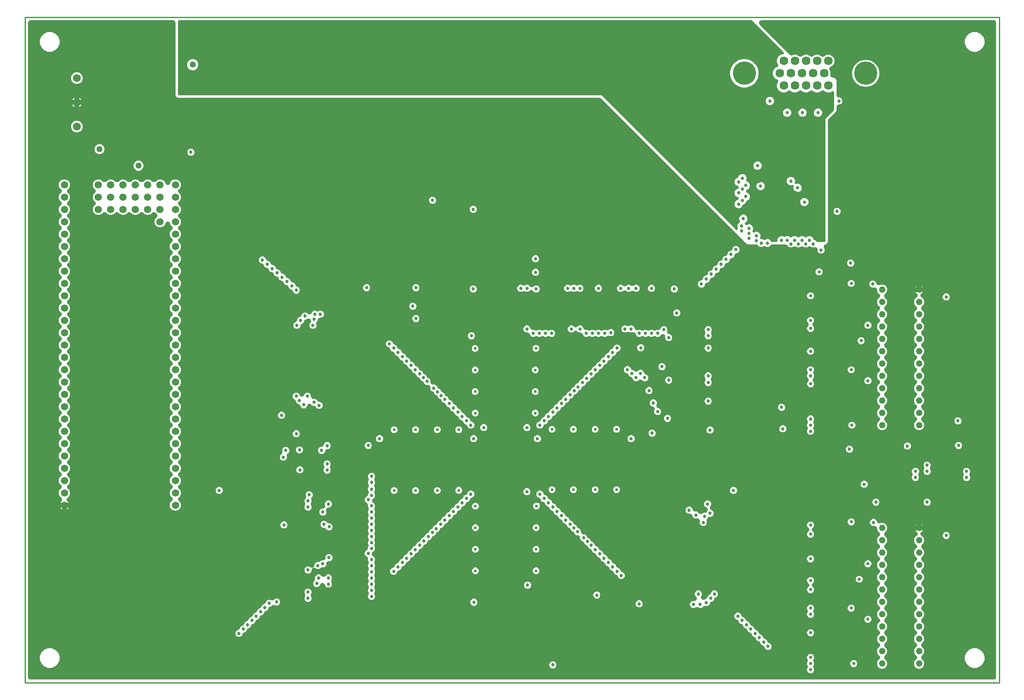
<source format=gbr>
G04 EAGLE Gerber RS-274X export*
G75*
%MOMM*%
%FSLAX34Y34*%
%LPD*%
%INEAGLE Copper Layer 15*%
%IPPOS*%
%AMOC8*
5,1,8,0,0,1.08239X$1,22.5*%
G01*
%ADD10C,4.800600*%
%ADD11C,1.790700*%
%ADD12C,1.320800*%
%ADD13C,1.508000*%
%ADD14C,1.650000*%
%ADD15C,0.609600*%
%ADD16C,0.685800*%
%ADD17C,0.654800*%
%ADD18C,1.295400*%
%ADD19C,0.254000*%

G36*
X1995325Y6360D02*
X1995325Y6360D01*
X1995480Y6360D01*
X1995642Y6380D01*
X1995806Y6391D01*
X1995958Y6420D01*
X1996112Y6439D01*
X1996271Y6479D01*
X1996432Y6510D01*
X1996579Y6558D01*
X1996729Y6596D01*
X1996882Y6656D01*
X1997038Y6707D01*
X1997178Y6772D01*
X1997322Y6829D01*
X1997466Y6908D01*
X1997614Y6978D01*
X1997745Y7060D01*
X1997881Y7135D01*
X1998014Y7231D01*
X1998153Y7319D01*
X1998272Y7417D01*
X1998398Y7508D01*
X1998517Y7620D01*
X1998644Y7724D01*
X1998750Y7837D01*
X1998863Y7943D01*
X1998968Y8069D01*
X1999080Y8188D01*
X1999172Y8314D01*
X1999271Y8433D01*
X1999359Y8571D01*
X1999455Y8703D01*
X1999530Y8839D01*
X1999614Y8970D01*
X1999684Y9118D01*
X1999763Y9261D01*
X1999820Y9405D01*
X1999887Y9545D01*
X1999938Y9701D01*
X1999998Y9854D01*
X2000037Y10004D01*
X2000086Y10151D01*
X2000117Y10312D01*
X2000158Y10470D01*
X2000177Y10624D01*
X2000207Y10776D01*
X2000217Y10935D01*
X2000239Y11102D01*
X2000239Y11271D01*
X2000249Y11430D01*
X2000249Y1360170D01*
X2000240Y1360325D01*
X2000240Y1360480D01*
X2000220Y1360642D01*
X2000209Y1360806D01*
X2000180Y1360958D01*
X2000161Y1361112D01*
X2000121Y1361271D01*
X2000090Y1361432D01*
X2000042Y1361579D01*
X2000004Y1361729D01*
X1999944Y1361882D01*
X1999893Y1362038D01*
X1999828Y1362178D01*
X1999771Y1362322D01*
X1999692Y1362466D01*
X1999622Y1362614D01*
X1999540Y1362745D01*
X1999465Y1362881D01*
X1999369Y1363014D01*
X1999281Y1363153D01*
X1999183Y1363272D01*
X1999092Y1363398D01*
X1998980Y1363517D01*
X1998876Y1363644D01*
X1998763Y1363750D01*
X1998657Y1363863D01*
X1998531Y1363968D01*
X1998412Y1364080D01*
X1998286Y1364172D01*
X1998167Y1364271D01*
X1998029Y1364359D01*
X1997897Y1364455D01*
X1997761Y1364530D01*
X1997630Y1364614D01*
X1997482Y1364684D01*
X1997339Y1364763D01*
X1997195Y1364820D01*
X1997055Y1364887D01*
X1996899Y1364938D01*
X1996746Y1364998D01*
X1996596Y1365037D01*
X1996449Y1365086D01*
X1996288Y1365117D01*
X1996130Y1365158D01*
X1995976Y1365177D01*
X1995824Y1365207D01*
X1995665Y1365217D01*
X1995498Y1365239D01*
X1995329Y1365239D01*
X1995170Y1365249D01*
X1516765Y1365249D01*
X1516531Y1365235D01*
X1516296Y1365228D01*
X1516213Y1365215D01*
X1516129Y1365209D01*
X1515899Y1365165D01*
X1515667Y1365129D01*
X1515586Y1365106D01*
X1515503Y1365090D01*
X1515280Y1365018D01*
X1515055Y1364953D01*
X1514977Y1364919D01*
X1514897Y1364893D01*
X1514684Y1364794D01*
X1514469Y1364701D01*
X1514397Y1364658D01*
X1514320Y1364622D01*
X1514122Y1364497D01*
X1513920Y1364378D01*
X1513853Y1364326D01*
X1513782Y1364281D01*
X1513601Y1364132D01*
X1513416Y1363989D01*
X1513356Y1363929D01*
X1513291Y1363876D01*
X1513130Y1363705D01*
X1512964Y1363540D01*
X1512912Y1363473D01*
X1512854Y1363412D01*
X1512716Y1363222D01*
X1512572Y1363037D01*
X1512529Y1362965D01*
X1512479Y1362897D01*
X1512366Y1362692D01*
X1512246Y1362490D01*
X1512212Y1362412D01*
X1512171Y1362339D01*
X1512085Y1362121D01*
X1511991Y1361906D01*
X1511967Y1361825D01*
X1511936Y1361746D01*
X1511877Y1361519D01*
X1511811Y1361295D01*
X1511798Y1361211D01*
X1511777Y1361130D01*
X1511747Y1360897D01*
X1511710Y1360666D01*
X1511707Y1360582D01*
X1511696Y1360498D01*
X1511695Y1360263D01*
X1511687Y1360029D01*
X1511695Y1359945D01*
X1511695Y1359860D01*
X1511724Y1359628D01*
X1511745Y1359394D01*
X1511763Y1359312D01*
X1511773Y1359228D01*
X1511831Y1359001D01*
X1511881Y1358772D01*
X1511910Y1358693D01*
X1511931Y1358611D01*
X1512016Y1358393D01*
X1512095Y1358172D01*
X1512133Y1358096D01*
X1512164Y1358018D01*
X1512276Y1357812D01*
X1512382Y1357603D01*
X1512429Y1357533D01*
X1512469Y1357459D01*
X1512607Y1357269D01*
X1512738Y1357074D01*
X1512792Y1357012D01*
X1512843Y1356942D01*
X1513018Y1356754D01*
X1513170Y1356582D01*
X1575307Y1294331D01*
X1575394Y1294254D01*
X1575475Y1294170D01*
X1575632Y1294043D01*
X1575784Y1293909D01*
X1575880Y1293844D01*
X1575971Y1293771D01*
X1576143Y1293664D01*
X1576311Y1293550D01*
X1576414Y1293497D01*
X1576513Y1293436D01*
X1576698Y1293353D01*
X1576878Y1293260D01*
X1576988Y1293221D01*
X1577093Y1293173D01*
X1577286Y1293113D01*
X1577477Y1293044D01*
X1577591Y1293018D01*
X1577702Y1292984D01*
X1577901Y1292948D01*
X1578099Y1292904D01*
X1578215Y1292893D01*
X1578329Y1292872D01*
X1578531Y1292862D01*
X1578733Y1292843D01*
X1578850Y1292846D01*
X1578965Y1292840D01*
X1579167Y1292856D01*
X1579370Y1292862D01*
X1579485Y1292880D01*
X1579601Y1292888D01*
X1579799Y1292929D01*
X1579999Y1292960D01*
X1580111Y1292992D01*
X1580225Y1293015D01*
X1580410Y1293078D01*
X1580612Y1293136D01*
X1580730Y1293187D01*
X1580845Y1293227D01*
X1583208Y1294205D01*
X1588286Y1294205D01*
X1592977Y1292262D01*
X1593611Y1291628D01*
X1593727Y1291526D01*
X1593837Y1291416D01*
X1593966Y1291315D01*
X1594089Y1291207D01*
X1594217Y1291120D01*
X1594339Y1291025D01*
X1594480Y1290941D01*
X1594616Y1290849D01*
X1594754Y1290778D01*
X1594887Y1290699D01*
X1595037Y1290634D01*
X1595183Y1290559D01*
X1595329Y1290507D01*
X1595471Y1290445D01*
X1595629Y1290399D01*
X1595783Y1290343D01*
X1595934Y1290309D01*
X1596083Y1290266D01*
X1596245Y1290240D01*
X1596404Y1290204D01*
X1596559Y1290189D01*
X1596712Y1290165D01*
X1596876Y1290159D01*
X1597039Y1290143D01*
X1597193Y1290148D01*
X1597348Y1290143D01*
X1597512Y1290158D01*
X1597675Y1290163D01*
X1597828Y1290187D01*
X1597983Y1290201D01*
X1598143Y1290236D01*
X1598305Y1290262D01*
X1598454Y1290305D01*
X1598605Y1290338D01*
X1598759Y1290393D01*
X1598917Y1290439D01*
X1599059Y1290500D01*
X1599205Y1290552D01*
X1599351Y1290626D01*
X1599502Y1290691D01*
X1599636Y1290770D01*
X1599774Y1290840D01*
X1599909Y1290931D01*
X1600051Y1291015D01*
X1600174Y1291109D01*
X1600302Y1291196D01*
X1600422Y1291301D01*
X1600555Y1291404D01*
X1600674Y1291523D01*
X1600794Y1291628D01*
X1601428Y1292262D01*
X1606119Y1294205D01*
X1611197Y1294205D01*
X1615888Y1292262D01*
X1616521Y1291629D01*
X1616637Y1291527D01*
X1616747Y1291417D01*
X1616877Y1291316D01*
X1616999Y1291208D01*
X1617127Y1291121D01*
X1617250Y1291025D01*
X1617391Y1290941D01*
X1617526Y1290849D01*
X1617664Y1290779D01*
X1617797Y1290700D01*
X1617948Y1290634D01*
X1618094Y1290560D01*
X1618240Y1290507D01*
X1618382Y1290445D01*
X1618539Y1290399D01*
X1618693Y1290344D01*
X1618844Y1290310D01*
X1618993Y1290266D01*
X1619155Y1290240D01*
X1619315Y1290204D01*
X1619469Y1290190D01*
X1619622Y1290165D01*
X1619786Y1290159D01*
X1619949Y1290144D01*
X1620104Y1290149D01*
X1620259Y1290143D01*
X1620422Y1290158D01*
X1620586Y1290163D01*
X1620739Y1290187D01*
X1620893Y1290202D01*
X1621054Y1290237D01*
X1621215Y1290262D01*
X1621364Y1290305D01*
X1621516Y1290339D01*
X1621670Y1290394D01*
X1621827Y1290439D01*
X1621970Y1290501D01*
X1622116Y1290553D01*
X1622262Y1290627D01*
X1622412Y1290692D01*
X1622546Y1290770D01*
X1622684Y1290840D01*
X1622820Y1290932D01*
X1622961Y1291015D01*
X1623084Y1291110D01*
X1623212Y1291196D01*
X1623332Y1291302D01*
X1623465Y1291405D01*
X1623585Y1291524D01*
X1623705Y1291629D01*
X1624338Y1292262D01*
X1629029Y1294205D01*
X1634107Y1294205D01*
X1638798Y1292262D01*
X1639432Y1291628D01*
X1639548Y1291526D01*
X1639658Y1291416D01*
X1639787Y1291315D01*
X1639910Y1291207D01*
X1640038Y1291120D01*
X1640160Y1291025D01*
X1640301Y1290941D01*
X1640437Y1290849D01*
X1640575Y1290778D01*
X1640708Y1290699D01*
X1640858Y1290634D01*
X1641004Y1290559D01*
X1641150Y1290507D01*
X1641292Y1290445D01*
X1641450Y1290399D01*
X1641604Y1290343D01*
X1641755Y1290309D01*
X1641904Y1290266D01*
X1642066Y1290240D01*
X1642225Y1290204D01*
X1642380Y1290189D01*
X1642533Y1290165D01*
X1642697Y1290159D01*
X1642860Y1290143D01*
X1643014Y1290148D01*
X1643169Y1290143D01*
X1643333Y1290158D01*
X1643496Y1290163D01*
X1643649Y1290187D01*
X1643804Y1290201D01*
X1643964Y1290236D01*
X1644126Y1290262D01*
X1644275Y1290305D01*
X1644426Y1290338D01*
X1644580Y1290393D01*
X1644738Y1290439D01*
X1644880Y1290500D01*
X1645026Y1290552D01*
X1645172Y1290626D01*
X1645323Y1290691D01*
X1645457Y1290770D01*
X1645595Y1290840D01*
X1645730Y1290931D01*
X1645872Y1291015D01*
X1645995Y1291109D01*
X1646123Y1291196D01*
X1646243Y1291301D01*
X1646376Y1291404D01*
X1646495Y1291523D01*
X1646615Y1291628D01*
X1647249Y1292262D01*
X1651940Y1294205D01*
X1657018Y1294205D01*
X1661709Y1292262D01*
X1665300Y1288671D01*
X1667243Y1283980D01*
X1667243Y1278902D01*
X1665300Y1274211D01*
X1661709Y1270620D01*
X1659645Y1269765D01*
X1659507Y1269697D01*
X1659363Y1269638D01*
X1659220Y1269557D01*
X1659073Y1269485D01*
X1658944Y1269400D01*
X1658809Y1269323D01*
X1658678Y1269225D01*
X1658541Y1269135D01*
X1658423Y1269035D01*
X1658299Y1268942D01*
X1658181Y1268828D01*
X1658056Y1268722D01*
X1657952Y1268607D01*
X1657840Y1268499D01*
X1657737Y1268372D01*
X1657627Y1268251D01*
X1657538Y1268124D01*
X1657441Y1268003D01*
X1657355Y1267863D01*
X1657260Y1267730D01*
X1657188Y1267593D01*
X1657106Y1267461D01*
X1657039Y1267311D01*
X1656962Y1267167D01*
X1656907Y1267022D01*
X1656843Y1266881D01*
X1656794Y1266724D01*
X1656736Y1266571D01*
X1656700Y1266420D01*
X1656654Y1266272D01*
X1656625Y1266111D01*
X1656587Y1265952D01*
X1656569Y1265797D01*
X1656542Y1265645D01*
X1656534Y1265482D01*
X1656516Y1265318D01*
X1656518Y1265163D01*
X1656510Y1265009D01*
X1656523Y1264845D01*
X1656525Y1264681D01*
X1656547Y1264528D01*
X1656558Y1264373D01*
X1656591Y1264213D01*
X1656614Y1264050D01*
X1656654Y1263901D01*
X1656685Y1263749D01*
X1656737Y1263598D01*
X1656781Y1263436D01*
X1656845Y1263279D01*
X1656897Y1263129D01*
X1658785Y1258569D01*
X1658785Y1253244D01*
X1658769Y1253180D01*
X1658753Y1253058D01*
X1658728Y1252938D01*
X1658713Y1252742D01*
X1658688Y1252548D01*
X1658688Y1252425D01*
X1658678Y1252303D01*
X1658687Y1252106D01*
X1658687Y1251910D01*
X1658702Y1251789D01*
X1658707Y1251666D01*
X1658741Y1251473D01*
X1658765Y1251278D01*
X1658796Y1251159D01*
X1658817Y1251038D01*
X1658874Y1250851D01*
X1658922Y1250661D01*
X1658967Y1250547D01*
X1659003Y1250429D01*
X1659084Y1250250D01*
X1659156Y1250068D01*
X1659215Y1249960D01*
X1659265Y1249848D01*
X1659367Y1249681D01*
X1659461Y1249509D01*
X1659533Y1249409D01*
X1659597Y1249305D01*
X1659720Y1249151D01*
X1659835Y1248992D01*
X1659918Y1248903D01*
X1659995Y1248807D01*
X1660135Y1248670D01*
X1660269Y1248527D01*
X1660364Y1248448D01*
X1660452Y1248363D01*
X1660608Y1248245D01*
X1660759Y1248119D01*
X1660863Y1248053D01*
X1660961Y1247979D01*
X1661131Y1247882D01*
X1661296Y1247776D01*
X1661407Y1247724D01*
X1661514Y1247663D01*
X1661694Y1247588D01*
X1661872Y1247503D01*
X1661989Y1247465D01*
X1662102Y1247418D01*
X1662291Y1247366D01*
X1662477Y1247304D01*
X1662597Y1247281D01*
X1662716Y1247248D01*
X1662910Y1247220D01*
X1663103Y1247183D01*
X1663222Y1247175D01*
X1663346Y1247157D01*
X1663560Y1247153D01*
X1663756Y1247141D01*
X1665216Y1247141D01*
X1668017Y1245981D01*
X1670161Y1243837D01*
X1671321Y1241036D01*
X1671321Y1211199D01*
X1671330Y1211044D01*
X1671330Y1210889D01*
X1671350Y1210727D01*
X1671361Y1210563D01*
X1671390Y1210411D01*
X1671409Y1210257D01*
X1671449Y1210098D01*
X1671480Y1209937D01*
X1671528Y1209790D01*
X1671566Y1209640D01*
X1671626Y1209487D01*
X1671677Y1209331D01*
X1671742Y1209191D01*
X1671799Y1209047D01*
X1671878Y1208903D01*
X1671948Y1208755D01*
X1672030Y1208624D01*
X1672105Y1208488D01*
X1672201Y1208355D01*
X1672289Y1208216D01*
X1672387Y1208097D01*
X1672478Y1207971D01*
X1672590Y1207852D01*
X1672694Y1207725D01*
X1672807Y1207619D01*
X1672913Y1207506D01*
X1673039Y1207401D01*
X1673158Y1207289D01*
X1673284Y1207197D01*
X1673403Y1207098D01*
X1673541Y1207010D01*
X1673673Y1206914D01*
X1673809Y1206839D01*
X1673940Y1206755D01*
X1674088Y1206685D01*
X1674231Y1206606D01*
X1674375Y1206549D01*
X1674515Y1206482D01*
X1674671Y1206431D01*
X1674824Y1206371D01*
X1674974Y1206332D01*
X1675121Y1206283D01*
X1675282Y1206252D01*
X1675440Y1206211D01*
X1675594Y1206192D01*
X1675746Y1206162D01*
X1675905Y1206152D01*
X1676072Y1206130D01*
X1676241Y1206130D01*
X1676400Y1206120D01*
X1677840Y1206120D01*
X1680501Y1205018D01*
X1682538Y1202981D01*
X1683640Y1200320D01*
X1683640Y1197440D01*
X1682538Y1194779D01*
X1680501Y1192742D01*
X1677840Y1191640D01*
X1676400Y1191640D01*
X1676245Y1191631D01*
X1676090Y1191631D01*
X1675928Y1191611D01*
X1675764Y1191600D01*
X1675612Y1191571D01*
X1675458Y1191552D01*
X1675299Y1191512D01*
X1675138Y1191481D01*
X1674991Y1191433D01*
X1674841Y1191395D01*
X1674688Y1191335D01*
X1674532Y1191284D01*
X1674392Y1191219D01*
X1674248Y1191162D01*
X1674104Y1191083D01*
X1673956Y1191013D01*
X1673825Y1190931D01*
X1673689Y1190856D01*
X1673556Y1190760D01*
X1673417Y1190672D01*
X1673298Y1190574D01*
X1673172Y1190483D01*
X1673053Y1190371D01*
X1672926Y1190267D01*
X1672820Y1190154D01*
X1672707Y1190048D01*
X1672602Y1189922D01*
X1672490Y1189803D01*
X1672398Y1189677D01*
X1672299Y1189558D01*
X1672211Y1189420D01*
X1672115Y1189288D01*
X1672040Y1189152D01*
X1671956Y1189021D01*
X1671886Y1188873D01*
X1671807Y1188730D01*
X1671750Y1188586D01*
X1671683Y1188446D01*
X1671632Y1188290D01*
X1671572Y1188137D01*
X1671533Y1187987D01*
X1671484Y1187840D01*
X1671453Y1187679D01*
X1671412Y1187521D01*
X1671393Y1187367D01*
X1671363Y1187215D01*
X1671353Y1187056D01*
X1671331Y1186889D01*
X1671331Y1186720D01*
X1671321Y1186561D01*
X1671321Y1179584D01*
X1670161Y1176783D01*
X1655028Y1161651D01*
X1654980Y1161596D01*
X1654927Y1161546D01*
X1654769Y1161357D01*
X1654607Y1161173D01*
X1654566Y1161113D01*
X1654519Y1161057D01*
X1654387Y1160849D01*
X1654249Y1160646D01*
X1654216Y1160581D01*
X1654176Y1160520D01*
X1654071Y1160298D01*
X1653959Y1160079D01*
X1653935Y1160010D01*
X1653903Y1159944D01*
X1653827Y1159710D01*
X1653743Y1159479D01*
X1653727Y1159408D01*
X1653704Y1159339D01*
X1653658Y1159098D01*
X1653604Y1158858D01*
X1653597Y1158785D01*
X1653583Y1158713D01*
X1653568Y1158482D01*
X1653543Y1158223D01*
X1653546Y1158140D01*
X1653541Y1158059D01*
X1653541Y909074D01*
X1652381Y906273D01*
X1650237Y904129D01*
X1648055Y903226D01*
X1647879Y903140D01*
X1647699Y903062D01*
X1647593Y903000D01*
X1647483Y902945D01*
X1647319Y902838D01*
X1647150Y902739D01*
X1647053Y902663D01*
X1646950Y902596D01*
X1646801Y902469D01*
X1646646Y902349D01*
X1646559Y902262D01*
X1646465Y902182D01*
X1646333Y902037D01*
X1646195Y901899D01*
X1646119Y901802D01*
X1646036Y901711D01*
X1645924Y901551D01*
X1645803Y901396D01*
X1645741Y901291D01*
X1645670Y901190D01*
X1645578Y901017D01*
X1645478Y900849D01*
X1645429Y900736D01*
X1645371Y900627D01*
X1645302Y900444D01*
X1645224Y900265D01*
X1645189Y900147D01*
X1645145Y900031D01*
X1645099Y899841D01*
X1645044Y899653D01*
X1645025Y899532D01*
X1644996Y899412D01*
X1644974Y899217D01*
X1644943Y899024D01*
X1644939Y898901D01*
X1644925Y898779D01*
X1644928Y898583D01*
X1644921Y898387D01*
X1644933Y898265D01*
X1644934Y898142D01*
X1644962Y897948D01*
X1644980Y897753D01*
X1645006Y897633D01*
X1645023Y897511D01*
X1645075Y897322D01*
X1645117Y897131D01*
X1645158Y897015D01*
X1645190Y896896D01*
X1645265Y896715D01*
X1645331Y896531D01*
X1645377Y896440D01*
X1646810Y892980D01*
X1646810Y890100D01*
X1645708Y887439D01*
X1643671Y885402D01*
X1641010Y884300D01*
X1638130Y884300D01*
X1635469Y885402D01*
X1633432Y887439D01*
X1632330Y890100D01*
X1632330Y892642D01*
X1632318Y892837D01*
X1632315Y893033D01*
X1632298Y893155D01*
X1632290Y893278D01*
X1632254Y893470D01*
X1632226Y893664D01*
X1632194Y893783D01*
X1632171Y893904D01*
X1632111Y894090D01*
X1632059Y894279D01*
X1632012Y894393D01*
X1631974Y894510D01*
X1631891Y894687D01*
X1631816Y894868D01*
X1631756Y894975D01*
X1631703Y895086D01*
X1631599Y895252D01*
X1631502Y895422D01*
X1631428Y895521D01*
X1631362Y895625D01*
X1631238Y895776D01*
X1631120Y895932D01*
X1631035Y896021D01*
X1630957Y896116D01*
X1630814Y896250D01*
X1630678Y896391D01*
X1630582Y896468D01*
X1630493Y896552D01*
X1630334Y896668D01*
X1630182Y896791D01*
X1630077Y896855D01*
X1629978Y896927D01*
X1629806Y897022D01*
X1629639Y897125D01*
X1629527Y897176D01*
X1629420Y897235D01*
X1629238Y897307D01*
X1629059Y897389D01*
X1628942Y897425D01*
X1628827Y897470D01*
X1628638Y897519D01*
X1628451Y897578D01*
X1628330Y897599D01*
X1628211Y897630D01*
X1628016Y897655D01*
X1627823Y897689D01*
X1627701Y897695D01*
X1627579Y897711D01*
X1627382Y897711D01*
X1627187Y897721D01*
X1627065Y897712D01*
X1626941Y897712D01*
X1626747Y897688D01*
X1626552Y897673D01*
X1626431Y897648D01*
X1626309Y897633D01*
X1626119Y897585D01*
X1625927Y897546D01*
X1625814Y897507D01*
X1625692Y897476D01*
X1625494Y897398D01*
X1625307Y897335D01*
X1624500Y897000D01*
X1621620Y897000D01*
X1618941Y898110D01*
X1618915Y898132D01*
X1618806Y898242D01*
X1618677Y898343D01*
X1618554Y898451D01*
X1618426Y898538D01*
X1618303Y898634D01*
X1618162Y898717D01*
X1618027Y898810D01*
X1617889Y898880D01*
X1617755Y898959D01*
X1617605Y899024D01*
X1617459Y899099D01*
X1617313Y899152D01*
X1617171Y899213D01*
X1617014Y899259D01*
X1616860Y899315D01*
X1616709Y899349D01*
X1616560Y899393D01*
X1616398Y899419D01*
X1616238Y899454D01*
X1616084Y899469D01*
X1615931Y899494D01*
X1615767Y899499D01*
X1615604Y899515D01*
X1615449Y899510D01*
X1615294Y899515D01*
X1615131Y899501D01*
X1614967Y899496D01*
X1614814Y899471D01*
X1614660Y899457D01*
X1614500Y899422D01*
X1614338Y899397D01*
X1614189Y899353D01*
X1614037Y899320D01*
X1613883Y899265D01*
X1613726Y899220D01*
X1613583Y899158D01*
X1613437Y899106D01*
X1613291Y899032D01*
X1613141Y898967D01*
X1613007Y898888D01*
X1612869Y898819D01*
X1612733Y898727D01*
X1612592Y898644D01*
X1612469Y898549D01*
X1612341Y898462D01*
X1612221Y898357D01*
X1612088Y898254D01*
X1611968Y898135D01*
X1611940Y898110D01*
X1609260Y897000D01*
X1606380Y897000D01*
X1603701Y898110D01*
X1603675Y898132D01*
X1603566Y898242D01*
X1603437Y898343D01*
X1603314Y898451D01*
X1603186Y898538D01*
X1603063Y898634D01*
X1602922Y898717D01*
X1602787Y898810D01*
X1602649Y898880D01*
X1602515Y898959D01*
X1602365Y899024D01*
X1602219Y899099D01*
X1602073Y899152D01*
X1601931Y899213D01*
X1601774Y899259D01*
X1601620Y899315D01*
X1601469Y899349D01*
X1601320Y899393D01*
X1601158Y899419D01*
X1600998Y899454D01*
X1600844Y899469D01*
X1600691Y899494D01*
X1600527Y899499D01*
X1600364Y899515D01*
X1600209Y899510D01*
X1600054Y899515D01*
X1599891Y899501D01*
X1599727Y899496D01*
X1599574Y899471D01*
X1599420Y899457D01*
X1599260Y899422D01*
X1599098Y899397D01*
X1598949Y899353D01*
X1598797Y899320D01*
X1598643Y899265D01*
X1598486Y899220D01*
X1598343Y899158D01*
X1598197Y899106D01*
X1598051Y899032D01*
X1597901Y898967D01*
X1597767Y898888D01*
X1597629Y898819D01*
X1597493Y898727D01*
X1597352Y898644D01*
X1597229Y898549D01*
X1597101Y898462D01*
X1596981Y898357D01*
X1596848Y898254D01*
X1596728Y898135D01*
X1596700Y898110D01*
X1594020Y897000D01*
X1591140Y897000D01*
X1588461Y898110D01*
X1588435Y898132D01*
X1588326Y898242D01*
X1588197Y898343D01*
X1588074Y898451D01*
X1587946Y898538D01*
X1587823Y898634D01*
X1587682Y898717D01*
X1587547Y898810D01*
X1587409Y898880D01*
X1587275Y898959D01*
X1587125Y899024D01*
X1586979Y899099D01*
X1586833Y899152D01*
X1586691Y899213D01*
X1586534Y899259D01*
X1586380Y899315D01*
X1586229Y899349D01*
X1586080Y899393D01*
X1585918Y899419D01*
X1585758Y899454D01*
X1585604Y899469D01*
X1585451Y899494D01*
X1585287Y899499D01*
X1585124Y899515D01*
X1584969Y899510D01*
X1584814Y899515D01*
X1584651Y899501D01*
X1584487Y899496D01*
X1584334Y899471D01*
X1584180Y899457D01*
X1584020Y899422D01*
X1583858Y899397D01*
X1583709Y899353D01*
X1583557Y899320D01*
X1583403Y899265D01*
X1583246Y899220D01*
X1583103Y899158D01*
X1582957Y899106D01*
X1582811Y899032D01*
X1582661Y898967D01*
X1582527Y898888D01*
X1582389Y898819D01*
X1582253Y898727D01*
X1582112Y898644D01*
X1581989Y898549D01*
X1581861Y898462D01*
X1581741Y898357D01*
X1581608Y898254D01*
X1581488Y898135D01*
X1581460Y898110D01*
X1578780Y897000D01*
X1575900Y897000D01*
X1573239Y898102D01*
X1571162Y900179D01*
X1571139Y900222D01*
X1571049Y900406D01*
X1570986Y900501D01*
X1570931Y900601D01*
X1570811Y900767D01*
X1570699Y900939D01*
X1570625Y901025D01*
X1570558Y901118D01*
X1570418Y901267D01*
X1570285Y901423D01*
X1570201Y901500D01*
X1570123Y901583D01*
X1569966Y901714D01*
X1569814Y901852D01*
X1569721Y901918D01*
X1569633Y901991D01*
X1569461Y902101D01*
X1569293Y902219D01*
X1569193Y902272D01*
X1569097Y902334D01*
X1568911Y902422D01*
X1568730Y902517D01*
X1568624Y902558D01*
X1568521Y902607D01*
X1568326Y902671D01*
X1568135Y902743D01*
X1568024Y902770D01*
X1567916Y902806D01*
X1567715Y902845D01*
X1567515Y902893D01*
X1567402Y902905D01*
X1567290Y902927D01*
X1567094Y902940D01*
X1566882Y902963D01*
X1566756Y902962D01*
X1566636Y902969D01*
X1538882Y902969D01*
X1538809Y902965D01*
X1538736Y902967D01*
X1538491Y902945D01*
X1538246Y902929D01*
X1538174Y902916D01*
X1538101Y902909D01*
X1537861Y902856D01*
X1537620Y902810D01*
X1537550Y902787D01*
X1537479Y902772D01*
X1537248Y902689D01*
X1537014Y902613D01*
X1536948Y902582D01*
X1536879Y902558D01*
X1536660Y902447D01*
X1536437Y902342D01*
X1536376Y902303D01*
X1536311Y902270D01*
X1536107Y902133D01*
X1535899Y902001D01*
X1535843Y901955D01*
X1535782Y901914D01*
X1535609Y901761D01*
X1535408Y901596D01*
X1535351Y901535D01*
X1535290Y901482D01*
X1533181Y899372D01*
X1530520Y898270D01*
X1527640Y898270D01*
X1524674Y899499D01*
X1524605Y899523D01*
X1524538Y899553D01*
X1524304Y899626D01*
X1524071Y899705D01*
X1523999Y899720D01*
X1523930Y899742D01*
X1523688Y899785D01*
X1523447Y899835D01*
X1523374Y899840D01*
X1523302Y899853D01*
X1523057Y899865D01*
X1522812Y899885D01*
X1522739Y899881D01*
X1522666Y899885D01*
X1522421Y899867D01*
X1522176Y899855D01*
X1522104Y899843D01*
X1522031Y899837D01*
X1521790Y899788D01*
X1521548Y899746D01*
X1521478Y899725D01*
X1521406Y899710D01*
X1521188Y899636D01*
X1520939Y899559D01*
X1520862Y899525D01*
X1520786Y899499D01*
X1517820Y898270D01*
X1514940Y898270D01*
X1512279Y899372D01*
X1510170Y901482D01*
X1510115Y901530D01*
X1510065Y901583D01*
X1509876Y901740D01*
X1509692Y901903D01*
X1509632Y901944D01*
X1509576Y901991D01*
X1509368Y902123D01*
X1509165Y902261D01*
X1509100Y902294D01*
X1509039Y902334D01*
X1508816Y902439D01*
X1508598Y902551D01*
X1508529Y902575D01*
X1508463Y902607D01*
X1508229Y902684D01*
X1507998Y902767D01*
X1507927Y902783D01*
X1507858Y902806D01*
X1507617Y902852D01*
X1507377Y902906D01*
X1507304Y902913D01*
X1507232Y902927D01*
X1507001Y902942D01*
X1506742Y902967D01*
X1506659Y902964D01*
X1506578Y902969D01*
X1489464Y902969D01*
X1486663Y904129D01*
X1187051Y1203742D01*
X1186996Y1203790D01*
X1186946Y1203843D01*
X1186757Y1204001D01*
X1186573Y1204163D01*
X1186513Y1204204D01*
X1186457Y1204251D01*
X1186249Y1204383D01*
X1186046Y1204521D01*
X1185981Y1204554D01*
X1185920Y1204594D01*
X1185698Y1204699D01*
X1185479Y1204811D01*
X1185410Y1204835D01*
X1185344Y1204867D01*
X1185110Y1204943D01*
X1184879Y1205027D01*
X1184808Y1205043D01*
X1184739Y1205066D01*
X1184498Y1205112D01*
X1184258Y1205166D01*
X1184185Y1205173D01*
X1184113Y1205187D01*
X1183882Y1205202D01*
X1183623Y1205227D01*
X1183540Y1205224D01*
X1183459Y1205229D01*
X315984Y1205229D01*
X313183Y1206389D01*
X311039Y1208533D01*
X309879Y1211334D01*
X309879Y1360170D01*
X309870Y1360325D01*
X309870Y1360480D01*
X309850Y1360642D01*
X309839Y1360806D01*
X309810Y1360958D01*
X309791Y1361112D01*
X309751Y1361271D01*
X309720Y1361432D01*
X309672Y1361579D01*
X309634Y1361729D01*
X309574Y1361882D01*
X309523Y1362038D01*
X309458Y1362178D01*
X309401Y1362322D01*
X309322Y1362466D01*
X309252Y1362614D01*
X309170Y1362745D01*
X309095Y1362881D01*
X308999Y1363014D01*
X308911Y1363153D01*
X308813Y1363272D01*
X308722Y1363398D01*
X308610Y1363517D01*
X308506Y1363644D01*
X308393Y1363750D01*
X308287Y1363863D01*
X308161Y1363968D01*
X308042Y1364080D01*
X307916Y1364172D01*
X307797Y1364271D01*
X307659Y1364359D01*
X307527Y1364455D01*
X307391Y1364530D01*
X307260Y1364614D01*
X307112Y1364684D01*
X306969Y1364763D01*
X306825Y1364820D01*
X306685Y1364887D01*
X306529Y1364938D01*
X306376Y1364998D01*
X306226Y1365037D01*
X306079Y1365086D01*
X305918Y1365117D01*
X305760Y1365158D01*
X305606Y1365177D01*
X305454Y1365207D01*
X305295Y1365217D01*
X305128Y1365239D01*
X304959Y1365239D01*
X304800Y1365249D01*
X11430Y1365249D01*
X11275Y1365240D01*
X11120Y1365240D01*
X10958Y1365220D01*
X10794Y1365209D01*
X10642Y1365180D01*
X10488Y1365161D01*
X10329Y1365121D01*
X10168Y1365090D01*
X10021Y1365042D01*
X9871Y1365004D01*
X9718Y1364944D01*
X9562Y1364893D01*
X9422Y1364828D01*
X9278Y1364771D01*
X9134Y1364692D01*
X8986Y1364622D01*
X8855Y1364540D01*
X8719Y1364465D01*
X8586Y1364369D01*
X8447Y1364281D01*
X8328Y1364183D01*
X8202Y1364092D01*
X8083Y1363980D01*
X7956Y1363876D01*
X7850Y1363763D01*
X7737Y1363657D01*
X7632Y1363531D01*
X7520Y1363412D01*
X7428Y1363286D01*
X7329Y1363167D01*
X7241Y1363029D01*
X7145Y1362897D01*
X7070Y1362761D01*
X6986Y1362630D01*
X6916Y1362482D01*
X6837Y1362339D01*
X6780Y1362195D01*
X6713Y1362055D01*
X6662Y1361899D01*
X6602Y1361746D01*
X6563Y1361596D01*
X6514Y1361449D01*
X6483Y1361288D01*
X6442Y1361130D01*
X6423Y1360976D01*
X6393Y1360824D01*
X6383Y1360665D01*
X6361Y1360498D01*
X6361Y1360329D01*
X6351Y1360170D01*
X6351Y11430D01*
X6360Y11275D01*
X6360Y11120D01*
X6380Y10958D01*
X6391Y10794D01*
X6420Y10642D01*
X6439Y10488D01*
X6479Y10329D01*
X6510Y10168D01*
X6558Y10021D01*
X6596Y9871D01*
X6656Y9718D01*
X6707Y9562D01*
X6772Y9422D01*
X6829Y9278D01*
X6908Y9134D01*
X6978Y8986D01*
X7060Y8855D01*
X7135Y8719D01*
X7231Y8586D01*
X7319Y8447D01*
X7417Y8328D01*
X7508Y8202D01*
X7620Y8083D01*
X7724Y7956D01*
X7837Y7850D01*
X7943Y7737D01*
X8069Y7632D01*
X8188Y7520D01*
X8314Y7428D01*
X8433Y7329D01*
X8571Y7241D01*
X8703Y7145D01*
X8839Y7070D01*
X8970Y6986D01*
X9118Y6916D01*
X9261Y6837D01*
X9405Y6780D01*
X9545Y6713D01*
X9701Y6662D01*
X9854Y6602D01*
X10004Y6563D01*
X10151Y6514D01*
X10312Y6483D01*
X10470Y6442D01*
X10624Y6423D01*
X10776Y6393D01*
X10935Y6383D01*
X11102Y6361D01*
X11271Y6361D01*
X11430Y6351D01*
X1995170Y6351D01*
X1995325Y6360D01*
G37*
G36*
X1547276Y908054D02*
X1547276Y908054D01*
X1547310Y908052D01*
X1547499Y908074D01*
X1547690Y908091D01*
X1547723Y908100D01*
X1547757Y908104D01*
X1547940Y908159D01*
X1548124Y908209D01*
X1548155Y908224D01*
X1548188Y908234D01*
X1548359Y908321D01*
X1548531Y908403D01*
X1548559Y908423D01*
X1548590Y908438D01*
X1548742Y908554D01*
X1548897Y908665D01*
X1548921Y908690D01*
X1548948Y908710D01*
X1549077Y908851D01*
X1549211Y908987D01*
X1549230Y909016D01*
X1549254Y909042D01*
X1549356Y909203D01*
X1549463Y909360D01*
X1549477Y909392D01*
X1549495Y909421D01*
X1549568Y909598D01*
X1549645Y909772D01*
X1549653Y909806D01*
X1549666Y909838D01*
X1549706Y910025D01*
X1549752Y910210D01*
X1549754Y910244D01*
X1549761Y910278D01*
X1549780Y910590D01*
X1549780Y913553D01*
X1551076Y916680D01*
X1553470Y919074D01*
X1556597Y920370D01*
X1559983Y920370D01*
X1563033Y919106D01*
X1563190Y919057D01*
X1563345Y919000D01*
X1563405Y918990D01*
X1563463Y918971D01*
X1563626Y918951D01*
X1563788Y918922D01*
X1563849Y918922D01*
X1563910Y918915D01*
X1564074Y918923D01*
X1564238Y918924D01*
X1564298Y918935D01*
X1564359Y918938D01*
X1564519Y918975D01*
X1564681Y919005D01*
X1564754Y919030D01*
X1564798Y919040D01*
X1564854Y919064D01*
X1564977Y919106D01*
X1568027Y920370D01*
X1571413Y920370D01*
X1574540Y919074D01*
X1575544Y918070D01*
X1575571Y918048D01*
X1575594Y918022D01*
X1575743Y917904D01*
X1575890Y917781D01*
X1575920Y917764D01*
X1575947Y917743D01*
X1576115Y917653D01*
X1576281Y917558D01*
X1576313Y917546D01*
X1576344Y917530D01*
X1576525Y917471D01*
X1576705Y917407D01*
X1576739Y917401D01*
X1576772Y917391D01*
X1576961Y917365D01*
X1577149Y917334D01*
X1577184Y917334D01*
X1577218Y917329D01*
X1577409Y917337D01*
X1577599Y917340D01*
X1577634Y917346D01*
X1577668Y917348D01*
X1577854Y917389D01*
X1578042Y917425D01*
X1578074Y917438D01*
X1578108Y917445D01*
X1578284Y917519D01*
X1578462Y917588D01*
X1578491Y917605D01*
X1578523Y917619D01*
X1578684Y917723D01*
X1578846Y917821D01*
X1578872Y917844D01*
X1578901Y917863D01*
X1579136Y918070D01*
X1580140Y919074D01*
X1583267Y920370D01*
X1586653Y920370D01*
X1589780Y919074D01*
X1590784Y918070D01*
X1590811Y918048D01*
X1590834Y918022D01*
X1590983Y917904D01*
X1591130Y917781D01*
X1591160Y917764D01*
X1591187Y917743D01*
X1591355Y917653D01*
X1591521Y917558D01*
X1591553Y917546D01*
X1591584Y917530D01*
X1591765Y917471D01*
X1591945Y917407D01*
X1591979Y917401D01*
X1592012Y917391D01*
X1592201Y917365D01*
X1592389Y917334D01*
X1592424Y917334D01*
X1592458Y917329D01*
X1592649Y917337D01*
X1592839Y917340D01*
X1592874Y917346D01*
X1592908Y917348D01*
X1593094Y917389D01*
X1593282Y917425D01*
X1593314Y917438D01*
X1593348Y917445D01*
X1593524Y917519D01*
X1593702Y917588D01*
X1593731Y917605D01*
X1593763Y917619D01*
X1593924Y917723D01*
X1594086Y917821D01*
X1594112Y917844D01*
X1594141Y917863D01*
X1594376Y918070D01*
X1595380Y919074D01*
X1598507Y920370D01*
X1601893Y920370D01*
X1605020Y919074D01*
X1606024Y918070D01*
X1606051Y918048D01*
X1606074Y918022D01*
X1606223Y917904D01*
X1606370Y917781D01*
X1606400Y917764D01*
X1606427Y917743D01*
X1606595Y917653D01*
X1606761Y917558D01*
X1606793Y917546D01*
X1606824Y917530D01*
X1607005Y917471D01*
X1607185Y917407D01*
X1607219Y917401D01*
X1607252Y917391D01*
X1607441Y917365D01*
X1607629Y917334D01*
X1607664Y917334D01*
X1607698Y917329D01*
X1607889Y917337D01*
X1608079Y917340D01*
X1608114Y917346D01*
X1608148Y917348D01*
X1608334Y917389D01*
X1608522Y917425D01*
X1608554Y917438D01*
X1608588Y917445D01*
X1608764Y917519D01*
X1608942Y917588D01*
X1608971Y917605D01*
X1609003Y917619D01*
X1609164Y917723D01*
X1609326Y917821D01*
X1609352Y917844D01*
X1609381Y917863D01*
X1609616Y918070D01*
X1610620Y919074D01*
X1613747Y920370D01*
X1617133Y920370D01*
X1620260Y919074D01*
X1622654Y916680D01*
X1623782Y913957D01*
X1623859Y913811D01*
X1623928Y913662D01*
X1623963Y913612D01*
X1623991Y913558D01*
X1624092Y913428D01*
X1624186Y913293D01*
X1624229Y913250D01*
X1624267Y913202D01*
X1624389Y913091D01*
X1624505Y912975D01*
X1624556Y912941D01*
X1624601Y912900D01*
X1624741Y912813D01*
X1624876Y912720D01*
X1624945Y912686D01*
X1624983Y912662D01*
X1625040Y912639D01*
X1625157Y912582D01*
X1627880Y911454D01*
X1630540Y908794D01*
X1630666Y908689D01*
X1630787Y908578D01*
X1630839Y908545D01*
X1630885Y908506D01*
X1631028Y908424D01*
X1631167Y908336D01*
X1631224Y908312D01*
X1631276Y908282D01*
X1631431Y908227D01*
X1631584Y908165D01*
X1631643Y908152D01*
X1631701Y908131D01*
X1631863Y908105D01*
X1632024Y908070D01*
X1632101Y908065D01*
X1632145Y908058D01*
X1632206Y908059D01*
X1632336Y908051D01*
X1645920Y908051D01*
X1645955Y908054D01*
X1645989Y908052D01*
X1646178Y908074D01*
X1646369Y908091D01*
X1646402Y908100D01*
X1646436Y908104D01*
X1646619Y908159D01*
X1646803Y908209D01*
X1646834Y908224D01*
X1646867Y908234D01*
X1647038Y908321D01*
X1647210Y908403D01*
X1647238Y908423D01*
X1647269Y908438D01*
X1647421Y908554D01*
X1647576Y908665D01*
X1647600Y908690D01*
X1647627Y908710D01*
X1647756Y908851D01*
X1647890Y908987D01*
X1647909Y909016D01*
X1647933Y909042D01*
X1648035Y909203D01*
X1648142Y909360D01*
X1648156Y909392D01*
X1648174Y909421D01*
X1648247Y909598D01*
X1648324Y909772D01*
X1648332Y909806D01*
X1648345Y909838D01*
X1648385Y910025D01*
X1648431Y910210D01*
X1648433Y910244D01*
X1648440Y910278D01*
X1648459Y910590D01*
X1648459Y1162268D01*
X1665496Y1179304D01*
X1665601Y1179431D01*
X1665713Y1179552D01*
X1665745Y1179603D01*
X1665784Y1179650D01*
X1665866Y1179793D01*
X1665954Y1179931D01*
X1665978Y1179988D01*
X1666008Y1180041D01*
X1666063Y1180196D01*
X1666125Y1180348D01*
X1666138Y1180408D01*
X1666159Y1180465D01*
X1666185Y1180627D01*
X1666220Y1180788D01*
X1666225Y1180865D01*
X1666232Y1180909D01*
X1666231Y1180970D01*
X1666239Y1181100D01*
X1666239Y1216500D01*
X1666232Y1216582D01*
X1666234Y1216665D01*
X1666212Y1216806D01*
X1666199Y1216949D01*
X1666178Y1217029D01*
X1666165Y1217110D01*
X1666119Y1217245D01*
X1666081Y1217383D01*
X1666045Y1217458D01*
X1666019Y1217536D01*
X1665949Y1217661D01*
X1665887Y1217790D01*
X1665840Y1217857D01*
X1665799Y1217929D01*
X1665709Y1218040D01*
X1665625Y1218156D01*
X1665566Y1218214D01*
X1665514Y1218277D01*
X1665405Y1218370D01*
X1665303Y1218470D01*
X1665234Y1218516D01*
X1665172Y1218570D01*
X1665048Y1218642D01*
X1664930Y1218722D01*
X1664854Y1218756D01*
X1664783Y1218797D01*
X1664649Y1218846D01*
X1664518Y1218904D01*
X1664438Y1218924D01*
X1664360Y1218952D01*
X1664219Y1218977D01*
X1664080Y1219011D01*
X1663998Y1219016D01*
X1663917Y1219030D01*
X1663774Y1219030D01*
X1663631Y1219039D01*
X1663549Y1219029D01*
X1663467Y1219029D01*
X1663326Y1219003D01*
X1663184Y1218987D01*
X1663105Y1218963D01*
X1663024Y1218948D01*
X1662791Y1218868D01*
X1662753Y1218856D01*
X1662743Y1218852D01*
X1662728Y1218846D01*
X1657271Y1216586D01*
X1651687Y1216586D01*
X1646529Y1218722D01*
X1644819Y1220433D01*
X1644792Y1220455D01*
X1644770Y1220481D01*
X1644620Y1220599D01*
X1644474Y1220721D01*
X1644444Y1220739D01*
X1644416Y1220760D01*
X1644249Y1220850D01*
X1644083Y1220945D01*
X1644050Y1220956D01*
X1644020Y1220973D01*
X1643839Y1221032D01*
X1643658Y1221096D01*
X1643624Y1221101D01*
X1643591Y1221112D01*
X1643402Y1221138D01*
X1643214Y1221169D01*
X1643180Y1221169D01*
X1643145Y1221173D01*
X1642954Y1221166D01*
X1642764Y1221163D01*
X1642730Y1221156D01*
X1642695Y1221155D01*
X1642509Y1221114D01*
X1642322Y1221077D01*
X1642290Y1221065D01*
X1642256Y1221057D01*
X1642080Y1220984D01*
X1641902Y1220915D01*
X1641872Y1220897D01*
X1641840Y1220884D01*
X1641680Y1220780D01*
X1641517Y1220681D01*
X1641491Y1220658D01*
X1641462Y1220640D01*
X1641228Y1220433D01*
X1639518Y1218722D01*
X1634360Y1216586D01*
X1628776Y1216586D01*
X1623618Y1218722D01*
X1621909Y1220432D01*
X1621882Y1220454D01*
X1621859Y1220480D01*
X1621710Y1220598D01*
X1621563Y1220721D01*
X1621533Y1220738D01*
X1621506Y1220760D01*
X1621338Y1220850D01*
X1621172Y1220944D01*
X1621140Y1220956D01*
X1621109Y1220972D01*
X1620928Y1221031D01*
X1620748Y1221095D01*
X1620714Y1221101D01*
X1620681Y1221111D01*
X1620492Y1221138D01*
X1620304Y1221169D01*
X1620269Y1221168D01*
X1620235Y1221173D01*
X1620044Y1221165D01*
X1619854Y1221163D01*
X1619819Y1221156D01*
X1619785Y1221155D01*
X1619599Y1221113D01*
X1619411Y1221077D01*
X1619379Y1221064D01*
X1619345Y1221057D01*
X1619169Y1220983D01*
X1618991Y1220915D01*
X1618962Y1220897D01*
X1618930Y1220883D01*
X1618769Y1220780D01*
X1618607Y1220681D01*
X1618581Y1220658D01*
X1618552Y1220639D01*
X1618317Y1220432D01*
X1616608Y1218722D01*
X1611450Y1216586D01*
X1605866Y1216586D01*
X1600708Y1218722D01*
X1598998Y1220433D01*
X1598971Y1220455D01*
X1598949Y1220481D01*
X1598799Y1220599D01*
X1598653Y1220721D01*
X1598623Y1220739D01*
X1598595Y1220760D01*
X1598428Y1220850D01*
X1598262Y1220945D01*
X1598229Y1220956D01*
X1598199Y1220973D01*
X1598018Y1221032D01*
X1597837Y1221096D01*
X1597803Y1221101D01*
X1597770Y1221112D01*
X1597581Y1221138D01*
X1597393Y1221169D01*
X1597359Y1221169D01*
X1597324Y1221173D01*
X1597133Y1221166D01*
X1596943Y1221163D01*
X1596909Y1221156D01*
X1596874Y1221155D01*
X1596688Y1221114D01*
X1596501Y1221077D01*
X1596469Y1221065D01*
X1596435Y1221057D01*
X1596259Y1220984D01*
X1596081Y1220915D01*
X1596051Y1220897D01*
X1596019Y1220884D01*
X1595859Y1220780D01*
X1595696Y1220681D01*
X1595670Y1220658D01*
X1595641Y1220640D01*
X1595407Y1220433D01*
X1593697Y1218722D01*
X1588539Y1216586D01*
X1582955Y1216586D01*
X1577797Y1218722D01*
X1576087Y1220433D01*
X1576060Y1220455D01*
X1576038Y1220481D01*
X1575888Y1220599D01*
X1575742Y1220721D01*
X1575712Y1220739D01*
X1575684Y1220760D01*
X1575517Y1220850D01*
X1575351Y1220945D01*
X1575318Y1220956D01*
X1575288Y1220973D01*
X1575107Y1221032D01*
X1574926Y1221096D01*
X1574892Y1221101D01*
X1574859Y1221112D01*
X1574670Y1221138D01*
X1574482Y1221169D01*
X1574448Y1221169D01*
X1574413Y1221173D01*
X1574222Y1221166D01*
X1574032Y1221163D01*
X1573998Y1221156D01*
X1573963Y1221155D01*
X1573777Y1221114D01*
X1573590Y1221077D01*
X1573558Y1221065D01*
X1573524Y1221057D01*
X1573348Y1220984D01*
X1573170Y1220915D01*
X1573140Y1220897D01*
X1573108Y1220884D01*
X1572948Y1220780D01*
X1572785Y1220681D01*
X1572759Y1220658D01*
X1572730Y1220640D01*
X1572496Y1220433D01*
X1570786Y1218722D01*
X1565628Y1216586D01*
X1560044Y1216586D01*
X1554886Y1218722D01*
X1550938Y1222670D01*
X1548802Y1227828D01*
X1548802Y1233412D01*
X1550945Y1238585D01*
X1550976Y1238615D01*
X1551060Y1238730D01*
X1551152Y1238840D01*
X1551193Y1238912D01*
X1551242Y1238978D01*
X1551305Y1239107D01*
X1551376Y1239231D01*
X1551403Y1239309D01*
X1551440Y1239383D01*
X1551479Y1239521D01*
X1551527Y1239655D01*
X1551540Y1239737D01*
X1551563Y1239816D01*
X1551577Y1239958D01*
X1551600Y1240100D01*
X1551599Y1240182D01*
X1551607Y1240264D01*
X1551596Y1240407D01*
X1551594Y1240550D01*
X1551578Y1240631D01*
X1551572Y1240713D01*
X1551536Y1240851D01*
X1551508Y1240992D01*
X1551479Y1241069D01*
X1551458Y1241149D01*
X1551398Y1241278D01*
X1551346Y1241412D01*
X1551303Y1241482D01*
X1551269Y1241557D01*
X1551187Y1241674D01*
X1551112Y1241797D01*
X1551058Y1241858D01*
X1551010Y1241926D01*
X1550909Y1242027D01*
X1550814Y1242134D01*
X1550749Y1242185D01*
X1550691Y1242243D01*
X1550573Y1242325D01*
X1550461Y1242413D01*
X1550388Y1242452D01*
X1550321Y1242499D01*
X1550099Y1242608D01*
X1550064Y1242626D01*
X1550054Y1242629D01*
X1550040Y1242636D01*
X1546428Y1244132D01*
X1542480Y1248080D01*
X1540344Y1253238D01*
X1540344Y1258822D01*
X1542480Y1263980D01*
X1546428Y1267928D01*
X1550040Y1269424D01*
X1550114Y1269462D01*
X1550190Y1269492D01*
X1550313Y1269566D01*
X1550440Y1269632D01*
X1550505Y1269683D01*
X1550575Y1269726D01*
X1550682Y1269820D01*
X1550796Y1269908D01*
X1550851Y1269969D01*
X1550913Y1270024D01*
X1551001Y1270136D01*
X1551097Y1270242D01*
X1551141Y1270312D01*
X1551192Y1270377D01*
X1551260Y1270503D01*
X1551335Y1270625D01*
X1551366Y1270701D01*
X1551405Y1270774D01*
X1551449Y1270910D01*
X1551502Y1271043D01*
X1551518Y1271124D01*
X1551544Y1271202D01*
X1551563Y1271344D01*
X1551592Y1271484D01*
X1551594Y1271567D01*
X1551605Y1271648D01*
X1551599Y1271791D01*
X1551603Y1271934D01*
X1551590Y1272016D01*
X1551587Y1272098D01*
X1551556Y1272238D01*
X1551534Y1272379D01*
X1551507Y1272457D01*
X1551489Y1272538D01*
X1551434Y1272670D01*
X1551387Y1272805D01*
X1551347Y1272877D01*
X1551315Y1272953D01*
X1551238Y1273073D01*
X1551168Y1273198D01*
X1551116Y1273262D01*
X1551071Y1273331D01*
X1550946Y1273473D01*
X1548802Y1278649D01*
X1548802Y1284233D01*
X1550938Y1289391D01*
X1554886Y1293339D01*
X1560044Y1295475D01*
X1560862Y1295475D01*
X1560991Y1295487D01*
X1561120Y1295488D01*
X1561214Y1295507D01*
X1561311Y1295515D01*
X1561435Y1295549D01*
X1561562Y1295573D01*
X1561652Y1295608D01*
X1561745Y1295634D01*
X1561861Y1295689D01*
X1561982Y1295735D01*
X1562065Y1295786D01*
X1562152Y1295827D01*
X1562256Y1295902D01*
X1562367Y1295969D01*
X1562439Y1296033D01*
X1562518Y1296089D01*
X1562608Y1296182D01*
X1562705Y1296267D01*
X1562764Y1296342D01*
X1562832Y1296412D01*
X1562904Y1296519D01*
X1562984Y1296620D01*
X1563030Y1296705D01*
X1563084Y1296785D01*
X1563136Y1296903D01*
X1563197Y1297016D01*
X1563227Y1297108D01*
X1563266Y1297197D01*
X1563297Y1297322D01*
X1563337Y1297444D01*
X1563350Y1297540D01*
X1563373Y1297634D01*
X1563381Y1297763D01*
X1563399Y1297890D01*
X1563395Y1297987D01*
X1563401Y1298084D01*
X1563386Y1298212D01*
X1563381Y1298340D01*
X1563360Y1298435D01*
X1563349Y1298531D01*
X1563311Y1298654D01*
X1563284Y1298780D01*
X1563246Y1298869D01*
X1563218Y1298962D01*
X1563160Y1299077D01*
X1563110Y1299196D01*
X1563058Y1299277D01*
X1563014Y1299363D01*
X1562936Y1299466D01*
X1562866Y1299574D01*
X1562779Y1299673D01*
X1562742Y1299722D01*
X1562710Y1299752D01*
X1562660Y1299808D01*
X1498082Y1364504D01*
X1497955Y1364610D01*
X1497834Y1364723D01*
X1497783Y1364755D01*
X1497737Y1364793D01*
X1497594Y1364875D01*
X1497454Y1364964D01*
X1497398Y1364987D01*
X1497346Y1365017D01*
X1497190Y1365072D01*
X1497037Y1365135D01*
X1496979Y1365148D01*
X1496922Y1365168D01*
X1496759Y1365195D01*
X1496597Y1365230D01*
X1496522Y1365235D01*
X1496478Y1365242D01*
X1496417Y1365241D01*
X1496285Y1365249D01*
X317500Y1365249D01*
X317466Y1365246D01*
X317431Y1365248D01*
X317242Y1365226D01*
X317052Y1365209D01*
X317018Y1365200D01*
X316984Y1365196D01*
X316801Y1365141D01*
X316617Y1365091D01*
X316586Y1365076D01*
X316553Y1365066D01*
X316382Y1364979D01*
X316211Y1364897D01*
X316182Y1364877D01*
X316151Y1364862D01*
X315999Y1364746D01*
X315844Y1364635D01*
X315820Y1364610D01*
X315793Y1364590D01*
X315664Y1364450D01*
X315530Y1364313D01*
X315511Y1364284D01*
X315488Y1364258D01*
X315385Y1364097D01*
X315278Y1363940D01*
X315264Y1363908D01*
X315246Y1363879D01*
X315173Y1363702D01*
X315096Y1363528D01*
X315088Y1363494D01*
X315075Y1363462D01*
X315035Y1363275D01*
X314989Y1363090D01*
X314987Y1363056D01*
X314980Y1363022D01*
X314961Y1362710D01*
X314961Y1212850D01*
X314964Y1212816D01*
X314962Y1212781D01*
X314984Y1212592D01*
X315001Y1212402D01*
X315010Y1212368D01*
X315014Y1212334D01*
X315069Y1212151D01*
X315119Y1211967D01*
X315134Y1211936D01*
X315144Y1211903D01*
X315231Y1211732D01*
X315313Y1211561D01*
X315333Y1211532D01*
X315348Y1211501D01*
X315464Y1211349D01*
X315575Y1211194D01*
X315600Y1211170D01*
X315620Y1211143D01*
X315761Y1211014D01*
X315897Y1210880D01*
X315926Y1210861D01*
X315952Y1210838D01*
X316113Y1210735D01*
X316270Y1210628D01*
X316302Y1210614D01*
X316331Y1210596D01*
X316508Y1210523D01*
X316682Y1210446D01*
X316716Y1210438D01*
X316748Y1210425D01*
X316935Y1210385D01*
X317120Y1210339D01*
X317154Y1210337D01*
X317188Y1210330D01*
X317500Y1210311D01*
X1187668Y1210311D01*
X1464000Y933979D01*
X1464063Y933926D01*
X1464120Y933866D01*
X1464236Y933782D01*
X1464345Y933690D01*
X1464417Y933649D01*
X1464484Y933600D01*
X1464612Y933538D01*
X1464736Y933467D01*
X1464814Y933439D01*
X1464888Y933403D01*
X1465026Y933364D01*
X1465161Y933316D01*
X1465242Y933302D01*
X1465321Y933280D01*
X1465463Y933266D01*
X1465605Y933242D01*
X1465687Y933243D01*
X1465769Y933235D01*
X1465912Y933247D01*
X1466055Y933248D01*
X1466136Y933264D01*
X1466218Y933271D01*
X1466356Y933307D01*
X1466497Y933334D01*
X1466574Y933364D01*
X1466654Y933385D01*
X1466784Y933445D01*
X1466917Y933496D01*
X1466988Y933539D01*
X1467062Y933574D01*
X1467180Y933656D01*
X1467302Y933730D01*
X1467364Y933785D01*
X1467431Y933832D01*
X1467532Y933934D01*
X1467639Y934028D01*
X1467690Y934093D01*
X1467749Y934152D01*
X1467830Y934269D01*
X1467919Y934382D01*
X1467958Y934454D01*
X1468005Y934522D01*
X1468112Y934743D01*
X1468131Y934778D01*
X1468135Y934789D01*
X1468142Y934803D01*
X1468231Y935018D01*
X1468255Y935095D01*
X1468286Y935165D01*
X1468305Y935242D01*
X1468337Y935330D01*
X1468347Y935390D01*
X1468366Y935448D01*
X1468377Y935541D01*
X1468392Y935602D01*
X1468396Y935669D01*
X1468415Y935773D01*
X1468415Y935834D01*
X1468422Y935895D01*
X1468417Y936000D01*
X1468420Y936052D01*
X1468414Y936106D01*
X1468413Y936223D01*
X1468402Y936283D01*
X1468399Y936344D01*
X1468373Y936459D01*
X1468368Y936499D01*
X1468355Y936540D01*
X1468332Y936666D01*
X1468307Y936739D01*
X1468297Y936783D01*
X1468273Y936839D01*
X1468231Y936962D01*
X1467230Y939377D01*
X1467230Y942763D01*
X1468526Y945890D01*
X1470921Y948285D01*
X1470946Y948299D01*
X1470979Y948310D01*
X1471146Y948403D01*
X1471315Y948491D01*
X1471342Y948512D01*
X1471372Y948529D01*
X1471520Y948650D01*
X1471671Y948767D01*
X1471694Y948793D01*
X1471721Y948814D01*
X1471845Y948959D01*
X1471972Y949101D01*
X1471991Y949130D01*
X1472013Y949157D01*
X1472109Y949321D01*
X1472210Y949483D01*
X1472223Y949516D01*
X1472241Y949545D01*
X1472306Y949724D01*
X1472377Y949902D01*
X1472384Y949936D01*
X1472396Y949968D01*
X1472429Y950156D01*
X1472467Y950343D01*
X1472468Y950377D01*
X1472474Y950412D01*
X1472473Y950602D01*
X1472478Y950793D01*
X1472473Y950827D01*
X1472472Y950862D01*
X1472438Y951049D01*
X1472409Y951238D01*
X1472398Y951271D01*
X1472392Y951305D01*
X1472290Y951600D01*
X1471040Y954617D01*
X1471040Y958003D01*
X1472336Y961130D01*
X1474730Y963524D01*
X1477857Y964820D01*
X1481243Y964820D01*
X1484370Y963524D01*
X1486764Y961130D01*
X1488060Y958003D01*
X1488060Y954617D01*
X1486764Y951490D01*
X1484369Y949095D01*
X1484344Y949081D01*
X1484311Y949070D01*
X1484144Y948977D01*
X1483975Y948889D01*
X1483948Y948868D01*
X1483918Y948851D01*
X1483770Y948730D01*
X1483619Y948613D01*
X1483596Y948587D01*
X1483569Y948566D01*
X1483445Y948421D01*
X1483318Y948279D01*
X1483299Y948250D01*
X1483277Y948223D01*
X1483180Y948059D01*
X1483080Y947897D01*
X1483067Y947865D01*
X1483049Y947835D01*
X1482984Y947655D01*
X1482913Y947478D01*
X1482906Y947444D01*
X1482894Y947412D01*
X1482861Y947224D01*
X1482823Y947037D01*
X1482822Y947003D01*
X1482816Y946968D01*
X1482817Y946778D01*
X1482812Y946587D01*
X1482817Y946553D01*
X1482818Y946518D01*
X1482852Y946331D01*
X1482881Y946142D01*
X1482892Y946109D01*
X1482898Y946075D01*
X1483000Y945780D01*
X1483402Y944810D01*
X1483418Y944780D01*
X1483429Y944747D01*
X1483522Y944581D01*
X1483610Y944411D01*
X1483631Y944384D01*
X1483648Y944354D01*
X1483769Y944206D01*
X1483886Y944055D01*
X1483912Y944032D01*
X1483934Y944005D01*
X1484079Y943881D01*
X1484220Y943754D01*
X1484249Y943735D01*
X1484276Y943713D01*
X1484441Y943616D01*
X1484602Y943516D01*
X1484634Y943503D01*
X1484664Y943485D01*
X1484844Y943419D01*
X1485021Y943349D01*
X1485055Y943342D01*
X1485087Y943330D01*
X1485275Y943297D01*
X1485462Y943259D01*
X1485496Y943258D01*
X1485531Y943252D01*
X1485721Y943253D01*
X1485912Y943248D01*
X1485946Y943253D01*
X1485981Y943253D01*
X1486168Y943288D01*
X1486357Y943317D01*
X1486390Y943328D01*
X1486424Y943334D01*
X1486719Y943436D01*
X1489287Y944500D01*
X1492673Y944500D01*
X1495800Y943204D01*
X1498194Y940810D01*
X1499490Y937683D01*
X1499490Y934297D01*
X1498489Y931882D01*
X1498452Y931763D01*
X1498434Y931722D01*
X1498423Y931680D01*
X1498383Y931570D01*
X1498373Y931510D01*
X1498354Y931452D01*
X1498340Y931336D01*
X1498327Y931284D01*
X1498324Y931233D01*
X1498305Y931127D01*
X1498305Y931066D01*
X1498298Y931005D01*
X1498303Y930898D01*
X1498299Y930835D01*
X1498306Y930775D01*
X1498307Y930677D01*
X1498318Y930617D01*
X1498321Y930556D01*
X1498343Y930460D01*
X1498351Y930388D01*
X1498372Y930320D01*
X1498388Y930234D01*
X1498413Y930161D01*
X1498423Y930117D01*
X1498447Y930061D01*
X1498473Y929984D01*
X1498482Y929957D01*
X1498485Y929950D01*
X1498489Y929938D01*
X1498642Y929570D01*
X1498658Y929540D01*
X1498669Y929507D01*
X1498762Y929340D01*
X1498850Y929171D01*
X1498871Y929144D01*
X1498888Y929114D01*
X1499009Y928966D01*
X1499126Y928815D01*
X1499152Y928792D01*
X1499174Y928765D01*
X1499318Y928641D01*
X1499460Y928514D01*
X1499490Y928495D01*
X1499516Y928473D01*
X1499680Y928377D01*
X1499842Y928276D01*
X1499875Y928263D01*
X1499904Y928245D01*
X1500084Y928179D01*
X1500261Y928109D01*
X1500295Y928102D01*
X1500327Y928090D01*
X1500515Y928057D01*
X1500702Y928019D01*
X1500736Y928018D01*
X1500771Y928012D01*
X1500961Y928013D01*
X1501152Y928008D01*
X1501186Y928013D01*
X1501221Y928013D01*
X1501408Y928048D01*
X1501597Y928077D01*
X1501630Y928088D01*
X1501664Y928094D01*
X1501959Y928196D01*
X1504527Y929260D01*
X1507913Y929260D01*
X1511040Y927964D01*
X1513434Y925570D01*
X1514730Y922443D01*
X1514730Y919057D01*
X1514097Y917531D01*
X1514073Y917452D01*
X1514039Y917377D01*
X1514006Y917238D01*
X1513963Y917101D01*
X1513952Y917019D01*
X1513933Y916939D01*
X1513924Y916797D01*
X1513906Y916654D01*
X1513910Y916572D01*
X1513905Y916490D01*
X1513922Y916348D01*
X1513929Y916205D01*
X1513948Y916125D01*
X1513957Y916043D01*
X1513999Y915905D01*
X1514031Y915766D01*
X1514064Y915691D01*
X1514087Y915612D01*
X1514152Y915484D01*
X1514209Y915353D01*
X1514254Y915284D01*
X1514292Y915210D01*
X1514378Y915096D01*
X1514457Y914977D01*
X1514514Y914917D01*
X1514564Y914852D01*
X1514669Y914755D01*
X1514768Y914651D01*
X1514834Y914602D01*
X1514895Y914546D01*
X1515016Y914469D01*
X1515131Y914385D01*
X1515205Y914349D01*
X1515275Y914305D01*
X1515407Y914250D01*
X1515536Y914187D01*
X1515615Y914165D01*
X1515691Y914134D01*
X1515831Y914104D01*
X1515969Y914064D01*
X1516051Y914056D01*
X1516131Y914039D01*
X1516377Y914024D01*
X1516417Y914020D01*
X1516428Y914021D01*
X1516443Y914020D01*
X1518073Y914020D01*
X1521324Y912673D01*
X1521337Y912662D01*
X1521505Y912572D01*
X1521671Y912478D01*
X1521704Y912466D01*
X1521734Y912450D01*
X1521915Y912391D01*
X1522095Y912327D01*
X1522130Y912321D01*
X1522163Y912311D01*
X1522350Y912285D01*
X1522539Y912254D01*
X1522574Y912254D01*
X1522609Y912249D01*
X1522798Y912257D01*
X1522990Y912260D01*
X1523024Y912266D01*
X1523059Y912268D01*
X1523244Y912309D01*
X1523432Y912345D01*
X1523464Y912358D01*
X1523498Y912365D01*
X1523674Y912439D01*
X1523852Y912508D01*
X1523881Y912526D01*
X1523914Y912539D01*
X1524074Y912642D01*
X1524098Y912657D01*
X1527387Y914020D01*
X1530773Y914020D01*
X1533900Y912724D01*
X1536294Y910330D01*
X1536589Y909618D01*
X1536687Y909431D01*
X1536784Y909241D01*
X1536792Y909231D01*
X1536798Y909219D01*
X1536927Y909052D01*
X1537056Y908883D01*
X1537065Y908874D01*
X1537073Y908863D01*
X1537230Y908722D01*
X1537387Y908578D01*
X1537398Y908570D01*
X1537408Y908562D01*
X1537586Y908450D01*
X1537766Y908336D01*
X1537779Y908331D01*
X1537790Y908324D01*
X1537987Y908245D01*
X1538183Y908165D01*
X1538196Y908162D01*
X1538208Y908157D01*
X1538416Y908115D01*
X1538623Y908070D01*
X1538639Y908069D01*
X1538649Y908067D01*
X1538689Y908066D01*
X1538935Y908051D01*
X1547241Y908051D01*
X1547276Y908054D01*
G37*
%LPC*%
G36*
X307622Y354409D02*
X307622Y354409D01*
X303450Y356137D01*
X300257Y359330D01*
X298529Y363502D01*
X298529Y368018D01*
X300257Y372190D01*
X302936Y374868D01*
X303039Y374985D01*
X303148Y375094D01*
X303249Y375223D01*
X303357Y375346D01*
X303444Y375474D01*
X303540Y375597D01*
X303623Y375738D01*
X303716Y375873D01*
X303786Y376011D01*
X303865Y376144D01*
X303931Y376295D01*
X304005Y376441D01*
X304058Y376586D01*
X304120Y376729D01*
X304166Y376886D01*
X304221Y377040D01*
X304255Y377191D01*
X304299Y377340D01*
X304325Y377502D01*
X304361Y377662D01*
X304375Y377816D01*
X304400Y377969D01*
X304406Y378133D01*
X304421Y378296D01*
X304416Y378450D01*
X304422Y378606D01*
X304407Y378769D01*
X304402Y378933D01*
X304378Y379086D01*
X304363Y379240D01*
X304328Y379400D01*
X304303Y379562D01*
X304260Y379711D01*
X304226Y379862D01*
X304171Y380017D01*
X304126Y380174D01*
X304064Y380317D01*
X304012Y380463D01*
X303938Y380609D01*
X303873Y380759D01*
X303795Y380893D01*
X303725Y381031D01*
X303633Y381167D01*
X303550Y381308D01*
X303455Y381431D01*
X303369Y381559D01*
X303263Y381679D01*
X303160Y381812D01*
X303041Y381932D01*
X302936Y382052D01*
X300257Y384730D01*
X298529Y388902D01*
X298529Y393418D01*
X300257Y397590D01*
X302936Y400268D01*
X303039Y400385D01*
X303148Y400494D01*
X303249Y400623D01*
X303357Y400746D01*
X303444Y400874D01*
X303540Y400997D01*
X303623Y401138D01*
X303716Y401273D01*
X303786Y401411D01*
X303865Y401544D01*
X303931Y401695D01*
X304005Y401841D01*
X304058Y401986D01*
X304120Y402129D01*
X304166Y402286D01*
X304221Y402440D01*
X304255Y402591D01*
X304299Y402740D01*
X304325Y402902D01*
X304361Y403062D01*
X304375Y403216D01*
X304400Y403369D01*
X304406Y403533D01*
X304421Y403696D01*
X304416Y403850D01*
X304422Y404006D01*
X304407Y404169D01*
X304402Y404333D01*
X304378Y404486D01*
X304363Y404640D01*
X304328Y404800D01*
X304303Y404962D01*
X304260Y405111D01*
X304226Y405262D01*
X304171Y405417D01*
X304126Y405574D01*
X304064Y405717D01*
X304012Y405863D01*
X303938Y406009D01*
X303873Y406159D01*
X303795Y406293D01*
X303725Y406431D01*
X303633Y406567D01*
X303550Y406708D01*
X303455Y406831D01*
X303369Y406959D01*
X303263Y407079D01*
X303160Y407212D01*
X303041Y407332D01*
X302936Y407452D01*
X300257Y410130D01*
X298529Y414302D01*
X298529Y418818D01*
X300257Y422990D01*
X302936Y425668D01*
X303039Y425785D01*
X303148Y425894D01*
X303249Y426023D01*
X303357Y426146D01*
X303444Y426274D01*
X303540Y426397D01*
X303623Y426538D01*
X303716Y426673D01*
X303786Y426811D01*
X303865Y426944D01*
X303931Y427095D01*
X304005Y427241D01*
X304058Y427386D01*
X304120Y427529D01*
X304166Y427686D01*
X304221Y427840D01*
X304255Y427991D01*
X304299Y428140D01*
X304325Y428302D01*
X304361Y428462D01*
X304375Y428616D01*
X304400Y428769D01*
X304406Y428933D01*
X304421Y429096D01*
X304416Y429251D01*
X304422Y429406D01*
X304407Y429569D01*
X304402Y429733D01*
X304378Y429886D01*
X304363Y430040D01*
X304328Y430200D01*
X304303Y430362D01*
X304260Y430511D01*
X304226Y430662D01*
X304171Y430817D01*
X304126Y430974D01*
X304064Y431117D01*
X304012Y431263D01*
X303938Y431409D01*
X303873Y431559D01*
X303795Y431693D01*
X303725Y431831D01*
X303633Y431967D01*
X303550Y432108D01*
X303455Y432231D01*
X303369Y432359D01*
X303263Y432479D01*
X303160Y432612D01*
X303041Y432732D01*
X302936Y432852D01*
X300257Y435530D01*
X298529Y439702D01*
X298529Y444218D01*
X300257Y448390D01*
X302936Y451068D01*
X303039Y451185D01*
X303148Y451294D01*
X303249Y451423D01*
X303357Y451546D01*
X303444Y451674D01*
X303540Y451797D01*
X303623Y451938D01*
X303716Y452073D01*
X303786Y452211D01*
X303865Y452344D01*
X303931Y452495D01*
X304005Y452641D01*
X304058Y452786D01*
X304120Y452929D01*
X304166Y453086D01*
X304221Y453240D01*
X304255Y453391D01*
X304299Y453540D01*
X304325Y453702D01*
X304361Y453862D01*
X304375Y454016D01*
X304400Y454169D01*
X304406Y454333D01*
X304421Y454496D01*
X304416Y454651D01*
X304422Y454806D01*
X304407Y454969D01*
X304402Y455133D01*
X304378Y455286D01*
X304363Y455440D01*
X304328Y455600D01*
X304303Y455762D01*
X304260Y455911D01*
X304226Y456062D01*
X304171Y456217D01*
X304126Y456374D01*
X304064Y456517D01*
X304012Y456663D01*
X303938Y456809D01*
X303873Y456959D01*
X303795Y457093D01*
X303725Y457231D01*
X303633Y457367D01*
X303550Y457508D01*
X303455Y457631D01*
X303369Y457759D01*
X303263Y457879D01*
X303160Y458012D01*
X303041Y458132D01*
X302936Y458252D01*
X300257Y460930D01*
X298529Y465102D01*
X298529Y469618D01*
X300257Y473790D01*
X302936Y476468D01*
X303039Y476585D01*
X303148Y476694D01*
X303249Y476823D01*
X303357Y476946D01*
X303444Y477074D01*
X303540Y477197D01*
X303623Y477338D01*
X303716Y477473D01*
X303786Y477611D01*
X303865Y477744D01*
X303931Y477895D01*
X304005Y478041D01*
X304058Y478186D01*
X304120Y478329D01*
X304166Y478486D01*
X304221Y478640D01*
X304255Y478791D01*
X304299Y478940D01*
X304325Y479102D01*
X304361Y479262D01*
X304375Y479416D01*
X304400Y479569D01*
X304406Y479733D01*
X304421Y479896D01*
X304416Y480051D01*
X304422Y480206D01*
X304407Y480369D01*
X304402Y480533D01*
X304378Y480686D01*
X304363Y480840D01*
X304328Y481000D01*
X304303Y481162D01*
X304260Y481311D01*
X304226Y481462D01*
X304171Y481617D01*
X304126Y481774D01*
X304064Y481917D01*
X304012Y482063D01*
X303938Y482209D01*
X303873Y482359D01*
X303795Y482493D01*
X303725Y482631D01*
X303633Y482767D01*
X303550Y482908D01*
X303455Y483031D01*
X303369Y483159D01*
X303263Y483279D01*
X303160Y483412D01*
X303041Y483532D01*
X302936Y483652D01*
X300257Y486330D01*
X298529Y490502D01*
X298529Y495018D01*
X300257Y499190D01*
X302936Y501868D01*
X303039Y501985D01*
X303148Y502094D01*
X303249Y502223D01*
X303357Y502346D01*
X303444Y502474D01*
X303540Y502597D01*
X303623Y502738D01*
X303716Y502873D01*
X303786Y503011D01*
X303865Y503144D01*
X303931Y503295D01*
X304005Y503441D01*
X304058Y503586D01*
X304120Y503729D01*
X304166Y503886D01*
X304221Y504040D01*
X304255Y504191D01*
X304299Y504340D01*
X304325Y504502D01*
X304361Y504662D01*
X304375Y504816D01*
X304400Y504969D01*
X304406Y505133D01*
X304421Y505296D01*
X304416Y505451D01*
X304422Y505606D01*
X304407Y505769D01*
X304402Y505933D01*
X304378Y506086D01*
X304363Y506240D01*
X304328Y506400D01*
X304303Y506562D01*
X304260Y506711D01*
X304226Y506862D01*
X304171Y507017D01*
X304126Y507174D01*
X304064Y507317D01*
X304012Y507463D01*
X303938Y507609D01*
X303873Y507759D01*
X303795Y507893D01*
X303725Y508031D01*
X303633Y508167D01*
X303550Y508308D01*
X303455Y508431D01*
X303369Y508559D01*
X303263Y508679D01*
X303160Y508812D01*
X303041Y508932D01*
X302936Y509052D01*
X300257Y511730D01*
X298529Y515902D01*
X298529Y520418D01*
X300257Y524590D01*
X302936Y527268D01*
X303039Y527385D01*
X303148Y527494D01*
X303249Y527623D01*
X303357Y527746D01*
X303444Y527874D01*
X303540Y527997D01*
X303623Y528138D01*
X303716Y528273D01*
X303786Y528411D01*
X303865Y528544D01*
X303931Y528695D01*
X304005Y528841D01*
X304058Y528986D01*
X304120Y529129D01*
X304166Y529286D01*
X304221Y529440D01*
X304255Y529591D01*
X304299Y529740D01*
X304325Y529902D01*
X304361Y530062D01*
X304375Y530216D01*
X304400Y530369D01*
X304406Y530533D01*
X304421Y530696D01*
X304416Y530850D01*
X304422Y531006D01*
X304407Y531169D01*
X304402Y531333D01*
X304378Y531486D01*
X304363Y531640D01*
X304328Y531800D01*
X304303Y531962D01*
X304260Y532111D01*
X304226Y532262D01*
X304171Y532416D01*
X304126Y532574D01*
X304064Y532717D01*
X304012Y532863D01*
X303938Y533009D01*
X303873Y533159D01*
X303795Y533293D01*
X303725Y533431D01*
X303633Y533567D01*
X303550Y533708D01*
X303455Y533831D01*
X303369Y533959D01*
X303263Y534079D01*
X303160Y534212D01*
X303041Y534332D01*
X302936Y534452D01*
X300257Y537130D01*
X298529Y541302D01*
X298529Y545818D01*
X300257Y549990D01*
X302936Y552668D01*
X303039Y552785D01*
X303148Y552894D01*
X303249Y553023D01*
X303357Y553146D01*
X303444Y553274D01*
X303540Y553397D01*
X303623Y553538D01*
X303716Y553673D01*
X303786Y553811D01*
X303865Y553944D01*
X303931Y554095D01*
X304005Y554241D01*
X304058Y554386D01*
X304120Y554529D01*
X304166Y554686D01*
X304221Y554840D01*
X304255Y554991D01*
X304299Y555140D01*
X304325Y555302D01*
X304361Y555462D01*
X304375Y555616D01*
X304400Y555769D01*
X304406Y555933D01*
X304421Y556096D01*
X304416Y556251D01*
X304422Y556406D01*
X304407Y556569D01*
X304402Y556733D01*
X304378Y556886D01*
X304363Y557040D01*
X304328Y557200D01*
X304303Y557362D01*
X304260Y557511D01*
X304226Y557662D01*
X304171Y557817D01*
X304126Y557974D01*
X304064Y558117D01*
X304012Y558263D01*
X303938Y558409D01*
X303873Y558559D01*
X303795Y558693D01*
X303725Y558831D01*
X303633Y558967D01*
X303550Y559108D01*
X303455Y559231D01*
X303369Y559359D01*
X303263Y559479D01*
X303160Y559612D01*
X303041Y559732D01*
X302936Y559852D01*
X300257Y562530D01*
X298529Y566702D01*
X298529Y571218D01*
X300257Y575390D01*
X302936Y578068D01*
X303039Y578185D01*
X303148Y578294D01*
X303249Y578423D01*
X303357Y578546D01*
X303444Y578674D01*
X303540Y578797D01*
X303623Y578938D01*
X303716Y579073D01*
X303786Y579211D01*
X303865Y579344D01*
X303931Y579495D01*
X304005Y579641D01*
X304058Y579786D01*
X304120Y579929D01*
X304166Y580086D01*
X304221Y580240D01*
X304255Y580391D01*
X304299Y580540D01*
X304325Y580702D01*
X304361Y580862D01*
X304375Y581016D01*
X304400Y581169D01*
X304406Y581333D01*
X304421Y581496D01*
X304416Y581650D01*
X304422Y581806D01*
X304407Y581969D01*
X304402Y582133D01*
X304378Y582286D01*
X304363Y582440D01*
X304328Y582600D01*
X304303Y582762D01*
X304260Y582911D01*
X304226Y583062D01*
X304171Y583217D01*
X304126Y583374D01*
X304064Y583517D01*
X304012Y583663D01*
X303938Y583809D01*
X303873Y583959D01*
X303795Y584093D01*
X303725Y584231D01*
X303633Y584367D01*
X303550Y584508D01*
X303455Y584631D01*
X303369Y584759D01*
X303263Y584879D01*
X303160Y585012D01*
X303041Y585132D01*
X302936Y585252D01*
X300257Y587930D01*
X298529Y592102D01*
X298529Y596618D01*
X300257Y600790D01*
X302936Y603468D01*
X303039Y603585D01*
X303148Y603694D01*
X303249Y603823D01*
X303357Y603946D01*
X303444Y604074D01*
X303540Y604197D01*
X303623Y604338D01*
X303716Y604473D01*
X303786Y604611D01*
X303865Y604744D01*
X303931Y604895D01*
X304005Y605041D01*
X304058Y605186D01*
X304120Y605329D01*
X304166Y605486D01*
X304221Y605640D01*
X304255Y605791D01*
X304299Y605940D01*
X304325Y606102D01*
X304361Y606262D01*
X304375Y606416D01*
X304400Y606569D01*
X304406Y606733D01*
X304421Y606896D01*
X304416Y607051D01*
X304422Y607206D01*
X304407Y607369D01*
X304402Y607533D01*
X304378Y607686D01*
X304363Y607840D01*
X304328Y608000D01*
X304303Y608162D01*
X304260Y608311D01*
X304226Y608462D01*
X304171Y608617D01*
X304126Y608774D01*
X304064Y608917D01*
X304012Y609063D01*
X303938Y609209D01*
X303873Y609359D01*
X303795Y609493D01*
X303725Y609631D01*
X303633Y609767D01*
X303550Y609908D01*
X303455Y610031D01*
X303369Y610159D01*
X303263Y610279D01*
X303160Y610412D01*
X303041Y610532D01*
X302936Y610652D01*
X300257Y613330D01*
X298529Y617502D01*
X298529Y622018D01*
X300257Y626190D01*
X302936Y628868D01*
X303039Y628985D01*
X303148Y629094D01*
X303249Y629223D01*
X303357Y629346D01*
X303444Y629474D01*
X303540Y629597D01*
X303623Y629738D01*
X303716Y629873D01*
X303786Y630011D01*
X303865Y630144D01*
X303931Y630295D01*
X304005Y630441D01*
X304058Y630586D01*
X304120Y630729D01*
X304166Y630886D01*
X304221Y631040D01*
X304255Y631191D01*
X304299Y631340D01*
X304325Y631502D01*
X304361Y631662D01*
X304375Y631816D01*
X304400Y631969D01*
X304406Y632133D01*
X304421Y632296D01*
X304416Y632450D01*
X304422Y632606D01*
X304407Y632769D01*
X304402Y632933D01*
X304378Y633086D01*
X304363Y633240D01*
X304328Y633400D01*
X304303Y633562D01*
X304260Y633711D01*
X304226Y633862D01*
X304171Y634017D01*
X304126Y634174D01*
X304064Y634317D01*
X304012Y634463D01*
X303938Y634609D01*
X303873Y634759D01*
X303795Y634893D01*
X303725Y635031D01*
X303633Y635167D01*
X303550Y635308D01*
X303455Y635431D01*
X303369Y635559D01*
X303263Y635679D01*
X303160Y635812D01*
X303041Y635932D01*
X302936Y636052D01*
X300257Y638730D01*
X298529Y642902D01*
X298529Y647418D01*
X300257Y651590D01*
X302936Y654268D01*
X303039Y654385D01*
X303148Y654494D01*
X303249Y654623D01*
X303357Y654746D01*
X303444Y654874D01*
X303540Y654997D01*
X303623Y655138D01*
X303716Y655273D01*
X303786Y655411D01*
X303865Y655544D01*
X303931Y655695D01*
X304005Y655841D01*
X304058Y655986D01*
X304120Y656129D01*
X304166Y656286D01*
X304221Y656440D01*
X304255Y656591D01*
X304299Y656740D01*
X304325Y656902D01*
X304361Y657062D01*
X304375Y657216D01*
X304400Y657369D01*
X304406Y657533D01*
X304421Y657696D01*
X304416Y657851D01*
X304422Y658006D01*
X304407Y658169D01*
X304402Y658333D01*
X304378Y658486D01*
X304363Y658640D01*
X304328Y658800D01*
X304303Y658962D01*
X304260Y659111D01*
X304226Y659262D01*
X304171Y659417D01*
X304126Y659574D01*
X304064Y659717D01*
X304012Y659863D01*
X303938Y660009D01*
X303873Y660159D01*
X303795Y660293D01*
X303725Y660431D01*
X303633Y660567D01*
X303550Y660708D01*
X303455Y660831D01*
X303369Y660959D01*
X303263Y661079D01*
X303160Y661212D01*
X303041Y661332D01*
X302936Y661452D01*
X300257Y664130D01*
X298529Y668302D01*
X298529Y672818D01*
X300257Y676990D01*
X302936Y679668D01*
X303039Y679785D01*
X303148Y679894D01*
X303249Y680023D01*
X303357Y680146D01*
X303444Y680274D01*
X303540Y680397D01*
X303623Y680538D01*
X303716Y680673D01*
X303786Y680811D01*
X303865Y680944D01*
X303931Y681095D01*
X304005Y681241D01*
X304058Y681386D01*
X304120Y681529D01*
X304166Y681686D01*
X304221Y681840D01*
X304255Y681991D01*
X304299Y682140D01*
X304325Y682302D01*
X304361Y682462D01*
X304375Y682616D01*
X304400Y682769D01*
X304406Y682933D01*
X304421Y683096D01*
X304416Y683251D01*
X304422Y683406D01*
X304407Y683569D01*
X304402Y683733D01*
X304378Y683886D01*
X304363Y684040D01*
X304328Y684200D01*
X304303Y684362D01*
X304260Y684511D01*
X304226Y684662D01*
X304171Y684817D01*
X304126Y684974D01*
X304064Y685117D01*
X304012Y685263D01*
X303938Y685409D01*
X303873Y685559D01*
X303795Y685693D01*
X303725Y685831D01*
X303633Y685967D01*
X303550Y686108D01*
X303455Y686231D01*
X303369Y686359D01*
X303263Y686479D01*
X303160Y686612D01*
X303041Y686732D01*
X302936Y686852D01*
X300257Y689530D01*
X298529Y693702D01*
X298529Y698218D01*
X300257Y702390D01*
X302936Y705068D01*
X303039Y705185D01*
X303148Y705294D01*
X303249Y705423D01*
X303357Y705546D01*
X303444Y705674D01*
X303540Y705797D01*
X303623Y705938D01*
X303716Y706073D01*
X303786Y706211D01*
X303865Y706344D01*
X303931Y706495D01*
X304005Y706641D01*
X304058Y706786D01*
X304120Y706929D01*
X304166Y707086D01*
X304221Y707240D01*
X304255Y707391D01*
X304299Y707540D01*
X304325Y707702D01*
X304361Y707862D01*
X304375Y708016D01*
X304400Y708169D01*
X304406Y708333D01*
X304421Y708496D01*
X304416Y708651D01*
X304422Y708806D01*
X304407Y708969D01*
X304402Y709133D01*
X304378Y709286D01*
X304363Y709440D01*
X304328Y709600D01*
X304303Y709762D01*
X304260Y709911D01*
X304226Y710062D01*
X304171Y710217D01*
X304126Y710374D01*
X304064Y710517D01*
X304012Y710663D01*
X303938Y710809D01*
X303873Y710959D01*
X303795Y711093D01*
X303725Y711231D01*
X303633Y711367D01*
X303550Y711508D01*
X303455Y711631D01*
X303369Y711759D01*
X303263Y711879D01*
X303160Y712012D01*
X303041Y712132D01*
X302936Y712252D01*
X300257Y714930D01*
X298529Y719102D01*
X298529Y723618D01*
X300257Y727790D01*
X302936Y730468D01*
X303039Y730585D01*
X303148Y730694D01*
X303249Y730823D01*
X303357Y730946D01*
X303444Y731074D01*
X303540Y731197D01*
X303623Y731338D01*
X303716Y731473D01*
X303786Y731611D01*
X303865Y731744D01*
X303931Y731895D01*
X304005Y732041D01*
X304058Y732186D01*
X304120Y732329D01*
X304166Y732486D01*
X304221Y732640D01*
X304255Y732791D01*
X304299Y732940D01*
X304325Y733102D01*
X304361Y733262D01*
X304375Y733416D01*
X304400Y733569D01*
X304406Y733733D01*
X304421Y733896D01*
X304416Y734051D01*
X304422Y734206D01*
X304407Y734369D01*
X304402Y734533D01*
X304378Y734686D01*
X304363Y734840D01*
X304328Y735000D01*
X304303Y735162D01*
X304260Y735311D01*
X304226Y735462D01*
X304171Y735617D01*
X304126Y735774D01*
X304064Y735917D01*
X304012Y736063D01*
X303938Y736209D01*
X303873Y736359D01*
X303795Y736493D01*
X303725Y736631D01*
X303633Y736767D01*
X303550Y736908D01*
X303455Y737031D01*
X303369Y737159D01*
X303263Y737279D01*
X303160Y737412D01*
X303041Y737532D01*
X302936Y737652D01*
X300257Y740330D01*
X298529Y744502D01*
X298529Y749018D01*
X300257Y753190D01*
X302936Y755868D01*
X303039Y755985D01*
X303148Y756094D01*
X303249Y756223D01*
X303357Y756346D01*
X303444Y756474D01*
X303540Y756597D01*
X303623Y756738D01*
X303716Y756873D01*
X303786Y757011D01*
X303865Y757144D01*
X303931Y757295D01*
X304005Y757441D01*
X304058Y757586D01*
X304120Y757729D01*
X304166Y757886D01*
X304221Y758040D01*
X304255Y758191D01*
X304299Y758340D01*
X304325Y758502D01*
X304361Y758662D01*
X304375Y758816D01*
X304400Y758969D01*
X304406Y759133D01*
X304421Y759296D01*
X304416Y759451D01*
X304422Y759606D01*
X304407Y759769D01*
X304402Y759933D01*
X304378Y760086D01*
X304363Y760240D01*
X304328Y760400D01*
X304303Y760562D01*
X304260Y760711D01*
X304226Y760862D01*
X304171Y761017D01*
X304126Y761174D01*
X304064Y761317D01*
X304012Y761463D01*
X303938Y761609D01*
X303873Y761759D01*
X303795Y761893D01*
X303725Y762031D01*
X303633Y762167D01*
X303550Y762308D01*
X303455Y762431D01*
X303369Y762559D01*
X303263Y762679D01*
X303160Y762812D01*
X303041Y762932D01*
X302936Y763052D01*
X300257Y765730D01*
X298529Y769902D01*
X298529Y774418D01*
X300257Y778590D01*
X302936Y781268D01*
X303039Y781385D01*
X303148Y781494D01*
X303249Y781623D01*
X303357Y781746D01*
X303444Y781874D01*
X303540Y781997D01*
X303623Y782138D01*
X303716Y782273D01*
X303786Y782411D01*
X303865Y782544D01*
X303931Y782695D01*
X304005Y782841D01*
X304058Y782986D01*
X304120Y783129D01*
X304166Y783286D01*
X304221Y783440D01*
X304255Y783591D01*
X304299Y783740D01*
X304325Y783902D01*
X304361Y784062D01*
X304375Y784216D01*
X304400Y784369D01*
X304406Y784533D01*
X304421Y784696D01*
X304416Y784851D01*
X304422Y785006D01*
X304407Y785169D01*
X304402Y785333D01*
X304378Y785486D01*
X304363Y785640D01*
X304328Y785800D01*
X304303Y785962D01*
X304260Y786111D01*
X304226Y786262D01*
X304171Y786417D01*
X304126Y786574D01*
X304064Y786717D01*
X304012Y786863D01*
X303938Y787009D01*
X303873Y787159D01*
X303795Y787293D01*
X303725Y787431D01*
X303633Y787567D01*
X303550Y787708D01*
X303455Y787831D01*
X303369Y787959D01*
X303263Y788079D01*
X303160Y788212D01*
X303041Y788332D01*
X302936Y788452D01*
X300257Y791130D01*
X298529Y795302D01*
X298529Y799818D01*
X300257Y803990D01*
X302936Y806668D01*
X303039Y806785D01*
X303148Y806894D01*
X303249Y807023D01*
X303357Y807146D01*
X303444Y807274D01*
X303540Y807397D01*
X303623Y807538D01*
X303716Y807673D01*
X303786Y807811D01*
X303865Y807944D01*
X303931Y808095D01*
X304005Y808241D01*
X304058Y808386D01*
X304120Y808529D01*
X304166Y808686D01*
X304221Y808840D01*
X304255Y808991D01*
X304299Y809140D01*
X304325Y809302D01*
X304361Y809462D01*
X304375Y809616D01*
X304400Y809769D01*
X304406Y809933D01*
X304421Y810096D01*
X304416Y810251D01*
X304422Y810406D01*
X304407Y810569D01*
X304402Y810733D01*
X304378Y810886D01*
X304363Y811040D01*
X304328Y811200D01*
X304303Y811362D01*
X304260Y811511D01*
X304226Y811662D01*
X304171Y811817D01*
X304126Y811974D01*
X304064Y812117D01*
X304012Y812263D01*
X303938Y812409D01*
X303873Y812559D01*
X303795Y812693D01*
X303725Y812831D01*
X303633Y812967D01*
X303550Y813108D01*
X303455Y813231D01*
X303369Y813359D01*
X303263Y813479D01*
X303160Y813612D01*
X303041Y813732D01*
X302936Y813852D01*
X300257Y816530D01*
X298529Y820702D01*
X298529Y825218D01*
X300257Y829390D01*
X302936Y832068D01*
X303039Y832185D01*
X303148Y832294D01*
X303249Y832423D01*
X303357Y832546D01*
X303444Y832674D01*
X303540Y832797D01*
X303623Y832938D01*
X303716Y833073D01*
X303786Y833211D01*
X303865Y833344D01*
X303931Y833495D01*
X304005Y833641D01*
X304058Y833786D01*
X304120Y833929D01*
X304166Y834086D01*
X304221Y834240D01*
X304255Y834391D01*
X304299Y834540D01*
X304325Y834702D01*
X304361Y834862D01*
X304375Y835016D01*
X304400Y835169D01*
X304406Y835333D01*
X304421Y835496D01*
X304416Y835651D01*
X304422Y835806D01*
X304407Y835969D01*
X304402Y836133D01*
X304378Y836286D01*
X304363Y836440D01*
X304328Y836600D01*
X304303Y836762D01*
X304260Y836911D01*
X304226Y837062D01*
X304171Y837217D01*
X304126Y837374D01*
X304064Y837517D01*
X304012Y837663D01*
X303938Y837809D01*
X303873Y837959D01*
X303795Y838093D01*
X303725Y838231D01*
X303633Y838367D01*
X303550Y838508D01*
X303455Y838631D01*
X303369Y838759D01*
X303263Y838879D01*
X303160Y839012D01*
X303041Y839132D01*
X302936Y839252D01*
X300257Y841930D01*
X298529Y846102D01*
X298529Y850618D01*
X300257Y854790D01*
X302936Y857468D01*
X303039Y857585D01*
X303148Y857694D01*
X303249Y857823D01*
X303357Y857946D01*
X303444Y858074D01*
X303540Y858197D01*
X303623Y858338D01*
X303716Y858473D01*
X303786Y858611D01*
X303865Y858744D01*
X303931Y858895D01*
X304005Y859041D01*
X304058Y859186D01*
X304120Y859329D01*
X304166Y859486D01*
X304221Y859640D01*
X304255Y859791D01*
X304299Y859940D01*
X304325Y860102D01*
X304361Y860262D01*
X304375Y860416D01*
X304400Y860569D01*
X304406Y860733D01*
X304421Y860896D01*
X304416Y861051D01*
X304422Y861206D01*
X304407Y861369D01*
X304402Y861533D01*
X304378Y861686D01*
X304363Y861840D01*
X304328Y862000D01*
X304303Y862162D01*
X304260Y862311D01*
X304226Y862462D01*
X304171Y862617D01*
X304126Y862774D01*
X304064Y862917D01*
X304012Y863063D01*
X303938Y863209D01*
X303873Y863359D01*
X303795Y863493D01*
X303725Y863631D01*
X303633Y863767D01*
X303550Y863908D01*
X303455Y864031D01*
X303369Y864159D01*
X303263Y864279D01*
X303160Y864412D01*
X303041Y864532D01*
X302936Y864652D01*
X300257Y867330D01*
X298529Y871502D01*
X298529Y876018D01*
X300257Y880190D01*
X302936Y882868D01*
X303039Y882985D01*
X303148Y883094D01*
X303249Y883223D01*
X303357Y883346D01*
X303444Y883474D01*
X303540Y883597D01*
X303623Y883738D01*
X303716Y883873D01*
X303786Y884011D01*
X303865Y884144D01*
X303931Y884295D01*
X304005Y884441D01*
X304058Y884586D01*
X304120Y884729D01*
X304166Y884886D01*
X304221Y885040D01*
X304255Y885191D01*
X304299Y885340D01*
X304325Y885502D01*
X304361Y885662D01*
X304375Y885816D01*
X304400Y885969D01*
X304406Y886133D01*
X304421Y886296D01*
X304416Y886451D01*
X304422Y886606D01*
X304407Y886769D01*
X304402Y886933D01*
X304378Y887086D01*
X304363Y887240D01*
X304328Y887400D01*
X304303Y887562D01*
X304260Y887711D01*
X304226Y887862D01*
X304171Y888017D01*
X304126Y888174D01*
X304064Y888317D01*
X304012Y888463D01*
X303938Y888609D01*
X303873Y888759D01*
X303795Y888893D01*
X303725Y889031D01*
X303633Y889167D01*
X303550Y889308D01*
X303455Y889431D01*
X303369Y889559D01*
X303263Y889679D01*
X303160Y889812D01*
X303041Y889932D01*
X302936Y890052D01*
X300257Y892730D01*
X298529Y896902D01*
X298529Y901418D01*
X300257Y905590D01*
X302936Y908268D01*
X303039Y908385D01*
X303148Y908494D01*
X303249Y908623D01*
X303357Y908746D01*
X303444Y908874D01*
X303540Y908997D01*
X303623Y909138D01*
X303716Y909273D01*
X303786Y909411D01*
X303865Y909544D01*
X303931Y909695D01*
X304005Y909841D01*
X304058Y909986D01*
X304120Y910129D01*
X304166Y910286D01*
X304221Y910440D01*
X304255Y910591D01*
X304299Y910740D01*
X304325Y910902D01*
X304361Y911062D01*
X304375Y911216D01*
X304400Y911369D01*
X304406Y911533D01*
X304421Y911696D01*
X304416Y911851D01*
X304422Y912006D01*
X304407Y912169D01*
X304402Y912333D01*
X304378Y912486D01*
X304363Y912640D01*
X304328Y912800D01*
X304303Y912962D01*
X304260Y913111D01*
X304226Y913262D01*
X304171Y913417D01*
X304126Y913574D01*
X304064Y913717D01*
X304012Y913863D01*
X303938Y914009D01*
X303873Y914159D01*
X303795Y914293D01*
X303725Y914431D01*
X303633Y914567D01*
X303550Y914708D01*
X303455Y914831D01*
X303369Y914959D01*
X303263Y915079D01*
X303160Y915212D01*
X303041Y915332D01*
X302936Y915452D01*
X300257Y918130D01*
X298529Y922302D01*
X298529Y926818D01*
X300257Y930990D01*
X302936Y933668D01*
X303039Y933785D01*
X303148Y933894D01*
X303249Y934023D01*
X303357Y934146D01*
X303444Y934274D01*
X303540Y934397D01*
X303623Y934538D01*
X303716Y934673D01*
X303786Y934811D01*
X303865Y934944D01*
X303931Y935095D01*
X304005Y935241D01*
X304058Y935386D01*
X304120Y935529D01*
X304166Y935686D01*
X304221Y935840D01*
X304255Y935991D01*
X304299Y936140D01*
X304325Y936302D01*
X304361Y936462D01*
X304375Y936616D01*
X304400Y936769D01*
X304406Y936933D01*
X304421Y937096D01*
X304416Y937251D01*
X304422Y937406D01*
X304407Y937569D01*
X304402Y937733D01*
X304378Y937886D01*
X304363Y938040D01*
X304328Y938200D01*
X304303Y938362D01*
X304260Y938511D01*
X304226Y938662D01*
X304171Y938817D01*
X304126Y938974D01*
X304064Y939117D01*
X304012Y939263D01*
X303938Y939409D01*
X303873Y939559D01*
X303795Y939693D01*
X303725Y939831D01*
X303633Y939967D01*
X303550Y940108D01*
X303455Y940231D01*
X303369Y940359D01*
X303263Y940479D01*
X303160Y940612D01*
X303041Y940732D01*
X302936Y940852D01*
X300257Y943530D01*
X298698Y947296D01*
X298593Y947509D01*
X298496Y947724D01*
X298453Y947794D01*
X298417Y947868D01*
X298287Y948066D01*
X298164Y948268D01*
X298113Y948332D01*
X298068Y948401D01*
X297914Y948581D01*
X297766Y948766D01*
X297707Y948823D01*
X297654Y948885D01*
X297479Y949045D01*
X297309Y949210D01*
X297244Y949259D01*
X297183Y949314D01*
X296989Y949451D01*
X296800Y949593D01*
X296729Y949634D01*
X296662Y949681D01*
X296453Y949792D01*
X296247Y949910D01*
X296171Y949941D01*
X296099Y949979D01*
X295878Y950063D01*
X295659Y950154D01*
X295580Y950176D01*
X295503Y950205D01*
X295273Y950261D01*
X295045Y950324D01*
X294964Y950335D01*
X294884Y950355D01*
X294648Y950381D01*
X294414Y950415D01*
X294333Y950416D01*
X294251Y950425D01*
X294014Y950422D01*
X293777Y950426D01*
X293696Y950417D01*
X293614Y950416D01*
X293379Y950383D01*
X293144Y950358D01*
X293064Y950339D01*
X292983Y950327D01*
X292754Y950265D01*
X292524Y950211D01*
X292447Y950182D01*
X292368Y950160D01*
X292149Y950070D01*
X291927Y949987D01*
X291855Y949949D01*
X291779Y949917D01*
X291573Y949801D01*
X291363Y949690D01*
X291296Y949643D01*
X291225Y949603D01*
X291035Y949461D01*
X290841Y949326D01*
X290780Y949271D01*
X290715Y949221D01*
X290544Y949057D01*
X290369Y948898D01*
X290315Y948836D01*
X290256Y948779D01*
X290107Y948594D01*
X289953Y948415D01*
X289908Y948347D01*
X289856Y948283D01*
X289732Y948081D01*
X289602Y947884D01*
X289566Y947811D01*
X289522Y947740D01*
X289415Y947503D01*
X289312Y947296D01*
X287753Y943530D01*
X284560Y940337D01*
X280388Y938609D01*
X275872Y938609D01*
X271700Y940337D01*
X268507Y943530D01*
X266779Y947702D01*
X266779Y952218D01*
X268507Y956390D01*
X271186Y959068D01*
X271288Y959185D01*
X271398Y959294D01*
X271499Y959423D01*
X271607Y959546D01*
X271694Y959674D01*
X271790Y959797D01*
X271873Y959938D01*
X271966Y960073D01*
X272036Y960211D01*
X272115Y960344D01*
X272181Y960495D01*
X272255Y960641D01*
X272308Y960786D01*
X272370Y960929D01*
X272416Y961086D01*
X272471Y961240D01*
X272505Y961391D01*
X272549Y961540D01*
X272575Y961702D01*
X272611Y961862D01*
X272625Y962016D01*
X272650Y962169D01*
X272656Y962333D01*
X272671Y962496D01*
X272666Y962651D01*
X272672Y962806D01*
X272657Y962969D01*
X272652Y963133D01*
X272628Y963286D01*
X272613Y963440D01*
X272578Y963600D01*
X272553Y963762D01*
X272510Y963911D01*
X272476Y964062D01*
X272421Y964217D01*
X272376Y964374D01*
X272314Y964516D01*
X272262Y964663D01*
X272188Y964809D01*
X272123Y964959D01*
X272045Y965093D01*
X271975Y965231D01*
X271883Y965367D01*
X271800Y965508D01*
X271705Y965631D01*
X271619Y965759D01*
X271513Y965879D01*
X271410Y966012D01*
X271291Y966132D01*
X271186Y966252D01*
X269022Y968416D01*
X268905Y968518D01*
X268796Y968628D01*
X268667Y968729D01*
X268544Y968837D01*
X268416Y968925D01*
X268293Y969020D01*
X268152Y969104D01*
X268017Y969196D01*
X267879Y969266D01*
X267746Y969345D01*
X267595Y969411D01*
X267449Y969485D01*
X267304Y969538D01*
X267161Y969600D01*
X267004Y969646D01*
X266850Y969701D01*
X266699Y969735D01*
X266550Y969779D01*
X266388Y969805D01*
X266228Y969841D01*
X266074Y969855D01*
X265921Y969880D01*
X265757Y969886D01*
X265594Y969901D01*
X265439Y969896D01*
X265284Y969902D01*
X265121Y969887D01*
X264957Y969882D01*
X264804Y969858D01*
X264650Y969843D01*
X264490Y969808D01*
X264328Y969783D01*
X264179Y969740D01*
X264028Y969706D01*
X263873Y969651D01*
X263716Y969606D01*
X263573Y969544D01*
X263427Y969492D01*
X263281Y969418D01*
X263131Y969353D01*
X262997Y969275D01*
X262859Y969205D01*
X262723Y969113D01*
X262582Y969030D01*
X262459Y968935D01*
X262331Y968849D01*
X262211Y968743D01*
X262078Y968640D01*
X261958Y968521D01*
X261838Y968416D01*
X259160Y965737D01*
X254988Y964009D01*
X250472Y964009D01*
X246300Y965737D01*
X243622Y968416D01*
X243505Y968519D01*
X243396Y968628D01*
X243267Y968729D01*
X243144Y968837D01*
X243016Y968924D01*
X242893Y969020D01*
X242752Y969103D01*
X242617Y969196D01*
X242479Y969266D01*
X242346Y969345D01*
X242195Y969411D01*
X242049Y969485D01*
X241904Y969538D01*
X241761Y969600D01*
X241604Y969646D01*
X241450Y969701D01*
X241299Y969735D01*
X241150Y969779D01*
X240988Y969805D01*
X240828Y969841D01*
X240674Y969855D01*
X240521Y969880D01*
X240357Y969886D01*
X240194Y969901D01*
X240039Y969896D01*
X239884Y969902D01*
X239721Y969887D01*
X239557Y969882D01*
X239404Y969858D01*
X239250Y969843D01*
X239090Y969808D01*
X238928Y969783D01*
X238779Y969740D01*
X238628Y969706D01*
X238473Y969651D01*
X238316Y969606D01*
X238173Y969544D01*
X238027Y969492D01*
X237881Y969418D01*
X237731Y969353D01*
X237597Y969275D01*
X237459Y969205D01*
X237323Y969113D01*
X237182Y969030D01*
X237059Y968935D01*
X236931Y968849D01*
X236811Y968743D01*
X236678Y968640D01*
X236558Y968521D01*
X236438Y968416D01*
X233760Y965737D01*
X229588Y964009D01*
X225072Y964009D01*
X220900Y965737D01*
X218222Y968416D01*
X218105Y968518D01*
X217996Y968628D01*
X217867Y968729D01*
X217744Y968837D01*
X217616Y968924D01*
X217493Y969020D01*
X217352Y969104D01*
X217217Y969196D01*
X217079Y969266D01*
X216946Y969345D01*
X216795Y969411D01*
X216649Y969485D01*
X216503Y969538D01*
X216361Y969600D01*
X216204Y969646D01*
X216050Y969701D01*
X215899Y969735D01*
X215750Y969779D01*
X215588Y969805D01*
X215428Y969841D01*
X215274Y969855D01*
X215121Y969880D01*
X214957Y969886D01*
X214794Y969901D01*
X214639Y969896D01*
X214484Y969902D01*
X214321Y969887D01*
X214157Y969882D01*
X214004Y969858D01*
X213850Y969843D01*
X213690Y969808D01*
X213528Y969783D01*
X213379Y969740D01*
X213228Y969706D01*
X213073Y969651D01*
X212916Y969606D01*
X212773Y969544D01*
X212627Y969492D01*
X212481Y969418D01*
X212331Y969353D01*
X212197Y969275D01*
X212059Y969205D01*
X211923Y969113D01*
X211782Y969030D01*
X211659Y968935D01*
X211531Y968849D01*
X211411Y968743D01*
X211278Y968640D01*
X211158Y968521D01*
X211038Y968416D01*
X208360Y965737D01*
X204188Y964009D01*
X199672Y964009D01*
X195500Y965737D01*
X192822Y968416D01*
X192705Y968519D01*
X192596Y968628D01*
X192467Y968729D01*
X192344Y968837D01*
X192216Y968924D01*
X192093Y969020D01*
X191952Y969103D01*
X191817Y969196D01*
X191679Y969266D01*
X191546Y969345D01*
X191395Y969411D01*
X191249Y969485D01*
X191104Y969538D01*
X190961Y969600D01*
X190804Y969646D01*
X190650Y969701D01*
X190499Y969735D01*
X190350Y969779D01*
X190188Y969805D01*
X190028Y969841D01*
X189874Y969855D01*
X189721Y969880D01*
X189557Y969886D01*
X189394Y969901D01*
X189239Y969896D01*
X189084Y969902D01*
X188921Y969887D01*
X188757Y969882D01*
X188604Y969858D01*
X188450Y969843D01*
X188290Y969808D01*
X188128Y969783D01*
X187979Y969740D01*
X187828Y969706D01*
X187673Y969651D01*
X187516Y969606D01*
X187373Y969544D01*
X187227Y969492D01*
X187081Y969418D01*
X186931Y969353D01*
X186797Y969275D01*
X186659Y969205D01*
X186523Y969113D01*
X186382Y969030D01*
X186259Y968935D01*
X186131Y968849D01*
X186011Y968743D01*
X185878Y968640D01*
X185758Y968521D01*
X185638Y968416D01*
X182960Y965737D01*
X178788Y964009D01*
X174272Y964009D01*
X170100Y965737D01*
X167422Y968416D01*
X167305Y968519D01*
X167196Y968628D01*
X167067Y968729D01*
X166944Y968837D01*
X166816Y968924D01*
X166693Y969020D01*
X166552Y969103D01*
X166417Y969196D01*
X166279Y969266D01*
X166146Y969345D01*
X165995Y969411D01*
X165849Y969485D01*
X165704Y969538D01*
X165561Y969600D01*
X165404Y969646D01*
X165250Y969701D01*
X165099Y969735D01*
X164950Y969779D01*
X164788Y969805D01*
X164628Y969841D01*
X164474Y969855D01*
X164321Y969880D01*
X164157Y969886D01*
X163994Y969901D01*
X163839Y969896D01*
X163684Y969902D01*
X163521Y969887D01*
X163357Y969882D01*
X163204Y969858D01*
X163050Y969843D01*
X162890Y969808D01*
X162728Y969783D01*
X162579Y969740D01*
X162428Y969706D01*
X162273Y969651D01*
X162116Y969606D01*
X161973Y969544D01*
X161827Y969492D01*
X161681Y969418D01*
X161531Y969353D01*
X161397Y969275D01*
X161259Y969205D01*
X161123Y969113D01*
X160982Y969030D01*
X160859Y968935D01*
X160731Y968849D01*
X160611Y968743D01*
X160478Y968640D01*
X160358Y968521D01*
X160238Y968416D01*
X157560Y965737D01*
X153388Y964009D01*
X148872Y964009D01*
X144700Y965737D01*
X141507Y968930D01*
X139779Y973102D01*
X139779Y977618D01*
X141507Y981790D01*
X144186Y984468D01*
X144289Y984585D01*
X144398Y984694D01*
X144499Y984823D01*
X144607Y984946D01*
X144694Y985074D01*
X144790Y985197D01*
X144873Y985338D01*
X144966Y985473D01*
X145036Y985611D01*
X145115Y985744D01*
X145181Y985895D01*
X145255Y986041D01*
X145308Y986186D01*
X145370Y986329D01*
X145416Y986486D01*
X145471Y986640D01*
X145505Y986791D01*
X145549Y986940D01*
X145575Y987102D01*
X145611Y987262D01*
X145625Y987416D01*
X145650Y987569D01*
X145656Y987733D01*
X145671Y987896D01*
X145666Y988051D01*
X145672Y988206D01*
X145657Y988369D01*
X145652Y988533D01*
X145628Y988686D01*
X145613Y988840D01*
X145578Y989000D01*
X145553Y989162D01*
X145510Y989311D01*
X145476Y989462D01*
X145421Y989617D01*
X145376Y989774D01*
X145314Y989917D01*
X145262Y990063D01*
X145188Y990209D01*
X145123Y990359D01*
X145045Y990493D01*
X144975Y990631D01*
X144883Y990767D01*
X144800Y990908D01*
X144705Y991031D01*
X144619Y991159D01*
X144513Y991279D01*
X144410Y991412D01*
X144291Y991532D01*
X144186Y991652D01*
X141507Y994330D01*
X139779Y998502D01*
X139779Y1003018D01*
X141507Y1007190D01*
X144186Y1009868D01*
X144289Y1009985D01*
X144398Y1010094D01*
X144499Y1010223D01*
X144607Y1010346D01*
X144694Y1010474D01*
X144790Y1010597D01*
X144873Y1010738D01*
X144966Y1010873D01*
X145036Y1011011D01*
X145115Y1011144D01*
X145181Y1011295D01*
X145255Y1011441D01*
X145308Y1011586D01*
X145370Y1011729D01*
X145416Y1011886D01*
X145471Y1012040D01*
X145505Y1012191D01*
X145549Y1012340D01*
X145575Y1012502D01*
X145611Y1012662D01*
X145625Y1012816D01*
X145650Y1012969D01*
X145656Y1013133D01*
X145671Y1013296D01*
X145666Y1013451D01*
X145672Y1013606D01*
X145657Y1013769D01*
X145652Y1013933D01*
X145628Y1014086D01*
X145613Y1014240D01*
X145578Y1014400D01*
X145553Y1014562D01*
X145510Y1014711D01*
X145476Y1014862D01*
X145421Y1015017D01*
X145376Y1015174D01*
X145314Y1015317D01*
X145262Y1015463D01*
X145188Y1015609D01*
X145123Y1015759D01*
X145045Y1015893D01*
X144975Y1016031D01*
X144883Y1016167D01*
X144800Y1016308D01*
X144705Y1016431D01*
X144619Y1016559D01*
X144513Y1016679D01*
X144410Y1016812D01*
X144291Y1016932D01*
X144186Y1017052D01*
X141507Y1019730D01*
X139779Y1023902D01*
X139779Y1028418D01*
X141507Y1032590D01*
X144700Y1035783D01*
X148872Y1037511D01*
X153388Y1037511D01*
X157560Y1035783D01*
X160238Y1033104D01*
X160355Y1033002D01*
X160464Y1032892D01*
X160593Y1032791D01*
X160716Y1032683D01*
X160844Y1032596D01*
X160967Y1032500D01*
X161108Y1032416D01*
X161243Y1032324D01*
X161381Y1032254D01*
X161514Y1032175D01*
X161665Y1032109D01*
X161811Y1032035D01*
X161957Y1031982D01*
X162099Y1031920D01*
X162256Y1031874D01*
X162410Y1031819D01*
X162561Y1031785D01*
X162710Y1031741D01*
X162872Y1031715D01*
X163032Y1031679D01*
X163186Y1031665D01*
X163339Y1031640D01*
X163503Y1031634D01*
X163666Y1031619D01*
X163821Y1031624D01*
X163976Y1031618D01*
X164139Y1031633D01*
X164303Y1031638D01*
X164456Y1031662D01*
X164610Y1031677D01*
X164770Y1031712D01*
X164932Y1031737D01*
X165081Y1031780D01*
X165232Y1031814D01*
X165387Y1031869D01*
X165544Y1031914D01*
X165687Y1031976D01*
X165833Y1032028D01*
X165979Y1032102D01*
X166129Y1032167D01*
X166263Y1032245D01*
X166401Y1032315D01*
X166537Y1032407D01*
X166678Y1032490D01*
X166801Y1032585D01*
X166929Y1032671D01*
X167049Y1032777D01*
X167182Y1032880D01*
X167302Y1032999D01*
X167422Y1033104D01*
X170100Y1035783D01*
X174272Y1037511D01*
X178788Y1037511D01*
X182960Y1035783D01*
X185638Y1033104D01*
X185755Y1033002D01*
X185864Y1032892D01*
X185993Y1032791D01*
X186116Y1032683D01*
X186244Y1032596D01*
X186367Y1032500D01*
X186508Y1032416D01*
X186643Y1032324D01*
X186781Y1032254D01*
X186914Y1032175D01*
X187065Y1032109D01*
X187211Y1032035D01*
X187357Y1031982D01*
X187499Y1031920D01*
X187656Y1031874D01*
X187810Y1031819D01*
X187961Y1031785D01*
X188110Y1031741D01*
X188272Y1031715D01*
X188432Y1031679D01*
X188586Y1031665D01*
X188739Y1031640D01*
X188903Y1031634D01*
X189066Y1031619D01*
X189221Y1031624D01*
X189376Y1031618D01*
X189539Y1031633D01*
X189703Y1031638D01*
X189856Y1031662D01*
X190010Y1031677D01*
X190170Y1031712D01*
X190332Y1031737D01*
X190481Y1031780D01*
X190632Y1031814D01*
X190787Y1031869D01*
X190944Y1031914D01*
X191087Y1031976D01*
X191233Y1032028D01*
X191379Y1032102D01*
X191529Y1032167D01*
X191663Y1032245D01*
X191801Y1032315D01*
X191937Y1032407D01*
X192078Y1032490D01*
X192201Y1032585D01*
X192329Y1032671D01*
X192449Y1032777D01*
X192582Y1032880D01*
X192702Y1032999D01*
X192822Y1033104D01*
X195500Y1035783D01*
X199672Y1037511D01*
X204188Y1037511D01*
X208360Y1035783D01*
X211038Y1033104D01*
X211155Y1033001D01*
X211264Y1032892D01*
X211393Y1032791D01*
X211516Y1032683D01*
X211644Y1032596D01*
X211767Y1032500D01*
X211908Y1032417D01*
X212043Y1032324D01*
X212181Y1032254D01*
X212314Y1032175D01*
X212465Y1032109D01*
X212611Y1032035D01*
X212756Y1031982D01*
X212899Y1031920D01*
X213056Y1031874D01*
X213210Y1031819D01*
X213361Y1031785D01*
X213510Y1031741D01*
X213672Y1031715D01*
X213832Y1031679D01*
X213986Y1031665D01*
X214139Y1031640D01*
X214303Y1031634D01*
X214466Y1031619D01*
X214621Y1031624D01*
X214776Y1031618D01*
X214939Y1031633D01*
X215103Y1031638D01*
X215256Y1031662D01*
X215410Y1031677D01*
X215570Y1031712D01*
X215732Y1031737D01*
X215881Y1031780D01*
X216032Y1031814D01*
X216187Y1031869D01*
X216344Y1031914D01*
X216487Y1031976D01*
X216633Y1032028D01*
X216779Y1032102D01*
X216929Y1032167D01*
X217063Y1032245D01*
X217201Y1032315D01*
X217337Y1032407D01*
X217478Y1032490D01*
X217601Y1032585D01*
X217729Y1032671D01*
X217849Y1032777D01*
X217982Y1032880D01*
X218102Y1032999D01*
X218222Y1033104D01*
X220900Y1035783D01*
X225072Y1037511D01*
X229588Y1037511D01*
X233760Y1035783D01*
X236438Y1033104D01*
X236555Y1033002D01*
X236664Y1032892D01*
X236793Y1032791D01*
X236916Y1032683D01*
X237044Y1032596D01*
X237167Y1032500D01*
X237308Y1032416D01*
X237443Y1032324D01*
X237581Y1032254D01*
X237714Y1032175D01*
X237865Y1032109D01*
X238011Y1032035D01*
X238157Y1031982D01*
X238299Y1031920D01*
X238456Y1031874D01*
X238610Y1031819D01*
X238761Y1031785D01*
X238910Y1031741D01*
X239072Y1031715D01*
X239232Y1031679D01*
X239386Y1031665D01*
X239539Y1031640D01*
X239703Y1031634D01*
X239866Y1031619D01*
X240021Y1031624D01*
X240176Y1031618D01*
X240339Y1031633D01*
X240503Y1031638D01*
X240656Y1031662D01*
X240810Y1031677D01*
X240970Y1031712D01*
X241132Y1031737D01*
X241281Y1031780D01*
X241432Y1031814D01*
X241587Y1031869D01*
X241744Y1031914D01*
X241887Y1031976D01*
X242033Y1032028D01*
X242179Y1032102D01*
X242329Y1032167D01*
X242463Y1032245D01*
X242601Y1032315D01*
X242737Y1032407D01*
X242878Y1032490D01*
X243001Y1032585D01*
X243129Y1032671D01*
X243249Y1032777D01*
X243382Y1032880D01*
X243502Y1032999D01*
X243622Y1033104D01*
X246300Y1035783D01*
X250472Y1037511D01*
X254988Y1037511D01*
X259160Y1035783D01*
X261838Y1033104D01*
X261955Y1033002D01*
X262064Y1032892D01*
X262193Y1032791D01*
X262316Y1032683D01*
X262444Y1032596D01*
X262567Y1032500D01*
X262708Y1032416D01*
X262843Y1032324D01*
X262981Y1032254D01*
X263114Y1032175D01*
X263265Y1032109D01*
X263411Y1032035D01*
X263557Y1031982D01*
X263699Y1031920D01*
X263856Y1031874D01*
X264010Y1031819D01*
X264161Y1031785D01*
X264310Y1031741D01*
X264472Y1031715D01*
X264632Y1031679D01*
X264786Y1031665D01*
X264939Y1031640D01*
X265103Y1031634D01*
X265266Y1031619D01*
X265421Y1031624D01*
X265576Y1031618D01*
X265739Y1031633D01*
X265903Y1031638D01*
X266056Y1031662D01*
X266210Y1031677D01*
X266370Y1031712D01*
X266532Y1031737D01*
X266681Y1031780D01*
X266832Y1031814D01*
X266987Y1031869D01*
X267144Y1031914D01*
X267287Y1031976D01*
X267433Y1032028D01*
X267579Y1032102D01*
X267729Y1032167D01*
X267863Y1032245D01*
X268001Y1032315D01*
X268137Y1032407D01*
X268278Y1032490D01*
X268401Y1032585D01*
X268529Y1032671D01*
X268649Y1032777D01*
X268782Y1032880D01*
X268902Y1032999D01*
X269022Y1033104D01*
X271700Y1035783D01*
X275872Y1037511D01*
X280388Y1037511D01*
X284560Y1035783D01*
X287753Y1032590D01*
X289312Y1028824D01*
X289416Y1028612D01*
X289514Y1028396D01*
X289557Y1028326D01*
X289593Y1028252D01*
X289723Y1028054D01*
X289846Y1027852D01*
X289897Y1027788D01*
X289942Y1027719D01*
X290096Y1027539D01*
X290244Y1027354D01*
X290303Y1027297D01*
X290356Y1027235D01*
X290531Y1027075D01*
X290701Y1026910D01*
X290766Y1026861D01*
X290827Y1026806D01*
X291021Y1026669D01*
X291210Y1026527D01*
X291281Y1026486D01*
X291348Y1026439D01*
X291557Y1026328D01*
X291763Y1026211D01*
X291838Y1026179D01*
X291911Y1026141D01*
X292132Y1026057D01*
X292351Y1025966D01*
X292430Y1025944D01*
X292507Y1025915D01*
X292737Y1025859D01*
X292965Y1025796D01*
X293046Y1025785D01*
X293126Y1025765D01*
X293362Y1025739D01*
X293596Y1025705D01*
X293677Y1025704D01*
X293759Y1025695D01*
X293996Y1025698D01*
X294233Y1025694D01*
X294314Y1025703D01*
X294396Y1025704D01*
X294631Y1025737D01*
X294866Y1025762D01*
X294946Y1025781D01*
X295027Y1025793D01*
X295256Y1025855D01*
X295486Y1025909D01*
X295563Y1025938D01*
X295642Y1025960D01*
X295861Y1026050D01*
X296083Y1026133D01*
X296155Y1026171D01*
X296231Y1026203D01*
X296437Y1026319D01*
X296647Y1026430D01*
X296714Y1026477D01*
X296785Y1026517D01*
X296974Y1026659D01*
X297169Y1026794D01*
X297230Y1026850D01*
X297295Y1026899D01*
X297465Y1027062D01*
X297641Y1027222D01*
X297695Y1027284D01*
X297754Y1027341D01*
X297902Y1027525D01*
X298057Y1027705D01*
X298102Y1027773D01*
X298153Y1027837D01*
X298278Y1028039D01*
X298408Y1028236D01*
X298444Y1028308D01*
X298488Y1028380D01*
X298596Y1028617D01*
X298698Y1028824D01*
X300257Y1032590D01*
X303450Y1035783D01*
X307622Y1037511D01*
X312138Y1037511D01*
X316310Y1035783D01*
X319503Y1032590D01*
X321231Y1028418D01*
X321231Y1023902D01*
X319503Y1019730D01*
X316824Y1017052D01*
X316722Y1016935D01*
X316612Y1016826D01*
X316511Y1016697D01*
X316403Y1016574D01*
X316316Y1016446D01*
X316220Y1016323D01*
X316136Y1016182D01*
X316044Y1016047D01*
X315974Y1015909D01*
X315895Y1015776D01*
X315829Y1015625D01*
X315755Y1015479D01*
X315702Y1015333D01*
X315640Y1015191D01*
X315594Y1015034D01*
X315539Y1014880D01*
X315505Y1014729D01*
X315461Y1014580D01*
X315435Y1014418D01*
X315399Y1014258D01*
X315385Y1014104D01*
X315360Y1013951D01*
X315354Y1013787D01*
X315339Y1013624D01*
X315344Y1013469D01*
X315338Y1013314D01*
X315353Y1013151D01*
X315358Y1012987D01*
X315382Y1012834D01*
X315397Y1012680D01*
X315432Y1012520D01*
X315457Y1012358D01*
X315500Y1012209D01*
X315534Y1012058D01*
X315589Y1011903D01*
X315634Y1011746D01*
X315696Y1011603D01*
X315748Y1011457D01*
X315822Y1011311D01*
X315887Y1011161D01*
X315965Y1011027D01*
X316035Y1010889D01*
X316127Y1010753D01*
X316210Y1010612D01*
X316305Y1010489D01*
X316391Y1010361D01*
X316497Y1010241D01*
X316600Y1010108D01*
X316719Y1009988D01*
X316824Y1009868D01*
X319503Y1007190D01*
X321231Y1003018D01*
X321231Y998502D01*
X319503Y994330D01*
X316824Y991652D01*
X316722Y991535D01*
X316612Y991426D01*
X316511Y991297D01*
X316403Y991174D01*
X316316Y991046D01*
X316220Y990923D01*
X316136Y990782D01*
X316044Y990647D01*
X315974Y990509D01*
X315895Y990376D01*
X315829Y990225D01*
X315755Y990079D01*
X315702Y989933D01*
X315640Y989791D01*
X315594Y989634D01*
X315539Y989480D01*
X315505Y989329D01*
X315461Y989180D01*
X315435Y989018D01*
X315399Y988858D01*
X315385Y988704D01*
X315360Y988551D01*
X315354Y988387D01*
X315339Y988224D01*
X315344Y988069D01*
X315338Y987914D01*
X315353Y987751D01*
X315358Y987587D01*
X315382Y987434D01*
X315397Y987280D01*
X315432Y987120D01*
X315457Y986958D01*
X315500Y986809D01*
X315534Y986658D01*
X315589Y986503D01*
X315634Y986346D01*
X315696Y986203D01*
X315748Y986057D01*
X315822Y985911D01*
X315887Y985761D01*
X315965Y985627D01*
X316035Y985489D01*
X316127Y985353D01*
X316210Y985212D01*
X316305Y985089D01*
X316391Y984961D01*
X316497Y984841D01*
X316600Y984708D01*
X316719Y984588D01*
X316824Y984468D01*
X319503Y981790D01*
X321231Y977618D01*
X321231Y973102D01*
X319503Y968930D01*
X316824Y966252D01*
X316722Y966135D01*
X316612Y966026D01*
X316511Y965897D01*
X316403Y965774D01*
X316316Y965646D01*
X316220Y965523D01*
X316136Y965382D01*
X316044Y965247D01*
X315974Y965109D01*
X315895Y964976D01*
X315829Y964825D01*
X315755Y964679D01*
X315702Y964533D01*
X315640Y964391D01*
X315594Y964234D01*
X315539Y964080D01*
X315505Y963929D01*
X315461Y963780D01*
X315435Y963618D01*
X315399Y963458D01*
X315385Y963304D01*
X315360Y963151D01*
X315354Y962987D01*
X315339Y962824D01*
X315344Y962669D01*
X315338Y962514D01*
X315353Y962351D01*
X315358Y962187D01*
X315382Y962034D01*
X315397Y961880D01*
X315432Y961720D01*
X315457Y961558D01*
X315500Y961409D01*
X315534Y961258D01*
X315589Y961103D01*
X315634Y960946D01*
X315696Y960803D01*
X315748Y960657D01*
X315822Y960511D01*
X315887Y960361D01*
X315965Y960227D01*
X316035Y960089D01*
X316127Y959953D01*
X316210Y959812D01*
X316305Y959689D01*
X316391Y959561D01*
X316497Y959441D01*
X316600Y959308D01*
X316719Y959188D01*
X316824Y959068D01*
X319503Y956390D01*
X321231Y952218D01*
X321231Y947702D01*
X319503Y943530D01*
X316824Y940852D01*
X316722Y940735D01*
X316612Y940626D01*
X316511Y940497D01*
X316403Y940374D01*
X316316Y940246D01*
X316220Y940123D01*
X316136Y939982D01*
X316044Y939847D01*
X315974Y939709D01*
X315895Y939576D01*
X315829Y939425D01*
X315755Y939279D01*
X315702Y939133D01*
X315640Y938991D01*
X315594Y938834D01*
X315539Y938680D01*
X315505Y938529D01*
X315461Y938380D01*
X315435Y938218D01*
X315399Y938058D01*
X315385Y937904D01*
X315360Y937751D01*
X315354Y937587D01*
X315339Y937424D01*
X315344Y937269D01*
X315338Y937114D01*
X315353Y936951D01*
X315358Y936787D01*
X315382Y936634D01*
X315397Y936480D01*
X315432Y936320D01*
X315457Y936158D01*
X315500Y936009D01*
X315534Y935858D01*
X315589Y935703D01*
X315634Y935546D01*
X315696Y935403D01*
X315748Y935257D01*
X315822Y935111D01*
X315887Y934961D01*
X315965Y934827D01*
X316035Y934689D01*
X316127Y934553D01*
X316210Y934412D01*
X316305Y934289D01*
X316391Y934161D01*
X316497Y934041D01*
X316600Y933908D01*
X316719Y933788D01*
X316824Y933668D01*
X319503Y930990D01*
X321231Y926818D01*
X321231Y922302D01*
X319503Y918130D01*
X316824Y915452D01*
X316722Y915335D01*
X316612Y915226D01*
X316511Y915097D01*
X316403Y914974D01*
X316316Y914846D01*
X316220Y914723D01*
X316136Y914582D01*
X316044Y914447D01*
X315974Y914309D01*
X315895Y914176D01*
X315829Y914025D01*
X315755Y913879D01*
X315702Y913733D01*
X315640Y913591D01*
X315594Y913434D01*
X315539Y913280D01*
X315505Y913129D01*
X315461Y912980D01*
X315435Y912818D01*
X315399Y912658D01*
X315385Y912504D01*
X315360Y912351D01*
X315354Y912187D01*
X315339Y912024D01*
X315344Y911869D01*
X315338Y911714D01*
X315353Y911551D01*
X315358Y911387D01*
X315382Y911234D01*
X315397Y911080D01*
X315432Y910920D01*
X315457Y910758D01*
X315500Y910609D01*
X315534Y910458D01*
X315589Y910303D01*
X315634Y910146D01*
X315696Y910003D01*
X315748Y909857D01*
X315822Y909711D01*
X315887Y909561D01*
X315965Y909427D01*
X316035Y909289D01*
X316127Y909153D01*
X316210Y909012D01*
X316305Y908889D01*
X316391Y908761D01*
X316497Y908641D01*
X316600Y908508D01*
X316719Y908388D01*
X316824Y908268D01*
X319503Y905590D01*
X321231Y901418D01*
X321231Y896902D01*
X319503Y892730D01*
X316824Y890052D01*
X316722Y889935D01*
X316612Y889826D01*
X316511Y889697D01*
X316403Y889574D01*
X316316Y889446D01*
X316220Y889323D01*
X316136Y889182D01*
X316044Y889047D01*
X315974Y888909D01*
X315895Y888776D01*
X315829Y888625D01*
X315755Y888479D01*
X315702Y888333D01*
X315640Y888191D01*
X315594Y888034D01*
X315539Y887880D01*
X315505Y887729D01*
X315461Y887580D01*
X315435Y887418D01*
X315399Y887258D01*
X315385Y887104D01*
X315360Y886951D01*
X315354Y886787D01*
X315339Y886624D01*
X315344Y886469D01*
X315338Y886314D01*
X315353Y886151D01*
X315358Y885987D01*
X315382Y885834D01*
X315397Y885680D01*
X315432Y885520D01*
X315457Y885358D01*
X315500Y885209D01*
X315534Y885058D01*
X315589Y884903D01*
X315634Y884746D01*
X315696Y884603D01*
X315748Y884457D01*
X315822Y884311D01*
X315887Y884161D01*
X315965Y884027D01*
X316035Y883889D01*
X316127Y883753D01*
X316210Y883612D01*
X316305Y883489D01*
X316391Y883361D01*
X316497Y883241D01*
X316600Y883108D01*
X316719Y882988D01*
X316824Y882868D01*
X319503Y880190D01*
X321231Y876018D01*
X321231Y871502D01*
X319503Y867330D01*
X316824Y864652D01*
X316722Y864535D01*
X316612Y864426D01*
X316511Y864297D01*
X316403Y864174D01*
X316316Y864046D01*
X316220Y863923D01*
X316136Y863782D01*
X316044Y863647D01*
X315974Y863509D01*
X315895Y863376D01*
X315829Y863225D01*
X315755Y863079D01*
X315702Y862933D01*
X315640Y862791D01*
X315594Y862634D01*
X315539Y862480D01*
X315505Y862329D01*
X315461Y862180D01*
X315435Y862018D01*
X315399Y861858D01*
X315385Y861704D01*
X315360Y861551D01*
X315354Y861387D01*
X315339Y861224D01*
X315344Y861069D01*
X315338Y860914D01*
X315353Y860751D01*
X315358Y860587D01*
X315382Y860434D01*
X315397Y860280D01*
X315432Y860120D01*
X315457Y859958D01*
X315500Y859809D01*
X315534Y859658D01*
X315589Y859503D01*
X315634Y859346D01*
X315696Y859203D01*
X315748Y859057D01*
X315822Y858911D01*
X315887Y858761D01*
X315965Y858627D01*
X316035Y858489D01*
X316127Y858353D01*
X316210Y858212D01*
X316305Y858089D01*
X316391Y857961D01*
X316497Y857841D01*
X316600Y857708D01*
X316719Y857588D01*
X316824Y857468D01*
X319503Y854790D01*
X321231Y850618D01*
X321231Y846102D01*
X319503Y841930D01*
X316824Y839252D01*
X316722Y839135D01*
X316612Y839026D01*
X316511Y838897D01*
X316403Y838774D01*
X316316Y838646D01*
X316220Y838523D01*
X316136Y838382D01*
X316044Y838247D01*
X315974Y838109D01*
X315895Y837976D01*
X315829Y837825D01*
X315755Y837679D01*
X315702Y837533D01*
X315640Y837391D01*
X315594Y837234D01*
X315539Y837080D01*
X315505Y836929D01*
X315461Y836780D01*
X315435Y836618D01*
X315399Y836458D01*
X315385Y836304D01*
X315360Y836151D01*
X315354Y835987D01*
X315339Y835824D01*
X315344Y835669D01*
X315338Y835514D01*
X315353Y835351D01*
X315358Y835187D01*
X315382Y835034D01*
X315397Y834880D01*
X315432Y834720D01*
X315457Y834558D01*
X315500Y834409D01*
X315534Y834258D01*
X315589Y834103D01*
X315634Y833946D01*
X315696Y833803D01*
X315748Y833657D01*
X315822Y833511D01*
X315887Y833361D01*
X315965Y833227D01*
X316035Y833089D01*
X316127Y832953D01*
X316210Y832812D01*
X316305Y832689D01*
X316391Y832561D01*
X316497Y832441D01*
X316600Y832308D01*
X316719Y832188D01*
X316824Y832068D01*
X319503Y829390D01*
X321231Y825218D01*
X321231Y820702D01*
X319503Y816530D01*
X316824Y813852D01*
X316722Y813735D01*
X316612Y813626D01*
X316511Y813497D01*
X316403Y813374D01*
X316316Y813246D01*
X316220Y813123D01*
X316136Y812982D01*
X316044Y812847D01*
X315974Y812709D01*
X315895Y812576D01*
X315829Y812425D01*
X315755Y812279D01*
X315702Y812133D01*
X315640Y811991D01*
X315594Y811834D01*
X315539Y811680D01*
X315505Y811529D01*
X315461Y811380D01*
X315435Y811218D01*
X315399Y811058D01*
X315385Y810904D01*
X315360Y810751D01*
X315354Y810587D01*
X315339Y810424D01*
X315344Y810269D01*
X315338Y810114D01*
X315353Y809951D01*
X315358Y809787D01*
X315382Y809634D01*
X315397Y809480D01*
X315432Y809320D01*
X315457Y809158D01*
X315500Y809009D01*
X315534Y808858D01*
X315589Y808703D01*
X315634Y808546D01*
X315696Y808403D01*
X315748Y808257D01*
X315822Y808111D01*
X315887Y807961D01*
X315965Y807827D01*
X316035Y807689D01*
X316127Y807553D01*
X316210Y807412D01*
X316305Y807289D01*
X316391Y807161D01*
X316497Y807041D01*
X316600Y806908D01*
X316719Y806788D01*
X316824Y806668D01*
X319503Y803990D01*
X321231Y799818D01*
X321231Y795302D01*
X319503Y791130D01*
X316824Y788452D01*
X316722Y788335D01*
X316612Y788226D01*
X316511Y788097D01*
X316403Y787974D01*
X316316Y787846D01*
X316220Y787723D01*
X316136Y787582D01*
X316044Y787447D01*
X315974Y787309D01*
X315895Y787176D01*
X315829Y787025D01*
X315755Y786879D01*
X315702Y786733D01*
X315640Y786591D01*
X315594Y786434D01*
X315539Y786280D01*
X315505Y786129D01*
X315461Y785980D01*
X315435Y785818D01*
X315399Y785658D01*
X315385Y785504D01*
X315360Y785351D01*
X315354Y785187D01*
X315339Y785024D01*
X315344Y784869D01*
X315338Y784714D01*
X315353Y784551D01*
X315358Y784387D01*
X315382Y784234D01*
X315397Y784080D01*
X315432Y783920D01*
X315457Y783758D01*
X315500Y783609D01*
X315534Y783458D01*
X315589Y783303D01*
X315634Y783146D01*
X315696Y783003D01*
X315748Y782857D01*
X315822Y782711D01*
X315887Y782561D01*
X315965Y782427D01*
X316035Y782289D01*
X316127Y782153D01*
X316210Y782012D01*
X316305Y781889D01*
X316391Y781761D01*
X316497Y781641D01*
X316600Y781508D01*
X316719Y781388D01*
X316824Y781268D01*
X319503Y778590D01*
X321231Y774418D01*
X321231Y769902D01*
X319503Y765730D01*
X316824Y763052D01*
X316722Y762935D01*
X316612Y762826D01*
X316511Y762697D01*
X316403Y762574D01*
X316316Y762446D01*
X316220Y762323D01*
X316136Y762182D01*
X316044Y762047D01*
X315974Y761909D01*
X315895Y761776D01*
X315829Y761625D01*
X315755Y761479D01*
X315702Y761333D01*
X315640Y761191D01*
X315594Y761034D01*
X315539Y760880D01*
X315505Y760729D01*
X315461Y760580D01*
X315435Y760418D01*
X315399Y760258D01*
X315385Y760104D01*
X315360Y759951D01*
X315354Y759787D01*
X315339Y759624D01*
X315344Y759469D01*
X315338Y759314D01*
X315353Y759151D01*
X315358Y758987D01*
X315382Y758834D01*
X315397Y758680D01*
X315432Y758520D01*
X315457Y758358D01*
X315500Y758209D01*
X315534Y758058D01*
X315589Y757903D01*
X315634Y757746D01*
X315696Y757603D01*
X315748Y757457D01*
X315822Y757311D01*
X315887Y757161D01*
X315965Y757027D01*
X316035Y756889D01*
X316127Y756753D01*
X316210Y756612D01*
X316305Y756489D01*
X316391Y756361D01*
X316497Y756241D01*
X316600Y756108D01*
X316719Y755988D01*
X316824Y755868D01*
X319503Y753190D01*
X321231Y749018D01*
X321231Y744502D01*
X319503Y740330D01*
X316824Y737652D01*
X316722Y737535D01*
X316612Y737426D01*
X316511Y737297D01*
X316403Y737174D01*
X316316Y737046D01*
X316220Y736923D01*
X316136Y736782D01*
X316044Y736647D01*
X315974Y736509D01*
X315895Y736376D01*
X315829Y736225D01*
X315755Y736079D01*
X315702Y735933D01*
X315640Y735791D01*
X315594Y735634D01*
X315539Y735480D01*
X315505Y735329D01*
X315461Y735180D01*
X315435Y735018D01*
X315399Y734858D01*
X315385Y734704D01*
X315360Y734551D01*
X315354Y734387D01*
X315339Y734224D01*
X315344Y734069D01*
X315338Y733914D01*
X315353Y733751D01*
X315358Y733587D01*
X315382Y733434D01*
X315397Y733280D01*
X315432Y733120D01*
X315457Y732958D01*
X315500Y732809D01*
X315534Y732658D01*
X315589Y732503D01*
X315634Y732346D01*
X315696Y732203D01*
X315748Y732057D01*
X315822Y731911D01*
X315887Y731761D01*
X315965Y731627D01*
X316035Y731489D01*
X316127Y731353D01*
X316210Y731212D01*
X316305Y731089D01*
X316391Y730961D01*
X316497Y730841D01*
X316600Y730708D01*
X316719Y730588D01*
X316824Y730468D01*
X319503Y727790D01*
X321231Y723618D01*
X321231Y719102D01*
X319503Y714930D01*
X316824Y712252D01*
X316722Y712135D01*
X316612Y712026D01*
X316511Y711897D01*
X316403Y711774D01*
X316316Y711646D01*
X316220Y711523D01*
X316136Y711382D01*
X316044Y711247D01*
X315974Y711109D01*
X315895Y710976D01*
X315829Y710825D01*
X315755Y710679D01*
X315702Y710533D01*
X315640Y710391D01*
X315594Y710234D01*
X315539Y710080D01*
X315505Y709929D01*
X315461Y709780D01*
X315435Y709618D01*
X315399Y709458D01*
X315385Y709304D01*
X315360Y709151D01*
X315354Y708987D01*
X315339Y708824D01*
X315344Y708669D01*
X315338Y708514D01*
X315353Y708351D01*
X315358Y708187D01*
X315382Y708034D01*
X315397Y707880D01*
X315432Y707719D01*
X315457Y707558D01*
X315500Y707409D01*
X315534Y707258D01*
X315589Y707103D01*
X315634Y706946D01*
X315696Y706803D01*
X315748Y706657D01*
X315822Y706511D01*
X315887Y706361D01*
X315965Y706227D01*
X316035Y706089D01*
X316127Y705953D01*
X316210Y705812D01*
X316305Y705689D01*
X316391Y705561D01*
X316497Y705441D01*
X316600Y705308D01*
X316719Y705188D01*
X316824Y705068D01*
X319503Y702390D01*
X321231Y698218D01*
X321231Y693702D01*
X319503Y689530D01*
X316824Y686852D01*
X316722Y686735D01*
X316612Y686626D01*
X316511Y686497D01*
X316403Y686374D01*
X316316Y686246D01*
X316220Y686123D01*
X316136Y685982D01*
X316044Y685847D01*
X315974Y685709D01*
X315895Y685576D01*
X315829Y685425D01*
X315755Y685279D01*
X315702Y685133D01*
X315640Y684991D01*
X315594Y684834D01*
X315539Y684680D01*
X315505Y684529D01*
X315461Y684380D01*
X315435Y684218D01*
X315399Y684058D01*
X315385Y683904D01*
X315360Y683751D01*
X315354Y683587D01*
X315339Y683424D01*
X315344Y683269D01*
X315338Y683114D01*
X315353Y682951D01*
X315358Y682787D01*
X315382Y682634D01*
X315397Y682480D01*
X315432Y682320D01*
X315457Y682158D01*
X315500Y682009D01*
X315534Y681858D01*
X315589Y681703D01*
X315634Y681546D01*
X315696Y681403D01*
X315748Y681257D01*
X315822Y681111D01*
X315887Y680961D01*
X315965Y680827D01*
X316035Y680689D01*
X316127Y680553D01*
X316210Y680412D01*
X316305Y680289D01*
X316391Y680161D01*
X316497Y680041D01*
X316600Y679908D01*
X316719Y679788D01*
X316824Y679668D01*
X319503Y676990D01*
X321231Y672818D01*
X321231Y668302D01*
X319503Y664130D01*
X316824Y661452D01*
X316722Y661335D01*
X316612Y661226D01*
X316511Y661097D01*
X316403Y660974D01*
X316316Y660846D01*
X316220Y660723D01*
X316136Y660582D01*
X316044Y660447D01*
X315974Y660309D01*
X315895Y660176D01*
X315829Y660025D01*
X315755Y659879D01*
X315702Y659733D01*
X315640Y659591D01*
X315594Y659434D01*
X315539Y659280D01*
X315505Y659129D01*
X315461Y658980D01*
X315435Y658818D01*
X315399Y658658D01*
X315385Y658504D01*
X315360Y658351D01*
X315354Y658187D01*
X315339Y658024D01*
X315344Y657869D01*
X315338Y657714D01*
X315353Y657551D01*
X315358Y657387D01*
X315382Y657234D01*
X315397Y657080D01*
X315432Y656920D01*
X315457Y656758D01*
X315500Y656609D01*
X315534Y656458D01*
X315589Y656303D01*
X315634Y656146D01*
X315696Y656003D01*
X315748Y655857D01*
X315822Y655711D01*
X315887Y655561D01*
X315965Y655427D01*
X316035Y655289D01*
X316127Y655153D01*
X316210Y655012D01*
X316305Y654889D01*
X316391Y654761D01*
X316497Y654641D01*
X316600Y654508D01*
X316719Y654388D01*
X316824Y654268D01*
X319503Y651590D01*
X321231Y647418D01*
X321231Y642902D01*
X319503Y638730D01*
X316824Y636052D01*
X316722Y635935D01*
X316612Y635826D01*
X316511Y635697D01*
X316403Y635574D01*
X316316Y635446D01*
X316220Y635323D01*
X316136Y635182D01*
X316044Y635047D01*
X315974Y634909D01*
X315895Y634776D01*
X315829Y634625D01*
X315755Y634479D01*
X315702Y634333D01*
X315640Y634191D01*
X315594Y634034D01*
X315539Y633880D01*
X315505Y633729D01*
X315461Y633580D01*
X315435Y633418D01*
X315399Y633258D01*
X315385Y633104D01*
X315360Y632951D01*
X315354Y632787D01*
X315339Y632624D01*
X315344Y632469D01*
X315338Y632314D01*
X315353Y632151D01*
X315358Y631987D01*
X315382Y631834D01*
X315397Y631680D01*
X315432Y631520D01*
X315457Y631358D01*
X315500Y631209D01*
X315534Y631058D01*
X315589Y630903D01*
X315634Y630746D01*
X315696Y630603D01*
X315748Y630457D01*
X315822Y630311D01*
X315887Y630161D01*
X315965Y630027D01*
X316035Y629889D01*
X316127Y629753D01*
X316210Y629612D01*
X316305Y629489D01*
X316391Y629361D01*
X316497Y629241D01*
X316600Y629108D01*
X316719Y628988D01*
X316824Y628868D01*
X319503Y626190D01*
X321231Y622018D01*
X321231Y617502D01*
X319503Y613330D01*
X316824Y610652D01*
X316722Y610535D01*
X316612Y610426D01*
X316511Y610297D01*
X316403Y610174D01*
X316316Y610046D01*
X316220Y609923D01*
X316136Y609782D01*
X316044Y609647D01*
X315974Y609509D01*
X315895Y609376D01*
X315829Y609225D01*
X315755Y609079D01*
X315702Y608933D01*
X315640Y608791D01*
X315594Y608634D01*
X315539Y608480D01*
X315505Y608329D01*
X315461Y608180D01*
X315435Y608018D01*
X315399Y607858D01*
X315385Y607704D01*
X315360Y607551D01*
X315354Y607387D01*
X315339Y607224D01*
X315344Y607069D01*
X315338Y606914D01*
X315353Y606751D01*
X315358Y606587D01*
X315382Y606434D01*
X315397Y606280D01*
X315432Y606120D01*
X315457Y605958D01*
X315500Y605809D01*
X315534Y605658D01*
X315589Y605503D01*
X315634Y605346D01*
X315696Y605203D01*
X315748Y605057D01*
X315822Y604911D01*
X315887Y604761D01*
X315965Y604627D01*
X316035Y604489D01*
X316127Y604353D01*
X316210Y604212D01*
X316305Y604089D01*
X316391Y603961D01*
X316497Y603841D01*
X316600Y603708D01*
X316719Y603588D01*
X316824Y603468D01*
X319503Y600790D01*
X321231Y596618D01*
X321231Y592102D01*
X319503Y587930D01*
X316824Y585252D01*
X316722Y585135D01*
X316612Y585026D01*
X316511Y584897D01*
X316403Y584774D01*
X316316Y584646D01*
X316220Y584523D01*
X316136Y584382D01*
X316044Y584247D01*
X315974Y584109D01*
X315895Y583976D01*
X315829Y583825D01*
X315755Y583679D01*
X315702Y583533D01*
X315640Y583391D01*
X315594Y583234D01*
X315539Y583080D01*
X315505Y582929D01*
X315461Y582780D01*
X315435Y582618D01*
X315399Y582458D01*
X315385Y582304D01*
X315360Y582151D01*
X315354Y581987D01*
X315339Y581824D01*
X315344Y581669D01*
X315338Y581514D01*
X315353Y581351D01*
X315358Y581187D01*
X315382Y581034D01*
X315397Y580880D01*
X315432Y580720D01*
X315457Y580558D01*
X315500Y580409D01*
X315534Y580258D01*
X315589Y580103D01*
X315634Y579946D01*
X315696Y579803D01*
X315748Y579657D01*
X315822Y579511D01*
X315887Y579361D01*
X315965Y579227D01*
X316035Y579089D01*
X316127Y578953D01*
X316210Y578812D01*
X316305Y578689D01*
X316391Y578561D01*
X316497Y578441D01*
X316600Y578308D01*
X316719Y578188D01*
X316824Y578068D01*
X319503Y575390D01*
X321231Y571218D01*
X321231Y566702D01*
X319503Y562530D01*
X316824Y559852D01*
X316722Y559735D01*
X316612Y559626D01*
X316511Y559497D01*
X316403Y559374D01*
X316316Y559246D01*
X316220Y559123D01*
X316136Y558982D01*
X316044Y558847D01*
X315974Y558709D01*
X315895Y558576D01*
X315829Y558425D01*
X315755Y558279D01*
X315702Y558133D01*
X315640Y557991D01*
X315594Y557834D01*
X315539Y557680D01*
X315505Y557529D01*
X315461Y557380D01*
X315435Y557218D01*
X315399Y557058D01*
X315385Y556904D01*
X315360Y556751D01*
X315354Y556587D01*
X315339Y556424D01*
X315344Y556269D01*
X315338Y556114D01*
X315353Y555951D01*
X315358Y555787D01*
X315382Y555634D01*
X315397Y555480D01*
X315432Y555320D01*
X315457Y555158D01*
X315500Y555009D01*
X315534Y554858D01*
X315589Y554703D01*
X315634Y554546D01*
X315696Y554403D01*
X315748Y554257D01*
X315822Y554111D01*
X315887Y553961D01*
X315965Y553827D01*
X316035Y553689D01*
X316127Y553553D01*
X316210Y553412D01*
X316305Y553289D01*
X316391Y553161D01*
X316497Y553041D01*
X316600Y552908D01*
X316719Y552788D01*
X316824Y552668D01*
X319503Y549990D01*
X321231Y545818D01*
X321231Y541302D01*
X319503Y537130D01*
X316824Y534452D01*
X316722Y534335D01*
X316612Y534226D01*
X316511Y534097D01*
X316403Y533974D01*
X316316Y533846D01*
X316220Y533723D01*
X316136Y533582D01*
X316044Y533447D01*
X315974Y533309D01*
X315895Y533176D01*
X315829Y533025D01*
X315755Y532879D01*
X315702Y532733D01*
X315640Y532591D01*
X315594Y532434D01*
X315539Y532280D01*
X315505Y532129D01*
X315461Y531980D01*
X315435Y531818D01*
X315399Y531658D01*
X315385Y531504D01*
X315360Y531351D01*
X315354Y531187D01*
X315339Y531024D01*
X315344Y530869D01*
X315338Y530714D01*
X315353Y530551D01*
X315358Y530387D01*
X315382Y530234D01*
X315397Y530080D01*
X315432Y529920D01*
X315457Y529758D01*
X315500Y529609D01*
X315534Y529458D01*
X315589Y529303D01*
X315634Y529146D01*
X315696Y529003D01*
X315748Y528857D01*
X315822Y528711D01*
X315887Y528561D01*
X315965Y528427D01*
X316035Y528289D01*
X316127Y528153D01*
X316210Y528012D01*
X316305Y527889D01*
X316391Y527761D01*
X316497Y527641D01*
X316600Y527508D01*
X316719Y527388D01*
X316824Y527268D01*
X319503Y524590D01*
X321231Y520418D01*
X321231Y515902D01*
X319503Y511730D01*
X316824Y509052D01*
X316722Y508935D01*
X316612Y508826D01*
X316511Y508697D01*
X316403Y508574D01*
X316316Y508446D01*
X316220Y508323D01*
X316136Y508182D01*
X316044Y508047D01*
X315974Y507909D01*
X315895Y507776D01*
X315829Y507625D01*
X315755Y507479D01*
X315702Y507333D01*
X315640Y507191D01*
X315594Y507034D01*
X315539Y506880D01*
X315505Y506729D01*
X315461Y506580D01*
X315435Y506418D01*
X315399Y506258D01*
X315385Y506104D01*
X315360Y505951D01*
X315354Y505787D01*
X315339Y505624D01*
X315344Y505469D01*
X315338Y505314D01*
X315353Y505151D01*
X315358Y504987D01*
X315382Y504834D01*
X315397Y504680D01*
X315432Y504520D01*
X315457Y504358D01*
X315500Y504209D01*
X315534Y504058D01*
X315589Y503903D01*
X315634Y503746D01*
X315696Y503603D01*
X315748Y503457D01*
X315822Y503311D01*
X315887Y503161D01*
X315965Y503027D01*
X316035Y502889D01*
X316127Y502753D01*
X316210Y502612D01*
X316305Y502489D01*
X316391Y502361D01*
X316497Y502241D01*
X316600Y502108D01*
X316719Y501988D01*
X316824Y501868D01*
X319503Y499190D01*
X321231Y495018D01*
X321231Y490502D01*
X319503Y486330D01*
X316824Y483652D01*
X316722Y483535D01*
X316612Y483426D01*
X316511Y483297D01*
X316403Y483174D01*
X316316Y483046D01*
X316220Y482923D01*
X316136Y482782D01*
X316044Y482647D01*
X315974Y482509D01*
X315895Y482376D01*
X315829Y482225D01*
X315755Y482079D01*
X315702Y481933D01*
X315640Y481791D01*
X315594Y481634D01*
X315539Y481480D01*
X315505Y481329D01*
X315461Y481180D01*
X315435Y481018D01*
X315399Y480858D01*
X315385Y480704D01*
X315360Y480551D01*
X315354Y480387D01*
X315339Y480224D01*
X315344Y480069D01*
X315338Y479914D01*
X315353Y479751D01*
X315358Y479587D01*
X315382Y479434D01*
X315397Y479280D01*
X315432Y479120D01*
X315457Y478958D01*
X315500Y478809D01*
X315534Y478658D01*
X315589Y478503D01*
X315634Y478346D01*
X315696Y478203D01*
X315748Y478057D01*
X315822Y477911D01*
X315887Y477761D01*
X315965Y477627D01*
X316035Y477489D01*
X316127Y477353D01*
X316210Y477212D01*
X316305Y477089D01*
X316391Y476961D01*
X316497Y476841D01*
X316600Y476708D01*
X316719Y476588D01*
X316824Y476468D01*
X319503Y473790D01*
X321231Y469618D01*
X321231Y465102D01*
X319503Y460930D01*
X316824Y458252D01*
X316722Y458135D01*
X316612Y458026D01*
X316511Y457897D01*
X316403Y457774D01*
X316316Y457646D01*
X316220Y457523D01*
X316136Y457382D01*
X316044Y457247D01*
X315974Y457109D01*
X315895Y456976D01*
X315829Y456825D01*
X315755Y456679D01*
X315702Y456533D01*
X315640Y456391D01*
X315594Y456234D01*
X315539Y456080D01*
X315505Y455929D01*
X315461Y455780D01*
X315435Y455618D01*
X315399Y455458D01*
X315385Y455304D01*
X315360Y455151D01*
X315354Y454987D01*
X315339Y454824D01*
X315344Y454669D01*
X315338Y454514D01*
X315353Y454351D01*
X315358Y454187D01*
X315382Y454034D01*
X315397Y453880D01*
X315432Y453720D01*
X315457Y453558D01*
X315500Y453409D01*
X315534Y453258D01*
X315589Y453103D01*
X315634Y452946D01*
X315696Y452803D01*
X315748Y452657D01*
X315822Y452511D01*
X315887Y452361D01*
X315965Y452227D01*
X316035Y452089D01*
X316127Y451953D01*
X316210Y451812D01*
X316305Y451689D01*
X316391Y451561D01*
X316497Y451441D01*
X316600Y451308D01*
X316719Y451188D01*
X316824Y451068D01*
X319503Y448390D01*
X321231Y444218D01*
X321231Y439702D01*
X319503Y435530D01*
X316824Y432852D01*
X316722Y432735D01*
X316612Y432626D01*
X316511Y432497D01*
X316403Y432374D01*
X316316Y432246D01*
X316220Y432123D01*
X316136Y431982D01*
X316044Y431847D01*
X315974Y431709D01*
X315895Y431576D01*
X315829Y431425D01*
X315755Y431279D01*
X315702Y431133D01*
X315640Y430991D01*
X315594Y430834D01*
X315539Y430680D01*
X315505Y430529D01*
X315461Y430380D01*
X315435Y430218D01*
X315399Y430058D01*
X315385Y429904D01*
X315360Y429751D01*
X315354Y429587D01*
X315339Y429424D01*
X315344Y429269D01*
X315338Y429114D01*
X315353Y428951D01*
X315358Y428787D01*
X315382Y428634D01*
X315397Y428480D01*
X315432Y428320D01*
X315457Y428158D01*
X315500Y428009D01*
X315534Y427858D01*
X315589Y427703D01*
X315634Y427546D01*
X315696Y427403D01*
X315748Y427257D01*
X315822Y427111D01*
X315887Y426961D01*
X315965Y426827D01*
X316035Y426689D01*
X316127Y426553D01*
X316210Y426412D01*
X316305Y426289D01*
X316391Y426161D01*
X316497Y426041D01*
X316600Y425908D01*
X316719Y425788D01*
X316824Y425668D01*
X319503Y422990D01*
X321231Y418818D01*
X321231Y414302D01*
X319503Y410130D01*
X316824Y407452D01*
X316722Y407335D01*
X316612Y407226D01*
X316511Y407097D01*
X316403Y406974D01*
X316316Y406846D01*
X316220Y406723D01*
X316136Y406582D01*
X316044Y406447D01*
X315974Y406309D01*
X315895Y406176D01*
X315829Y406025D01*
X315755Y405879D01*
X315702Y405733D01*
X315640Y405591D01*
X315594Y405434D01*
X315539Y405280D01*
X315505Y405129D01*
X315461Y404980D01*
X315435Y404818D01*
X315399Y404658D01*
X315385Y404504D01*
X315360Y404351D01*
X315354Y404187D01*
X315339Y404024D01*
X315344Y403869D01*
X315338Y403714D01*
X315353Y403551D01*
X315358Y403387D01*
X315382Y403234D01*
X315397Y403080D01*
X315432Y402919D01*
X315457Y402758D01*
X315500Y402609D01*
X315534Y402458D01*
X315589Y402303D01*
X315634Y402146D01*
X315696Y402003D01*
X315748Y401857D01*
X315822Y401711D01*
X315887Y401561D01*
X315965Y401427D01*
X316035Y401289D01*
X316127Y401153D01*
X316210Y401012D01*
X316305Y400889D01*
X316391Y400761D01*
X316497Y400641D01*
X316600Y400508D01*
X316719Y400388D01*
X316824Y400268D01*
X319503Y397590D01*
X321231Y393418D01*
X321231Y388902D01*
X319503Y384730D01*
X316824Y382052D01*
X316722Y381935D01*
X316612Y381826D01*
X316511Y381697D01*
X316403Y381574D01*
X316316Y381446D01*
X316220Y381323D01*
X316136Y381182D01*
X316044Y381047D01*
X315974Y380909D01*
X315895Y380776D01*
X315829Y380625D01*
X315755Y380479D01*
X315702Y380333D01*
X315640Y380191D01*
X315594Y380034D01*
X315539Y379880D01*
X315505Y379729D01*
X315461Y379580D01*
X315435Y379418D01*
X315399Y379258D01*
X315385Y379104D01*
X315360Y378951D01*
X315354Y378787D01*
X315339Y378624D01*
X315344Y378469D01*
X315338Y378314D01*
X315353Y378151D01*
X315358Y377987D01*
X315382Y377834D01*
X315397Y377680D01*
X315432Y377520D01*
X315457Y377358D01*
X315500Y377209D01*
X315534Y377058D01*
X315589Y376903D01*
X315634Y376746D01*
X315696Y376603D01*
X315748Y376457D01*
X315822Y376311D01*
X315887Y376161D01*
X315965Y376027D01*
X316035Y375889D01*
X316127Y375753D01*
X316210Y375612D01*
X316305Y375489D01*
X316391Y375361D01*
X316497Y375241D01*
X316600Y375108D01*
X316719Y374988D01*
X316824Y374868D01*
X319503Y372190D01*
X321231Y368018D01*
X321231Y363502D01*
X319503Y359330D01*
X316310Y356137D01*
X312138Y354409D01*
X307622Y354409D01*
G37*
%LPD*%
%LPC*%
G36*
X81280Y370839D02*
X81280Y370839D01*
X72554Y370839D01*
X72658Y371044D01*
X73591Y372327D01*
X74740Y373476D01*
X74847Y373564D01*
X75033Y373708D01*
X75092Y373768D01*
X75157Y373821D01*
X75318Y373992D01*
X75484Y374158D01*
X75536Y374224D01*
X75593Y374285D01*
X75731Y374475D01*
X75876Y374661D01*
X75918Y374733D01*
X75968Y374801D01*
X76081Y375006D01*
X76201Y375209D01*
X76234Y375285D01*
X76275Y375359D01*
X76362Y375577D01*
X76455Y375793D01*
X76479Y375873D01*
X76510Y375951D01*
X76568Y376179D01*
X76635Y376404D01*
X76648Y376487D01*
X76669Y376568D01*
X76698Y376801D01*
X76736Y377033D01*
X76739Y377117D01*
X76749Y377200D01*
X76749Y377435D01*
X76757Y377670D01*
X76750Y377753D01*
X76750Y377837D01*
X76721Y378070D01*
X76699Y378304D01*
X76681Y378386D01*
X76671Y378469D01*
X76613Y378697D01*
X76562Y378927D01*
X76534Y379005D01*
X76513Y379087D01*
X76427Y379305D01*
X76348Y379527D01*
X76310Y379601D01*
X76280Y379679D01*
X76167Y379886D01*
X76061Y380095D01*
X76014Y380165D01*
X75974Y380238D01*
X75836Y380429D01*
X75704Y380624D01*
X75650Y380685D01*
X75600Y380754D01*
X75423Y380943D01*
X75272Y381116D01*
X71657Y384730D01*
X69929Y388902D01*
X69929Y393418D01*
X71657Y397590D01*
X74336Y400268D01*
X74439Y400385D01*
X74548Y400494D01*
X74649Y400623D01*
X74757Y400746D01*
X74844Y400874D01*
X74940Y400997D01*
X75023Y401138D01*
X75116Y401273D01*
X75186Y401411D01*
X75265Y401544D01*
X75331Y401695D01*
X75405Y401841D01*
X75458Y401986D01*
X75520Y402129D01*
X75566Y402286D01*
X75621Y402440D01*
X75655Y402591D01*
X75699Y402740D01*
X75725Y402902D01*
X75761Y403062D01*
X75775Y403216D01*
X75800Y403369D01*
X75806Y403533D01*
X75821Y403696D01*
X75816Y403850D01*
X75822Y404006D01*
X75807Y404169D01*
X75802Y404333D01*
X75778Y404486D01*
X75763Y404640D01*
X75728Y404800D01*
X75703Y404962D01*
X75660Y405111D01*
X75626Y405262D01*
X75571Y405417D01*
X75526Y405574D01*
X75464Y405717D01*
X75412Y405863D01*
X75338Y406009D01*
X75273Y406159D01*
X75195Y406293D01*
X75125Y406431D01*
X75033Y406567D01*
X74950Y406708D01*
X74855Y406831D01*
X74769Y406959D01*
X74663Y407079D01*
X74560Y407212D01*
X74441Y407332D01*
X74336Y407452D01*
X71657Y410130D01*
X69929Y414302D01*
X69929Y418818D01*
X71657Y422990D01*
X74336Y425668D01*
X74439Y425785D01*
X74548Y425894D01*
X74649Y426023D01*
X74757Y426146D01*
X74844Y426274D01*
X74940Y426397D01*
X75023Y426538D01*
X75116Y426673D01*
X75186Y426811D01*
X75265Y426944D01*
X75331Y427095D01*
X75405Y427241D01*
X75458Y427386D01*
X75520Y427529D01*
X75566Y427686D01*
X75621Y427840D01*
X75655Y427991D01*
X75699Y428140D01*
X75725Y428302D01*
X75761Y428462D01*
X75775Y428616D01*
X75800Y428769D01*
X75806Y428933D01*
X75821Y429096D01*
X75816Y429251D01*
X75822Y429406D01*
X75807Y429569D01*
X75802Y429733D01*
X75778Y429886D01*
X75763Y430040D01*
X75728Y430200D01*
X75703Y430362D01*
X75660Y430511D01*
X75626Y430662D01*
X75571Y430817D01*
X75526Y430974D01*
X75464Y431117D01*
X75412Y431263D01*
X75338Y431409D01*
X75273Y431559D01*
X75195Y431693D01*
X75125Y431831D01*
X75033Y431967D01*
X74950Y432108D01*
X74855Y432231D01*
X74769Y432359D01*
X74663Y432479D01*
X74560Y432612D01*
X74441Y432732D01*
X74336Y432852D01*
X71657Y435530D01*
X69929Y439702D01*
X69929Y444218D01*
X71657Y448390D01*
X74336Y451068D01*
X74439Y451185D01*
X74548Y451294D01*
X74649Y451423D01*
X74757Y451546D01*
X74844Y451674D01*
X74940Y451797D01*
X75023Y451938D01*
X75116Y452073D01*
X75186Y452211D01*
X75265Y452344D01*
X75331Y452495D01*
X75405Y452641D01*
X75458Y452786D01*
X75520Y452929D01*
X75566Y453086D01*
X75621Y453240D01*
X75655Y453391D01*
X75699Y453540D01*
X75725Y453702D01*
X75761Y453862D01*
X75775Y454016D01*
X75800Y454169D01*
X75806Y454333D01*
X75821Y454496D01*
X75816Y454651D01*
X75822Y454806D01*
X75807Y454969D01*
X75802Y455133D01*
X75778Y455286D01*
X75763Y455440D01*
X75728Y455600D01*
X75703Y455762D01*
X75660Y455911D01*
X75626Y456062D01*
X75571Y456217D01*
X75526Y456374D01*
X75464Y456517D01*
X75412Y456663D01*
X75338Y456809D01*
X75273Y456959D01*
X75195Y457093D01*
X75125Y457231D01*
X75033Y457367D01*
X74950Y457508D01*
X74855Y457631D01*
X74769Y457759D01*
X74663Y457879D01*
X74560Y458012D01*
X74441Y458132D01*
X74336Y458252D01*
X71657Y460930D01*
X69929Y465102D01*
X69929Y469618D01*
X71657Y473790D01*
X74336Y476468D01*
X74439Y476585D01*
X74548Y476694D01*
X74649Y476823D01*
X74757Y476946D01*
X74844Y477074D01*
X74940Y477197D01*
X75023Y477338D01*
X75116Y477473D01*
X75186Y477611D01*
X75265Y477744D01*
X75331Y477895D01*
X75405Y478041D01*
X75458Y478186D01*
X75520Y478329D01*
X75566Y478486D01*
X75621Y478640D01*
X75655Y478791D01*
X75699Y478940D01*
X75725Y479102D01*
X75761Y479262D01*
X75775Y479416D01*
X75800Y479569D01*
X75806Y479733D01*
X75821Y479896D01*
X75816Y480051D01*
X75822Y480206D01*
X75807Y480369D01*
X75802Y480533D01*
X75778Y480686D01*
X75763Y480840D01*
X75728Y481000D01*
X75703Y481162D01*
X75660Y481311D01*
X75626Y481462D01*
X75571Y481617D01*
X75526Y481774D01*
X75464Y481917D01*
X75412Y482063D01*
X75338Y482209D01*
X75273Y482359D01*
X75195Y482493D01*
X75125Y482631D01*
X75033Y482767D01*
X74950Y482908D01*
X74855Y483031D01*
X74769Y483159D01*
X74663Y483279D01*
X74560Y483412D01*
X74441Y483532D01*
X74336Y483652D01*
X71657Y486330D01*
X69929Y490502D01*
X69929Y495018D01*
X71657Y499190D01*
X74336Y501868D01*
X74439Y501985D01*
X74548Y502094D01*
X74649Y502223D01*
X74757Y502346D01*
X74844Y502474D01*
X74940Y502597D01*
X75023Y502738D01*
X75116Y502873D01*
X75186Y503011D01*
X75265Y503144D01*
X75331Y503295D01*
X75405Y503441D01*
X75458Y503586D01*
X75520Y503729D01*
X75566Y503886D01*
X75621Y504040D01*
X75655Y504191D01*
X75699Y504340D01*
X75725Y504502D01*
X75761Y504662D01*
X75775Y504816D01*
X75800Y504969D01*
X75806Y505133D01*
X75821Y505296D01*
X75816Y505451D01*
X75822Y505606D01*
X75807Y505769D01*
X75802Y505933D01*
X75778Y506086D01*
X75763Y506240D01*
X75728Y506400D01*
X75703Y506562D01*
X75660Y506711D01*
X75626Y506862D01*
X75571Y507017D01*
X75526Y507174D01*
X75464Y507317D01*
X75412Y507463D01*
X75338Y507609D01*
X75273Y507759D01*
X75195Y507893D01*
X75125Y508031D01*
X75033Y508167D01*
X74950Y508308D01*
X74855Y508431D01*
X74769Y508559D01*
X74663Y508679D01*
X74560Y508812D01*
X74441Y508932D01*
X74336Y509052D01*
X71657Y511730D01*
X69929Y515902D01*
X69929Y520418D01*
X71657Y524590D01*
X74336Y527268D01*
X74439Y527385D01*
X74548Y527494D01*
X74649Y527623D01*
X74757Y527746D01*
X74844Y527874D01*
X74940Y527997D01*
X75023Y528138D01*
X75116Y528273D01*
X75186Y528411D01*
X75265Y528544D01*
X75331Y528695D01*
X75405Y528841D01*
X75458Y528986D01*
X75520Y529129D01*
X75566Y529286D01*
X75621Y529440D01*
X75655Y529591D01*
X75699Y529740D01*
X75725Y529902D01*
X75761Y530062D01*
X75775Y530216D01*
X75800Y530369D01*
X75806Y530533D01*
X75821Y530696D01*
X75816Y530850D01*
X75822Y531006D01*
X75807Y531169D01*
X75802Y531333D01*
X75778Y531486D01*
X75763Y531640D01*
X75728Y531800D01*
X75703Y531962D01*
X75660Y532111D01*
X75626Y532262D01*
X75571Y532416D01*
X75526Y532574D01*
X75464Y532717D01*
X75412Y532863D01*
X75338Y533009D01*
X75273Y533159D01*
X75195Y533293D01*
X75125Y533431D01*
X75033Y533567D01*
X74950Y533708D01*
X74855Y533831D01*
X74769Y533959D01*
X74663Y534079D01*
X74560Y534212D01*
X74441Y534332D01*
X74336Y534452D01*
X71657Y537130D01*
X69929Y541302D01*
X69929Y545818D01*
X71657Y549990D01*
X74336Y552668D01*
X74439Y552785D01*
X74548Y552894D01*
X74649Y553023D01*
X74757Y553146D01*
X74844Y553274D01*
X74940Y553397D01*
X75023Y553538D01*
X75116Y553673D01*
X75186Y553811D01*
X75265Y553944D01*
X75331Y554095D01*
X75405Y554241D01*
X75458Y554386D01*
X75520Y554529D01*
X75566Y554686D01*
X75621Y554840D01*
X75655Y554991D01*
X75699Y555140D01*
X75725Y555302D01*
X75761Y555462D01*
X75775Y555616D01*
X75800Y555769D01*
X75806Y555933D01*
X75821Y556096D01*
X75816Y556251D01*
X75822Y556406D01*
X75807Y556569D01*
X75802Y556733D01*
X75778Y556886D01*
X75763Y557040D01*
X75728Y557200D01*
X75703Y557362D01*
X75660Y557511D01*
X75626Y557662D01*
X75571Y557817D01*
X75526Y557974D01*
X75464Y558117D01*
X75412Y558263D01*
X75338Y558409D01*
X75273Y558559D01*
X75195Y558693D01*
X75125Y558831D01*
X75033Y558967D01*
X74950Y559108D01*
X74855Y559231D01*
X74769Y559359D01*
X74663Y559479D01*
X74560Y559612D01*
X74441Y559732D01*
X74336Y559852D01*
X71657Y562530D01*
X69929Y566702D01*
X69929Y571218D01*
X71657Y575390D01*
X74336Y578068D01*
X74439Y578185D01*
X74548Y578294D01*
X74649Y578423D01*
X74757Y578546D01*
X74844Y578674D01*
X74940Y578797D01*
X75023Y578938D01*
X75116Y579073D01*
X75186Y579211D01*
X75265Y579344D01*
X75331Y579495D01*
X75405Y579641D01*
X75458Y579786D01*
X75520Y579929D01*
X75566Y580086D01*
X75621Y580240D01*
X75655Y580391D01*
X75699Y580540D01*
X75725Y580702D01*
X75761Y580862D01*
X75775Y581016D01*
X75800Y581169D01*
X75806Y581333D01*
X75821Y581496D01*
X75816Y581650D01*
X75822Y581806D01*
X75807Y581969D01*
X75802Y582133D01*
X75778Y582286D01*
X75763Y582440D01*
X75728Y582600D01*
X75703Y582762D01*
X75660Y582911D01*
X75626Y583062D01*
X75571Y583217D01*
X75526Y583374D01*
X75464Y583517D01*
X75412Y583663D01*
X75338Y583809D01*
X75273Y583959D01*
X75195Y584093D01*
X75125Y584231D01*
X75033Y584367D01*
X74950Y584508D01*
X74855Y584631D01*
X74769Y584759D01*
X74663Y584879D01*
X74560Y585012D01*
X74441Y585132D01*
X74336Y585252D01*
X71657Y587930D01*
X69929Y592102D01*
X69929Y596618D01*
X71657Y600790D01*
X74336Y603468D01*
X74439Y603585D01*
X74548Y603694D01*
X74649Y603823D01*
X74757Y603946D01*
X74844Y604074D01*
X74940Y604197D01*
X75023Y604338D01*
X75116Y604473D01*
X75186Y604611D01*
X75265Y604744D01*
X75331Y604895D01*
X75405Y605041D01*
X75458Y605186D01*
X75520Y605329D01*
X75566Y605486D01*
X75621Y605640D01*
X75655Y605791D01*
X75699Y605940D01*
X75725Y606102D01*
X75761Y606262D01*
X75775Y606416D01*
X75800Y606569D01*
X75806Y606733D01*
X75821Y606896D01*
X75816Y607051D01*
X75822Y607206D01*
X75807Y607369D01*
X75802Y607533D01*
X75778Y607686D01*
X75763Y607840D01*
X75728Y608000D01*
X75703Y608162D01*
X75660Y608311D01*
X75626Y608462D01*
X75571Y608617D01*
X75526Y608774D01*
X75464Y608917D01*
X75412Y609063D01*
X75338Y609209D01*
X75273Y609359D01*
X75195Y609493D01*
X75125Y609631D01*
X75033Y609767D01*
X74950Y609908D01*
X74855Y610031D01*
X74769Y610159D01*
X74663Y610279D01*
X74560Y610412D01*
X74441Y610532D01*
X74336Y610652D01*
X71657Y613330D01*
X69929Y617502D01*
X69929Y622018D01*
X71657Y626190D01*
X74336Y628868D01*
X74439Y628985D01*
X74548Y629094D01*
X74649Y629223D01*
X74757Y629346D01*
X74844Y629474D01*
X74940Y629597D01*
X75023Y629738D01*
X75116Y629873D01*
X75186Y630011D01*
X75265Y630144D01*
X75331Y630295D01*
X75405Y630441D01*
X75458Y630586D01*
X75520Y630729D01*
X75566Y630886D01*
X75621Y631040D01*
X75655Y631191D01*
X75699Y631340D01*
X75725Y631502D01*
X75761Y631662D01*
X75775Y631816D01*
X75800Y631969D01*
X75806Y632133D01*
X75821Y632296D01*
X75816Y632450D01*
X75822Y632606D01*
X75807Y632769D01*
X75802Y632933D01*
X75778Y633086D01*
X75763Y633240D01*
X75728Y633400D01*
X75703Y633562D01*
X75660Y633711D01*
X75626Y633862D01*
X75571Y634017D01*
X75526Y634174D01*
X75464Y634317D01*
X75412Y634463D01*
X75338Y634609D01*
X75273Y634759D01*
X75195Y634893D01*
X75125Y635031D01*
X75033Y635167D01*
X74950Y635308D01*
X74855Y635431D01*
X74769Y635559D01*
X74663Y635679D01*
X74560Y635812D01*
X74441Y635932D01*
X74336Y636052D01*
X71657Y638730D01*
X69929Y642902D01*
X69929Y647418D01*
X71657Y651590D01*
X74336Y654268D01*
X74439Y654385D01*
X74548Y654494D01*
X74649Y654623D01*
X74757Y654746D01*
X74844Y654874D01*
X74940Y654997D01*
X75023Y655138D01*
X75116Y655273D01*
X75186Y655411D01*
X75265Y655544D01*
X75331Y655695D01*
X75405Y655841D01*
X75458Y655986D01*
X75520Y656129D01*
X75566Y656286D01*
X75621Y656440D01*
X75655Y656591D01*
X75699Y656740D01*
X75725Y656902D01*
X75761Y657062D01*
X75775Y657216D01*
X75800Y657369D01*
X75806Y657533D01*
X75821Y657696D01*
X75816Y657851D01*
X75822Y658006D01*
X75807Y658169D01*
X75802Y658333D01*
X75778Y658486D01*
X75763Y658640D01*
X75728Y658800D01*
X75703Y658962D01*
X75660Y659111D01*
X75626Y659262D01*
X75571Y659417D01*
X75526Y659574D01*
X75464Y659717D01*
X75412Y659863D01*
X75338Y660009D01*
X75273Y660159D01*
X75195Y660293D01*
X75125Y660431D01*
X75033Y660567D01*
X74950Y660708D01*
X74855Y660831D01*
X74769Y660959D01*
X74663Y661079D01*
X74560Y661212D01*
X74441Y661332D01*
X74336Y661452D01*
X71657Y664130D01*
X69929Y668302D01*
X69929Y672818D01*
X71657Y676990D01*
X74336Y679668D01*
X74439Y679785D01*
X74548Y679894D01*
X74649Y680023D01*
X74757Y680146D01*
X74844Y680274D01*
X74940Y680397D01*
X75023Y680538D01*
X75116Y680673D01*
X75186Y680811D01*
X75265Y680944D01*
X75331Y681095D01*
X75405Y681241D01*
X75458Y681386D01*
X75520Y681529D01*
X75566Y681686D01*
X75621Y681840D01*
X75655Y681991D01*
X75699Y682140D01*
X75725Y682302D01*
X75761Y682462D01*
X75775Y682616D01*
X75800Y682769D01*
X75806Y682933D01*
X75821Y683096D01*
X75816Y683251D01*
X75822Y683406D01*
X75807Y683569D01*
X75802Y683733D01*
X75778Y683886D01*
X75763Y684040D01*
X75728Y684200D01*
X75703Y684362D01*
X75660Y684511D01*
X75626Y684662D01*
X75571Y684817D01*
X75526Y684974D01*
X75464Y685117D01*
X75412Y685263D01*
X75338Y685409D01*
X75273Y685559D01*
X75195Y685693D01*
X75125Y685831D01*
X75033Y685967D01*
X74950Y686108D01*
X74855Y686231D01*
X74769Y686359D01*
X74663Y686479D01*
X74560Y686612D01*
X74441Y686732D01*
X74336Y686852D01*
X71657Y689530D01*
X69929Y693702D01*
X69929Y698218D01*
X71657Y702390D01*
X74336Y705068D01*
X74439Y705185D01*
X74548Y705294D01*
X74649Y705423D01*
X74757Y705546D01*
X74844Y705674D01*
X74940Y705797D01*
X75023Y705938D01*
X75116Y706073D01*
X75186Y706211D01*
X75265Y706344D01*
X75331Y706495D01*
X75405Y706641D01*
X75458Y706786D01*
X75520Y706929D01*
X75566Y707086D01*
X75621Y707240D01*
X75655Y707391D01*
X75699Y707540D01*
X75725Y707702D01*
X75761Y707862D01*
X75775Y708016D01*
X75800Y708169D01*
X75806Y708333D01*
X75821Y708496D01*
X75816Y708651D01*
X75822Y708806D01*
X75807Y708969D01*
X75802Y709133D01*
X75778Y709286D01*
X75763Y709440D01*
X75728Y709600D01*
X75703Y709762D01*
X75660Y709911D01*
X75626Y710062D01*
X75571Y710217D01*
X75526Y710374D01*
X75464Y710517D01*
X75412Y710663D01*
X75338Y710809D01*
X75273Y710959D01*
X75195Y711093D01*
X75125Y711231D01*
X75033Y711367D01*
X74950Y711508D01*
X74855Y711631D01*
X74769Y711759D01*
X74663Y711879D01*
X74560Y712012D01*
X74441Y712132D01*
X74336Y712252D01*
X71657Y714930D01*
X69929Y719102D01*
X69929Y723618D01*
X71657Y727790D01*
X74336Y730468D01*
X74439Y730585D01*
X74548Y730694D01*
X74649Y730823D01*
X74757Y730946D01*
X74844Y731074D01*
X74940Y731197D01*
X75023Y731338D01*
X75116Y731473D01*
X75186Y731611D01*
X75265Y731744D01*
X75331Y731895D01*
X75405Y732041D01*
X75458Y732186D01*
X75520Y732329D01*
X75566Y732486D01*
X75621Y732640D01*
X75655Y732791D01*
X75699Y732940D01*
X75725Y733102D01*
X75761Y733262D01*
X75775Y733416D01*
X75800Y733569D01*
X75806Y733733D01*
X75821Y733896D01*
X75816Y734051D01*
X75822Y734206D01*
X75807Y734369D01*
X75802Y734533D01*
X75778Y734686D01*
X75763Y734840D01*
X75728Y735000D01*
X75703Y735162D01*
X75660Y735311D01*
X75626Y735462D01*
X75571Y735617D01*
X75526Y735774D01*
X75464Y735917D01*
X75412Y736063D01*
X75338Y736209D01*
X75273Y736359D01*
X75195Y736493D01*
X75125Y736631D01*
X75033Y736767D01*
X74950Y736908D01*
X74855Y737031D01*
X74769Y737159D01*
X74663Y737279D01*
X74560Y737412D01*
X74441Y737532D01*
X74336Y737652D01*
X71657Y740330D01*
X69929Y744502D01*
X69929Y749018D01*
X71657Y753190D01*
X74336Y755868D01*
X74439Y755985D01*
X74548Y756094D01*
X74649Y756223D01*
X74757Y756346D01*
X74844Y756474D01*
X74940Y756597D01*
X75023Y756738D01*
X75116Y756873D01*
X75186Y757011D01*
X75265Y757144D01*
X75331Y757295D01*
X75405Y757441D01*
X75458Y757586D01*
X75520Y757729D01*
X75566Y757886D01*
X75621Y758040D01*
X75655Y758191D01*
X75699Y758340D01*
X75725Y758502D01*
X75761Y758662D01*
X75775Y758816D01*
X75800Y758969D01*
X75806Y759133D01*
X75821Y759296D01*
X75816Y759451D01*
X75822Y759606D01*
X75807Y759769D01*
X75802Y759933D01*
X75778Y760086D01*
X75763Y760240D01*
X75728Y760400D01*
X75703Y760562D01*
X75660Y760711D01*
X75626Y760862D01*
X75571Y761017D01*
X75526Y761174D01*
X75464Y761317D01*
X75412Y761463D01*
X75338Y761609D01*
X75273Y761759D01*
X75195Y761893D01*
X75125Y762031D01*
X75033Y762167D01*
X74950Y762308D01*
X74855Y762431D01*
X74769Y762559D01*
X74663Y762679D01*
X74560Y762812D01*
X74441Y762932D01*
X74336Y763052D01*
X71657Y765730D01*
X69929Y769902D01*
X69929Y774418D01*
X71657Y778590D01*
X74336Y781268D01*
X74439Y781385D01*
X74548Y781494D01*
X74649Y781623D01*
X74757Y781746D01*
X74844Y781874D01*
X74940Y781997D01*
X75023Y782138D01*
X75116Y782273D01*
X75186Y782411D01*
X75265Y782544D01*
X75331Y782695D01*
X75405Y782841D01*
X75458Y782986D01*
X75520Y783129D01*
X75566Y783286D01*
X75621Y783440D01*
X75655Y783591D01*
X75699Y783740D01*
X75725Y783902D01*
X75761Y784062D01*
X75775Y784216D01*
X75800Y784369D01*
X75806Y784533D01*
X75821Y784696D01*
X75816Y784851D01*
X75822Y785006D01*
X75807Y785169D01*
X75802Y785333D01*
X75778Y785486D01*
X75763Y785640D01*
X75728Y785800D01*
X75703Y785962D01*
X75660Y786111D01*
X75626Y786262D01*
X75571Y786417D01*
X75526Y786574D01*
X75464Y786717D01*
X75412Y786863D01*
X75338Y787009D01*
X75273Y787159D01*
X75195Y787293D01*
X75125Y787431D01*
X75033Y787567D01*
X74950Y787708D01*
X74855Y787831D01*
X74769Y787959D01*
X74663Y788079D01*
X74560Y788212D01*
X74441Y788332D01*
X74336Y788452D01*
X71657Y791130D01*
X69929Y795302D01*
X69929Y799818D01*
X71657Y803990D01*
X74336Y806668D01*
X74439Y806785D01*
X74548Y806894D01*
X74649Y807023D01*
X74757Y807146D01*
X74844Y807274D01*
X74940Y807397D01*
X75023Y807538D01*
X75116Y807673D01*
X75186Y807811D01*
X75265Y807944D01*
X75331Y808095D01*
X75405Y808241D01*
X75458Y808386D01*
X75520Y808529D01*
X75566Y808686D01*
X75621Y808840D01*
X75655Y808991D01*
X75699Y809140D01*
X75725Y809302D01*
X75761Y809462D01*
X75775Y809616D01*
X75800Y809769D01*
X75806Y809933D01*
X75821Y810096D01*
X75816Y810251D01*
X75822Y810406D01*
X75807Y810569D01*
X75802Y810733D01*
X75778Y810886D01*
X75763Y811040D01*
X75728Y811200D01*
X75703Y811362D01*
X75660Y811511D01*
X75626Y811662D01*
X75571Y811817D01*
X75526Y811974D01*
X75464Y812117D01*
X75412Y812263D01*
X75338Y812409D01*
X75273Y812559D01*
X75195Y812693D01*
X75125Y812831D01*
X75033Y812967D01*
X74950Y813108D01*
X74855Y813231D01*
X74769Y813359D01*
X74663Y813479D01*
X74560Y813612D01*
X74441Y813732D01*
X74336Y813852D01*
X71657Y816530D01*
X69929Y820702D01*
X69929Y825218D01*
X71657Y829390D01*
X74336Y832068D01*
X74439Y832185D01*
X74548Y832294D01*
X74649Y832423D01*
X74757Y832546D01*
X74844Y832674D01*
X74940Y832797D01*
X75023Y832938D01*
X75116Y833073D01*
X75186Y833211D01*
X75265Y833344D01*
X75331Y833495D01*
X75405Y833641D01*
X75458Y833786D01*
X75520Y833929D01*
X75566Y834086D01*
X75621Y834240D01*
X75655Y834391D01*
X75699Y834540D01*
X75725Y834702D01*
X75761Y834862D01*
X75775Y835016D01*
X75800Y835169D01*
X75806Y835333D01*
X75821Y835496D01*
X75816Y835651D01*
X75822Y835806D01*
X75807Y835969D01*
X75802Y836133D01*
X75778Y836286D01*
X75763Y836440D01*
X75728Y836600D01*
X75703Y836762D01*
X75660Y836911D01*
X75626Y837062D01*
X75571Y837217D01*
X75526Y837374D01*
X75464Y837517D01*
X75412Y837663D01*
X75338Y837809D01*
X75273Y837959D01*
X75195Y838093D01*
X75125Y838231D01*
X75033Y838367D01*
X74950Y838508D01*
X74855Y838631D01*
X74769Y838759D01*
X74663Y838879D01*
X74560Y839012D01*
X74441Y839132D01*
X74336Y839252D01*
X71657Y841930D01*
X69929Y846102D01*
X69929Y850618D01*
X71657Y854790D01*
X74336Y857468D01*
X74439Y857585D01*
X74548Y857694D01*
X74649Y857823D01*
X74757Y857946D01*
X74844Y858074D01*
X74940Y858197D01*
X75023Y858338D01*
X75116Y858473D01*
X75186Y858611D01*
X75265Y858744D01*
X75331Y858895D01*
X75405Y859041D01*
X75458Y859186D01*
X75520Y859329D01*
X75566Y859486D01*
X75621Y859640D01*
X75655Y859791D01*
X75699Y859940D01*
X75725Y860102D01*
X75761Y860262D01*
X75775Y860416D01*
X75800Y860569D01*
X75806Y860733D01*
X75821Y860896D01*
X75816Y861051D01*
X75822Y861206D01*
X75807Y861369D01*
X75802Y861533D01*
X75778Y861686D01*
X75763Y861840D01*
X75728Y862000D01*
X75703Y862162D01*
X75660Y862311D01*
X75626Y862462D01*
X75571Y862617D01*
X75526Y862774D01*
X75464Y862917D01*
X75412Y863063D01*
X75338Y863209D01*
X75273Y863359D01*
X75195Y863493D01*
X75125Y863631D01*
X75033Y863767D01*
X74950Y863908D01*
X74855Y864031D01*
X74769Y864159D01*
X74663Y864279D01*
X74560Y864412D01*
X74441Y864532D01*
X74336Y864652D01*
X71657Y867330D01*
X69929Y871502D01*
X69929Y876018D01*
X71657Y880190D01*
X74336Y882868D01*
X74439Y882985D01*
X74548Y883094D01*
X74649Y883223D01*
X74757Y883346D01*
X74844Y883474D01*
X74940Y883597D01*
X75023Y883738D01*
X75116Y883873D01*
X75186Y884011D01*
X75265Y884144D01*
X75331Y884295D01*
X75405Y884441D01*
X75458Y884586D01*
X75520Y884729D01*
X75566Y884886D01*
X75621Y885040D01*
X75655Y885191D01*
X75699Y885340D01*
X75725Y885502D01*
X75761Y885662D01*
X75775Y885816D01*
X75800Y885969D01*
X75806Y886133D01*
X75821Y886296D01*
X75816Y886451D01*
X75822Y886606D01*
X75807Y886769D01*
X75802Y886933D01*
X75778Y887086D01*
X75763Y887240D01*
X75728Y887400D01*
X75703Y887562D01*
X75660Y887711D01*
X75626Y887862D01*
X75571Y888017D01*
X75526Y888174D01*
X75464Y888317D01*
X75412Y888463D01*
X75338Y888609D01*
X75273Y888759D01*
X75195Y888893D01*
X75125Y889031D01*
X75033Y889167D01*
X74950Y889308D01*
X74855Y889431D01*
X74769Y889559D01*
X74663Y889679D01*
X74560Y889812D01*
X74441Y889932D01*
X74336Y890052D01*
X71657Y892730D01*
X69929Y896902D01*
X69929Y901418D01*
X71657Y905590D01*
X74336Y908268D01*
X74439Y908385D01*
X74548Y908494D01*
X74649Y908623D01*
X74757Y908746D01*
X74844Y908874D01*
X74940Y908997D01*
X75023Y909138D01*
X75116Y909273D01*
X75186Y909411D01*
X75265Y909544D01*
X75331Y909695D01*
X75405Y909841D01*
X75458Y909986D01*
X75520Y910129D01*
X75566Y910286D01*
X75621Y910440D01*
X75655Y910591D01*
X75699Y910740D01*
X75725Y910902D01*
X75761Y911062D01*
X75775Y911216D01*
X75800Y911369D01*
X75806Y911533D01*
X75821Y911696D01*
X75816Y911851D01*
X75822Y912006D01*
X75807Y912169D01*
X75802Y912333D01*
X75778Y912486D01*
X75763Y912640D01*
X75728Y912800D01*
X75703Y912962D01*
X75660Y913111D01*
X75626Y913262D01*
X75571Y913417D01*
X75526Y913574D01*
X75464Y913717D01*
X75412Y913863D01*
X75338Y914009D01*
X75273Y914159D01*
X75195Y914293D01*
X75125Y914431D01*
X75033Y914567D01*
X74950Y914708D01*
X74855Y914831D01*
X74769Y914959D01*
X74663Y915079D01*
X74560Y915212D01*
X74441Y915332D01*
X74336Y915452D01*
X71657Y918130D01*
X69929Y922302D01*
X69929Y926818D01*
X71657Y930990D01*
X74336Y933668D01*
X74439Y933785D01*
X74548Y933894D01*
X74649Y934023D01*
X74757Y934146D01*
X74844Y934274D01*
X74940Y934397D01*
X75023Y934538D01*
X75116Y934673D01*
X75186Y934811D01*
X75265Y934944D01*
X75331Y935095D01*
X75405Y935241D01*
X75458Y935386D01*
X75520Y935529D01*
X75566Y935686D01*
X75621Y935840D01*
X75655Y935991D01*
X75699Y936140D01*
X75725Y936302D01*
X75761Y936462D01*
X75775Y936616D01*
X75800Y936769D01*
X75806Y936933D01*
X75821Y937096D01*
X75816Y937251D01*
X75822Y937406D01*
X75807Y937569D01*
X75802Y937733D01*
X75778Y937886D01*
X75763Y938040D01*
X75728Y938200D01*
X75703Y938362D01*
X75660Y938511D01*
X75626Y938662D01*
X75571Y938817D01*
X75526Y938974D01*
X75464Y939117D01*
X75412Y939263D01*
X75338Y939409D01*
X75273Y939559D01*
X75195Y939693D01*
X75125Y939831D01*
X75033Y939967D01*
X74950Y940108D01*
X74855Y940231D01*
X74769Y940359D01*
X74663Y940479D01*
X74560Y940612D01*
X74441Y940732D01*
X74336Y940852D01*
X71657Y943530D01*
X69929Y947702D01*
X69929Y952218D01*
X71657Y956390D01*
X74336Y959068D01*
X74439Y959185D01*
X74548Y959294D01*
X74649Y959423D01*
X74757Y959546D01*
X74844Y959674D01*
X74940Y959797D01*
X75023Y959938D01*
X75116Y960073D01*
X75186Y960211D01*
X75265Y960344D01*
X75331Y960495D01*
X75405Y960641D01*
X75458Y960786D01*
X75520Y960929D01*
X75566Y961086D01*
X75621Y961240D01*
X75655Y961391D01*
X75699Y961540D01*
X75725Y961702D01*
X75761Y961862D01*
X75775Y962016D01*
X75800Y962169D01*
X75806Y962333D01*
X75821Y962496D01*
X75816Y962651D01*
X75822Y962806D01*
X75807Y962969D01*
X75802Y963133D01*
X75778Y963286D01*
X75763Y963440D01*
X75728Y963600D01*
X75703Y963762D01*
X75660Y963911D01*
X75626Y964062D01*
X75571Y964217D01*
X75526Y964374D01*
X75464Y964517D01*
X75412Y964663D01*
X75338Y964809D01*
X75273Y964959D01*
X75195Y965093D01*
X75125Y965231D01*
X75033Y965367D01*
X74950Y965508D01*
X74855Y965631D01*
X74769Y965759D01*
X74663Y965879D01*
X74560Y966012D01*
X74441Y966132D01*
X74336Y966252D01*
X71657Y968930D01*
X69929Y973102D01*
X69929Y977618D01*
X71657Y981790D01*
X74336Y984468D01*
X74439Y984585D01*
X74548Y984694D01*
X74649Y984823D01*
X74757Y984946D01*
X74844Y985074D01*
X74940Y985197D01*
X75023Y985338D01*
X75116Y985473D01*
X75186Y985611D01*
X75265Y985744D01*
X75331Y985895D01*
X75405Y986041D01*
X75458Y986186D01*
X75520Y986329D01*
X75566Y986486D01*
X75621Y986640D01*
X75655Y986791D01*
X75699Y986940D01*
X75725Y987102D01*
X75761Y987262D01*
X75775Y987416D01*
X75800Y987569D01*
X75806Y987733D01*
X75821Y987896D01*
X75816Y988051D01*
X75822Y988206D01*
X75807Y988369D01*
X75802Y988533D01*
X75778Y988686D01*
X75763Y988840D01*
X75728Y989000D01*
X75703Y989162D01*
X75660Y989311D01*
X75626Y989462D01*
X75571Y989617D01*
X75526Y989774D01*
X75464Y989917D01*
X75412Y990063D01*
X75338Y990209D01*
X75273Y990359D01*
X75195Y990493D01*
X75125Y990631D01*
X75033Y990767D01*
X74950Y990908D01*
X74855Y991031D01*
X74769Y991159D01*
X74663Y991279D01*
X74560Y991412D01*
X74441Y991532D01*
X74336Y991652D01*
X71657Y994330D01*
X69929Y998502D01*
X69929Y1003018D01*
X71657Y1007190D01*
X74336Y1009868D01*
X74439Y1009985D01*
X74548Y1010094D01*
X74649Y1010223D01*
X74757Y1010346D01*
X74844Y1010474D01*
X74940Y1010597D01*
X75023Y1010738D01*
X75116Y1010873D01*
X75186Y1011011D01*
X75265Y1011144D01*
X75331Y1011295D01*
X75405Y1011441D01*
X75458Y1011586D01*
X75520Y1011729D01*
X75566Y1011886D01*
X75621Y1012040D01*
X75655Y1012191D01*
X75699Y1012340D01*
X75725Y1012502D01*
X75761Y1012662D01*
X75775Y1012816D01*
X75800Y1012969D01*
X75806Y1013133D01*
X75821Y1013296D01*
X75816Y1013451D01*
X75822Y1013606D01*
X75807Y1013769D01*
X75802Y1013933D01*
X75778Y1014086D01*
X75763Y1014240D01*
X75728Y1014400D01*
X75703Y1014562D01*
X75660Y1014711D01*
X75626Y1014862D01*
X75571Y1015017D01*
X75526Y1015174D01*
X75464Y1015317D01*
X75412Y1015463D01*
X75338Y1015609D01*
X75273Y1015759D01*
X75195Y1015893D01*
X75125Y1016031D01*
X75033Y1016167D01*
X74950Y1016308D01*
X74855Y1016431D01*
X74769Y1016559D01*
X74663Y1016679D01*
X74560Y1016812D01*
X74441Y1016932D01*
X74336Y1017052D01*
X71657Y1019730D01*
X69929Y1023902D01*
X69929Y1028418D01*
X71657Y1032590D01*
X74850Y1035783D01*
X79022Y1037511D01*
X83538Y1037511D01*
X87710Y1035783D01*
X90903Y1032590D01*
X92631Y1028418D01*
X92631Y1023902D01*
X90903Y1019730D01*
X88224Y1017052D01*
X88122Y1016935D01*
X88012Y1016826D01*
X87911Y1016697D01*
X87803Y1016574D01*
X87716Y1016446D01*
X87620Y1016323D01*
X87536Y1016182D01*
X87444Y1016047D01*
X87374Y1015909D01*
X87295Y1015776D01*
X87229Y1015625D01*
X87155Y1015479D01*
X87102Y1015333D01*
X87040Y1015191D01*
X86994Y1015034D01*
X86939Y1014880D01*
X86905Y1014729D01*
X86861Y1014580D01*
X86835Y1014418D01*
X86799Y1014258D01*
X86785Y1014104D01*
X86760Y1013951D01*
X86754Y1013787D01*
X86739Y1013624D01*
X86744Y1013469D01*
X86738Y1013314D01*
X86753Y1013151D01*
X86758Y1012987D01*
X86782Y1012834D01*
X86797Y1012680D01*
X86832Y1012520D01*
X86857Y1012358D01*
X86900Y1012209D01*
X86934Y1012058D01*
X86989Y1011903D01*
X87034Y1011746D01*
X87096Y1011603D01*
X87148Y1011457D01*
X87222Y1011311D01*
X87287Y1011161D01*
X87365Y1011027D01*
X87435Y1010889D01*
X87527Y1010753D01*
X87610Y1010612D01*
X87705Y1010489D01*
X87791Y1010361D01*
X87897Y1010241D01*
X88000Y1010108D01*
X88119Y1009988D01*
X88224Y1009868D01*
X90903Y1007190D01*
X92631Y1003018D01*
X92631Y998502D01*
X90903Y994330D01*
X88224Y991652D01*
X88122Y991535D01*
X88012Y991426D01*
X87911Y991297D01*
X87803Y991174D01*
X87716Y991046D01*
X87620Y990923D01*
X87536Y990782D01*
X87444Y990647D01*
X87374Y990509D01*
X87295Y990376D01*
X87229Y990225D01*
X87155Y990079D01*
X87102Y989933D01*
X87040Y989791D01*
X86994Y989634D01*
X86939Y989480D01*
X86905Y989329D01*
X86861Y989180D01*
X86835Y989018D01*
X86799Y988858D01*
X86785Y988704D01*
X86760Y988551D01*
X86754Y988387D01*
X86739Y988224D01*
X86744Y988069D01*
X86738Y987914D01*
X86753Y987751D01*
X86758Y987587D01*
X86782Y987434D01*
X86797Y987280D01*
X86832Y987120D01*
X86857Y986958D01*
X86900Y986809D01*
X86934Y986658D01*
X86989Y986503D01*
X87034Y986346D01*
X87096Y986203D01*
X87148Y986057D01*
X87222Y985911D01*
X87287Y985761D01*
X87365Y985627D01*
X87435Y985489D01*
X87527Y985353D01*
X87610Y985212D01*
X87705Y985089D01*
X87791Y984961D01*
X87897Y984841D01*
X88000Y984708D01*
X88119Y984588D01*
X88224Y984468D01*
X90903Y981790D01*
X92631Y977618D01*
X92631Y973102D01*
X90903Y968930D01*
X88224Y966252D01*
X88122Y966135D01*
X88012Y966026D01*
X87911Y965897D01*
X87803Y965774D01*
X87716Y965646D01*
X87620Y965523D01*
X87536Y965382D01*
X87444Y965247D01*
X87374Y965109D01*
X87295Y964976D01*
X87229Y964825D01*
X87155Y964679D01*
X87102Y964533D01*
X87040Y964391D01*
X86994Y964234D01*
X86939Y964080D01*
X86905Y963929D01*
X86861Y963780D01*
X86835Y963618D01*
X86799Y963458D01*
X86785Y963304D01*
X86760Y963151D01*
X86754Y962987D01*
X86739Y962824D01*
X86744Y962669D01*
X86738Y962514D01*
X86753Y962351D01*
X86758Y962187D01*
X86782Y962034D01*
X86797Y961880D01*
X86832Y961720D01*
X86857Y961558D01*
X86900Y961409D01*
X86934Y961258D01*
X86989Y961103D01*
X87034Y960946D01*
X87096Y960803D01*
X87148Y960657D01*
X87222Y960511D01*
X87287Y960361D01*
X87365Y960227D01*
X87435Y960089D01*
X87527Y959953D01*
X87610Y959812D01*
X87705Y959689D01*
X87791Y959561D01*
X87897Y959441D01*
X88000Y959308D01*
X88119Y959188D01*
X88224Y959068D01*
X90903Y956390D01*
X92631Y952218D01*
X92631Y947702D01*
X90903Y943530D01*
X88224Y940852D01*
X88122Y940735D01*
X88012Y940626D01*
X87911Y940497D01*
X87803Y940374D01*
X87716Y940246D01*
X87620Y940123D01*
X87536Y939982D01*
X87444Y939847D01*
X87374Y939709D01*
X87295Y939576D01*
X87229Y939425D01*
X87155Y939279D01*
X87102Y939133D01*
X87040Y938991D01*
X86994Y938834D01*
X86939Y938680D01*
X86905Y938529D01*
X86861Y938380D01*
X86835Y938218D01*
X86799Y938058D01*
X86785Y937904D01*
X86760Y937751D01*
X86754Y937587D01*
X86739Y937424D01*
X86744Y937269D01*
X86738Y937114D01*
X86753Y936951D01*
X86758Y936787D01*
X86782Y936634D01*
X86797Y936480D01*
X86832Y936320D01*
X86857Y936158D01*
X86900Y936009D01*
X86934Y935858D01*
X86989Y935703D01*
X87034Y935546D01*
X87096Y935403D01*
X87148Y935257D01*
X87222Y935111D01*
X87287Y934961D01*
X87365Y934827D01*
X87435Y934689D01*
X87527Y934553D01*
X87610Y934412D01*
X87705Y934289D01*
X87791Y934161D01*
X87897Y934041D01*
X88000Y933908D01*
X88119Y933788D01*
X88224Y933668D01*
X90903Y930990D01*
X92631Y926818D01*
X92631Y922302D01*
X90903Y918130D01*
X88224Y915452D01*
X88122Y915335D01*
X88012Y915226D01*
X87911Y915097D01*
X87803Y914974D01*
X87716Y914846D01*
X87620Y914723D01*
X87536Y914582D01*
X87444Y914447D01*
X87374Y914309D01*
X87295Y914176D01*
X87229Y914025D01*
X87155Y913879D01*
X87102Y913733D01*
X87040Y913591D01*
X86994Y913434D01*
X86939Y913280D01*
X86905Y913129D01*
X86861Y912980D01*
X86835Y912818D01*
X86799Y912658D01*
X86785Y912504D01*
X86760Y912351D01*
X86754Y912187D01*
X86739Y912024D01*
X86744Y911869D01*
X86738Y911714D01*
X86753Y911551D01*
X86758Y911387D01*
X86782Y911234D01*
X86797Y911080D01*
X86832Y910920D01*
X86857Y910758D01*
X86900Y910609D01*
X86934Y910458D01*
X86989Y910303D01*
X87034Y910146D01*
X87096Y910003D01*
X87148Y909857D01*
X87222Y909711D01*
X87287Y909561D01*
X87365Y909427D01*
X87435Y909289D01*
X87527Y909153D01*
X87610Y909012D01*
X87705Y908889D01*
X87791Y908761D01*
X87897Y908641D01*
X88000Y908508D01*
X88119Y908388D01*
X88224Y908268D01*
X90903Y905590D01*
X92631Y901418D01*
X92631Y896902D01*
X90903Y892730D01*
X88224Y890052D01*
X88122Y889935D01*
X88012Y889826D01*
X87911Y889697D01*
X87803Y889574D01*
X87716Y889446D01*
X87620Y889323D01*
X87536Y889182D01*
X87444Y889047D01*
X87374Y888909D01*
X87295Y888776D01*
X87229Y888625D01*
X87155Y888479D01*
X87102Y888333D01*
X87040Y888191D01*
X86994Y888034D01*
X86939Y887880D01*
X86905Y887729D01*
X86861Y887580D01*
X86835Y887418D01*
X86799Y887258D01*
X86785Y887104D01*
X86760Y886951D01*
X86754Y886787D01*
X86739Y886624D01*
X86744Y886469D01*
X86738Y886314D01*
X86753Y886151D01*
X86758Y885987D01*
X86782Y885834D01*
X86797Y885680D01*
X86832Y885520D01*
X86857Y885358D01*
X86900Y885209D01*
X86934Y885058D01*
X86989Y884903D01*
X87034Y884746D01*
X87096Y884603D01*
X87148Y884457D01*
X87222Y884311D01*
X87287Y884161D01*
X87365Y884027D01*
X87435Y883889D01*
X87527Y883753D01*
X87610Y883612D01*
X87705Y883489D01*
X87791Y883361D01*
X87897Y883241D01*
X88000Y883108D01*
X88119Y882988D01*
X88224Y882868D01*
X90903Y880190D01*
X92631Y876018D01*
X92631Y871502D01*
X90903Y867330D01*
X88224Y864652D01*
X88122Y864535D01*
X88012Y864426D01*
X87911Y864297D01*
X87803Y864174D01*
X87716Y864046D01*
X87620Y863923D01*
X87536Y863782D01*
X87444Y863647D01*
X87374Y863509D01*
X87295Y863376D01*
X87229Y863225D01*
X87155Y863079D01*
X87102Y862933D01*
X87040Y862791D01*
X86994Y862634D01*
X86939Y862480D01*
X86905Y862329D01*
X86861Y862180D01*
X86835Y862018D01*
X86799Y861858D01*
X86785Y861704D01*
X86760Y861551D01*
X86754Y861387D01*
X86739Y861224D01*
X86744Y861069D01*
X86738Y860914D01*
X86753Y860751D01*
X86758Y860587D01*
X86782Y860434D01*
X86797Y860280D01*
X86832Y860120D01*
X86857Y859958D01*
X86900Y859809D01*
X86934Y859658D01*
X86989Y859503D01*
X87034Y859346D01*
X87096Y859203D01*
X87148Y859057D01*
X87222Y858911D01*
X87287Y858761D01*
X87365Y858627D01*
X87435Y858489D01*
X87527Y858353D01*
X87610Y858212D01*
X87705Y858089D01*
X87791Y857961D01*
X87897Y857841D01*
X88000Y857708D01*
X88119Y857588D01*
X88224Y857468D01*
X90903Y854790D01*
X92631Y850618D01*
X92631Y846102D01*
X90903Y841930D01*
X88224Y839252D01*
X88122Y839135D01*
X88012Y839026D01*
X87911Y838897D01*
X87803Y838774D01*
X87716Y838646D01*
X87620Y838523D01*
X87536Y838382D01*
X87444Y838247D01*
X87374Y838109D01*
X87295Y837976D01*
X87229Y837825D01*
X87155Y837679D01*
X87102Y837533D01*
X87040Y837391D01*
X86994Y837234D01*
X86939Y837080D01*
X86905Y836929D01*
X86861Y836780D01*
X86835Y836618D01*
X86799Y836458D01*
X86785Y836304D01*
X86760Y836151D01*
X86754Y835987D01*
X86739Y835824D01*
X86744Y835669D01*
X86738Y835514D01*
X86753Y835351D01*
X86758Y835187D01*
X86782Y835034D01*
X86797Y834880D01*
X86832Y834720D01*
X86857Y834558D01*
X86900Y834409D01*
X86934Y834258D01*
X86989Y834103D01*
X87034Y833946D01*
X87096Y833803D01*
X87148Y833657D01*
X87222Y833511D01*
X87287Y833361D01*
X87365Y833227D01*
X87435Y833089D01*
X87527Y832953D01*
X87610Y832812D01*
X87705Y832689D01*
X87791Y832561D01*
X87897Y832441D01*
X88000Y832308D01*
X88119Y832188D01*
X88224Y832068D01*
X90903Y829390D01*
X92631Y825218D01*
X92631Y820702D01*
X90903Y816530D01*
X88224Y813852D01*
X88122Y813735D01*
X88012Y813626D01*
X87911Y813497D01*
X87803Y813374D01*
X87716Y813246D01*
X87620Y813123D01*
X87536Y812982D01*
X87444Y812847D01*
X87374Y812709D01*
X87295Y812576D01*
X87229Y812425D01*
X87155Y812279D01*
X87102Y812133D01*
X87040Y811991D01*
X86994Y811834D01*
X86939Y811680D01*
X86905Y811529D01*
X86861Y811380D01*
X86835Y811218D01*
X86799Y811058D01*
X86785Y810904D01*
X86760Y810751D01*
X86754Y810587D01*
X86739Y810424D01*
X86744Y810269D01*
X86738Y810114D01*
X86753Y809951D01*
X86758Y809787D01*
X86782Y809634D01*
X86797Y809480D01*
X86832Y809320D01*
X86857Y809158D01*
X86900Y809009D01*
X86934Y808858D01*
X86989Y808703D01*
X87034Y808546D01*
X87096Y808403D01*
X87148Y808257D01*
X87222Y808111D01*
X87287Y807961D01*
X87365Y807827D01*
X87435Y807689D01*
X87527Y807553D01*
X87610Y807412D01*
X87705Y807289D01*
X87791Y807161D01*
X87897Y807041D01*
X88000Y806908D01*
X88119Y806788D01*
X88224Y806668D01*
X90903Y803990D01*
X92631Y799818D01*
X92631Y795302D01*
X90903Y791130D01*
X88224Y788452D01*
X88122Y788335D01*
X88012Y788226D01*
X87911Y788097D01*
X87803Y787974D01*
X87716Y787846D01*
X87620Y787723D01*
X87536Y787582D01*
X87444Y787447D01*
X87374Y787309D01*
X87295Y787176D01*
X87229Y787025D01*
X87155Y786879D01*
X87102Y786733D01*
X87040Y786591D01*
X86994Y786434D01*
X86939Y786280D01*
X86905Y786129D01*
X86861Y785980D01*
X86835Y785818D01*
X86799Y785658D01*
X86785Y785504D01*
X86760Y785351D01*
X86754Y785187D01*
X86739Y785024D01*
X86744Y784869D01*
X86738Y784714D01*
X86753Y784551D01*
X86758Y784387D01*
X86782Y784234D01*
X86797Y784080D01*
X86832Y783920D01*
X86857Y783758D01*
X86900Y783609D01*
X86934Y783458D01*
X86989Y783303D01*
X87034Y783146D01*
X87096Y783003D01*
X87148Y782857D01*
X87222Y782711D01*
X87287Y782561D01*
X87365Y782427D01*
X87435Y782289D01*
X87527Y782153D01*
X87610Y782012D01*
X87705Y781889D01*
X87791Y781761D01*
X87897Y781641D01*
X88000Y781508D01*
X88119Y781388D01*
X88224Y781268D01*
X90903Y778590D01*
X92631Y774418D01*
X92631Y769902D01*
X90903Y765730D01*
X88224Y763052D01*
X88122Y762935D01*
X88012Y762826D01*
X87911Y762697D01*
X87803Y762574D01*
X87716Y762446D01*
X87620Y762323D01*
X87536Y762182D01*
X87444Y762047D01*
X87374Y761909D01*
X87295Y761776D01*
X87229Y761625D01*
X87155Y761479D01*
X87102Y761333D01*
X87040Y761191D01*
X86994Y761034D01*
X86939Y760880D01*
X86905Y760729D01*
X86861Y760580D01*
X86835Y760418D01*
X86799Y760258D01*
X86785Y760104D01*
X86760Y759951D01*
X86754Y759787D01*
X86739Y759624D01*
X86744Y759469D01*
X86738Y759314D01*
X86753Y759151D01*
X86758Y758987D01*
X86782Y758834D01*
X86797Y758680D01*
X86832Y758520D01*
X86857Y758358D01*
X86900Y758209D01*
X86934Y758058D01*
X86989Y757903D01*
X87034Y757746D01*
X87096Y757603D01*
X87148Y757457D01*
X87222Y757311D01*
X87287Y757161D01*
X87365Y757027D01*
X87435Y756889D01*
X87527Y756753D01*
X87610Y756612D01*
X87705Y756489D01*
X87791Y756361D01*
X87897Y756241D01*
X88000Y756108D01*
X88119Y755988D01*
X88224Y755868D01*
X90903Y753190D01*
X92631Y749018D01*
X92631Y744502D01*
X90903Y740330D01*
X88224Y737652D01*
X88122Y737535D01*
X88012Y737426D01*
X87911Y737297D01*
X87803Y737174D01*
X87716Y737046D01*
X87620Y736923D01*
X87536Y736782D01*
X87444Y736647D01*
X87374Y736509D01*
X87295Y736376D01*
X87229Y736225D01*
X87155Y736079D01*
X87102Y735933D01*
X87040Y735791D01*
X86994Y735634D01*
X86939Y735480D01*
X86905Y735329D01*
X86861Y735180D01*
X86835Y735018D01*
X86799Y734858D01*
X86785Y734704D01*
X86760Y734551D01*
X86754Y734387D01*
X86739Y734224D01*
X86744Y734069D01*
X86738Y733914D01*
X86753Y733751D01*
X86758Y733587D01*
X86782Y733434D01*
X86797Y733280D01*
X86832Y733120D01*
X86857Y732958D01*
X86900Y732809D01*
X86934Y732658D01*
X86989Y732503D01*
X87034Y732346D01*
X87096Y732203D01*
X87148Y732057D01*
X87222Y731911D01*
X87287Y731761D01*
X87365Y731627D01*
X87435Y731489D01*
X87527Y731353D01*
X87610Y731212D01*
X87705Y731089D01*
X87791Y730961D01*
X87897Y730841D01*
X88000Y730708D01*
X88119Y730588D01*
X88224Y730468D01*
X90903Y727790D01*
X92631Y723618D01*
X92631Y719102D01*
X90903Y714930D01*
X88224Y712252D01*
X88122Y712135D01*
X88012Y712026D01*
X87911Y711897D01*
X87803Y711774D01*
X87716Y711646D01*
X87620Y711523D01*
X87536Y711382D01*
X87444Y711247D01*
X87374Y711109D01*
X87295Y710976D01*
X87229Y710825D01*
X87155Y710679D01*
X87102Y710533D01*
X87040Y710391D01*
X86994Y710234D01*
X86939Y710080D01*
X86905Y709929D01*
X86861Y709780D01*
X86835Y709618D01*
X86799Y709458D01*
X86785Y709304D01*
X86760Y709151D01*
X86754Y708987D01*
X86739Y708824D01*
X86744Y708669D01*
X86738Y708514D01*
X86753Y708351D01*
X86758Y708187D01*
X86782Y708034D01*
X86797Y707880D01*
X86832Y707719D01*
X86857Y707558D01*
X86900Y707409D01*
X86934Y707258D01*
X86989Y707103D01*
X87034Y706946D01*
X87096Y706803D01*
X87148Y706657D01*
X87222Y706511D01*
X87287Y706361D01*
X87365Y706227D01*
X87435Y706089D01*
X87527Y705953D01*
X87610Y705812D01*
X87705Y705689D01*
X87791Y705561D01*
X87897Y705441D01*
X88000Y705308D01*
X88119Y705188D01*
X88224Y705068D01*
X90903Y702390D01*
X92631Y698218D01*
X92631Y693702D01*
X90903Y689530D01*
X88224Y686852D01*
X88122Y686735D01*
X88012Y686626D01*
X87911Y686497D01*
X87803Y686374D01*
X87716Y686246D01*
X87620Y686123D01*
X87536Y685982D01*
X87444Y685847D01*
X87374Y685709D01*
X87295Y685576D01*
X87229Y685425D01*
X87155Y685279D01*
X87102Y685133D01*
X87040Y684991D01*
X86994Y684834D01*
X86939Y684680D01*
X86905Y684529D01*
X86861Y684380D01*
X86835Y684218D01*
X86799Y684058D01*
X86785Y683904D01*
X86760Y683751D01*
X86754Y683587D01*
X86739Y683424D01*
X86744Y683269D01*
X86738Y683114D01*
X86753Y682951D01*
X86758Y682787D01*
X86782Y682634D01*
X86797Y682480D01*
X86832Y682320D01*
X86857Y682158D01*
X86900Y682009D01*
X86934Y681858D01*
X86989Y681703D01*
X87034Y681546D01*
X87096Y681403D01*
X87148Y681257D01*
X87222Y681111D01*
X87287Y680961D01*
X87365Y680827D01*
X87435Y680689D01*
X87527Y680553D01*
X87610Y680412D01*
X87705Y680289D01*
X87791Y680161D01*
X87897Y680041D01*
X88000Y679908D01*
X88119Y679788D01*
X88224Y679668D01*
X90903Y676990D01*
X92631Y672818D01*
X92631Y668302D01*
X90903Y664130D01*
X88224Y661452D01*
X88122Y661335D01*
X88012Y661226D01*
X87911Y661097D01*
X87803Y660974D01*
X87716Y660846D01*
X87620Y660723D01*
X87536Y660582D01*
X87444Y660447D01*
X87374Y660309D01*
X87295Y660176D01*
X87229Y660025D01*
X87155Y659879D01*
X87102Y659733D01*
X87040Y659591D01*
X86994Y659434D01*
X86939Y659280D01*
X86905Y659129D01*
X86861Y658980D01*
X86835Y658818D01*
X86799Y658658D01*
X86785Y658504D01*
X86760Y658351D01*
X86754Y658187D01*
X86739Y658024D01*
X86744Y657869D01*
X86738Y657714D01*
X86753Y657551D01*
X86758Y657387D01*
X86782Y657234D01*
X86797Y657080D01*
X86832Y656920D01*
X86857Y656758D01*
X86900Y656609D01*
X86934Y656458D01*
X86989Y656303D01*
X87034Y656146D01*
X87096Y656003D01*
X87148Y655857D01*
X87222Y655711D01*
X87287Y655561D01*
X87365Y655427D01*
X87435Y655289D01*
X87527Y655153D01*
X87610Y655012D01*
X87705Y654889D01*
X87791Y654761D01*
X87897Y654641D01*
X88000Y654508D01*
X88119Y654388D01*
X88224Y654268D01*
X90903Y651590D01*
X92631Y647418D01*
X92631Y642902D01*
X90903Y638730D01*
X88224Y636052D01*
X88122Y635935D01*
X88012Y635826D01*
X87911Y635697D01*
X87803Y635574D01*
X87716Y635446D01*
X87620Y635323D01*
X87536Y635182D01*
X87444Y635047D01*
X87374Y634909D01*
X87295Y634776D01*
X87229Y634625D01*
X87155Y634479D01*
X87102Y634333D01*
X87040Y634191D01*
X86994Y634034D01*
X86939Y633880D01*
X86905Y633729D01*
X86861Y633580D01*
X86835Y633418D01*
X86799Y633258D01*
X86785Y633104D01*
X86760Y632951D01*
X86754Y632787D01*
X86739Y632624D01*
X86744Y632469D01*
X86738Y632314D01*
X86753Y632151D01*
X86758Y631987D01*
X86782Y631834D01*
X86797Y631680D01*
X86832Y631520D01*
X86857Y631358D01*
X86900Y631209D01*
X86934Y631058D01*
X86989Y630903D01*
X87034Y630746D01*
X87096Y630603D01*
X87148Y630457D01*
X87222Y630311D01*
X87287Y630161D01*
X87365Y630027D01*
X87435Y629889D01*
X87527Y629753D01*
X87610Y629612D01*
X87705Y629489D01*
X87791Y629361D01*
X87897Y629241D01*
X88000Y629108D01*
X88119Y628988D01*
X88224Y628868D01*
X90903Y626190D01*
X92631Y622018D01*
X92631Y617502D01*
X90903Y613330D01*
X88224Y610652D01*
X88122Y610535D01*
X88012Y610426D01*
X87911Y610297D01*
X87803Y610174D01*
X87716Y610046D01*
X87620Y609923D01*
X87536Y609782D01*
X87444Y609647D01*
X87374Y609509D01*
X87295Y609376D01*
X87229Y609225D01*
X87155Y609079D01*
X87102Y608933D01*
X87040Y608791D01*
X86994Y608634D01*
X86939Y608480D01*
X86905Y608329D01*
X86861Y608180D01*
X86835Y608018D01*
X86799Y607858D01*
X86785Y607704D01*
X86760Y607551D01*
X86754Y607387D01*
X86739Y607224D01*
X86744Y607069D01*
X86738Y606914D01*
X86753Y606751D01*
X86758Y606587D01*
X86782Y606434D01*
X86797Y606280D01*
X86832Y606120D01*
X86857Y605958D01*
X86900Y605809D01*
X86934Y605658D01*
X86989Y605503D01*
X87034Y605346D01*
X87096Y605203D01*
X87148Y605057D01*
X87222Y604911D01*
X87287Y604761D01*
X87365Y604627D01*
X87435Y604489D01*
X87527Y604353D01*
X87610Y604212D01*
X87705Y604089D01*
X87791Y603961D01*
X87897Y603841D01*
X88000Y603708D01*
X88119Y603588D01*
X88224Y603468D01*
X90903Y600790D01*
X92631Y596618D01*
X92631Y592102D01*
X90903Y587930D01*
X88224Y585252D01*
X88122Y585135D01*
X88012Y585026D01*
X87911Y584897D01*
X87803Y584774D01*
X87716Y584646D01*
X87620Y584523D01*
X87536Y584382D01*
X87444Y584247D01*
X87374Y584109D01*
X87295Y583976D01*
X87229Y583825D01*
X87155Y583679D01*
X87102Y583533D01*
X87040Y583391D01*
X86994Y583234D01*
X86939Y583080D01*
X86905Y582929D01*
X86861Y582780D01*
X86835Y582618D01*
X86799Y582458D01*
X86785Y582304D01*
X86760Y582151D01*
X86754Y581987D01*
X86739Y581824D01*
X86744Y581669D01*
X86738Y581514D01*
X86753Y581351D01*
X86758Y581187D01*
X86782Y581034D01*
X86797Y580880D01*
X86832Y580720D01*
X86857Y580558D01*
X86900Y580409D01*
X86934Y580258D01*
X86989Y580103D01*
X87034Y579946D01*
X87096Y579803D01*
X87148Y579657D01*
X87222Y579511D01*
X87287Y579361D01*
X87365Y579227D01*
X87435Y579089D01*
X87527Y578953D01*
X87610Y578812D01*
X87705Y578689D01*
X87791Y578561D01*
X87897Y578441D01*
X88000Y578308D01*
X88119Y578188D01*
X88224Y578068D01*
X90903Y575390D01*
X92631Y571218D01*
X92631Y566702D01*
X90903Y562530D01*
X88224Y559852D01*
X88122Y559735D01*
X88012Y559626D01*
X87911Y559497D01*
X87803Y559374D01*
X87716Y559246D01*
X87620Y559123D01*
X87536Y558982D01*
X87444Y558847D01*
X87374Y558709D01*
X87295Y558576D01*
X87229Y558425D01*
X87155Y558279D01*
X87102Y558133D01*
X87040Y557991D01*
X86994Y557834D01*
X86939Y557680D01*
X86905Y557529D01*
X86861Y557380D01*
X86835Y557218D01*
X86799Y557058D01*
X86785Y556904D01*
X86760Y556751D01*
X86754Y556587D01*
X86739Y556424D01*
X86744Y556269D01*
X86738Y556114D01*
X86753Y555951D01*
X86758Y555787D01*
X86782Y555634D01*
X86797Y555480D01*
X86832Y555320D01*
X86857Y555158D01*
X86900Y555009D01*
X86934Y554858D01*
X86989Y554703D01*
X87034Y554546D01*
X87096Y554403D01*
X87148Y554257D01*
X87222Y554111D01*
X87287Y553961D01*
X87365Y553827D01*
X87435Y553689D01*
X87527Y553553D01*
X87610Y553412D01*
X87705Y553289D01*
X87791Y553161D01*
X87897Y553041D01*
X88000Y552908D01*
X88119Y552788D01*
X88224Y552668D01*
X90903Y549990D01*
X92631Y545818D01*
X92631Y541302D01*
X90903Y537130D01*
X88224Y534452D01*
X88122Y534335D01*
X88012Y534226D01*
X87911Y534097D01*
X87803Y533974D01*
X87716Y533846D01*
X87620Y533723D01*
X87536Y533582D01*
X87444Y533447D01*
X87374Y533309D01*
X87295Y533176D01*
X87229Y533025D01*
X87155Y532879D01*
X87102Y532733D01*
X87040Y532591D01*
X86994Y532434D01*
X86939Y532280D01*
X86905Y532129D01*
X86861Y531980D01*
X86835Y531818D01*
X86799Y531658D01*
X86785Y531504D01*
X86760Y531351D01*
X86754Y531187D01*
X86739Y531024D01*
X86744Y530869D01*
X86738Y530714D01*
X86753Y530551D01*
X86758Y530387D01*
X86782Y530234D01*
X86797Y530080D01*
X86832Y529920D01*
X86857Y529758D01*
X86900Y529609D01*
X86934Y529458D01*
X86989Y529303D01*
X87034Y529146D01*
X87096Y529003D01*
X87148Y528857D01*
X87222Y528711D01*
X87287Y528561D01*
X87365Y528427D01*
X87435Y528289D01*
X87527Y528153D01*
X87610Y528012D01*
X87705Y527889D01*
X87791Y527761D01*
X87897Y527641D01*
X88000Y527508D01*
X88119Y527388D01*
X88224Y527268D01*
X90903Y524590D01*
X92631Y520418D01*
X92631Y515902D01*
X90903Y511730D01*
X88224Y509052D01*
X88122Y508935D01*
X88012Y508826D01*
X87911Y508697D01*
X87803Y508574D01*
X87716Y508446D01*
X87620Y508323D01*
X87536Y508182D01*
X87444Y508047D01*
X87374Y507909D01*
X87295Y507776D01*
X87229Y507625D01*
X87155Y507479D01*
X87102Y507333D01*
X87040Y507191D01*
X86994Y507034D01*
X86939Y506880D01*
X86905Y506729D01*
X86861Y506580D01*
X86835Y506418D01*
X86799Y506258D01*
X86785Y506104D01*
X86760Y505951D01*
X86754Y505787D01*
X86739Y505624D01*
X86744Y505469D01*
X86738Y505314D01*
X86753Y505151D01*
X86758Y504987D01*
X86782Y504834D01*
X86797Y504680D01*
X86832Y504520D01*
X86857Y504358D01*
X86900Y504209D01*
X86934Y504058D01*
X86989Y503903D01*
X87034Y503746D01*
X87096Y503603D01*
X87148Y503457D01*
X87222Y503311D01*
X87287Y503161D01*
X87365Y503027D01*
X87435Y502889D01*
X87527Y502753D01*
X87610Y502612D01*
X87705Y502489D01*
X87791Y502361D01*
X87897Y502241D01*
X88000Y502108D01*
X88119Y501988D01*
X88224Y501868D01*
X90903Y499190D01*
X92631Y495018D01*
X92631Y490502D01*
X90903Y486330D01*
X88224Y483652D01*
X88122Y483535D01*
X88012Y483426D01*
X87911Y483297D01*
X87803Y483174D01*
X87716Y483046D01*
X87620Y482923D01*
X87536Y482782D01*
X87444Y482647D01*
X87374Y482509D01*
X87295Y482376D01*
X87229Y482225D01*
X87155Y482079D01*
X87102Y481933D01*
X87040Y481791D01*
X86994Y481634D01*
X86939Y481480D01*
X86905Y481329D01*
X86861Y481180D01*
X86835Y481018D01*
X86799Y480858D01*
X86785Y480704D01*
X86760Y480551D01*
X86754Y480387D01*
X86739Y480224D01*
X86744Y480069D01*
X86738Y479914D01*
X86753Y479751D01*
X86758Y479587D01*
X86782Y479434D01*
X86797Y479280D01*
X86832Y479120D01*
X86857Y478958D01*
X86900Y478809D01*
X86934Y478658D01*
X86989Y478503D01*
X87034Y478346D01*
X87096Y478203D01*
X87148Y478057D01*
X87222Y477911D01*
X87287Y477761D01*
X87365Y477627D01*
X87435Y477489D01*
X87527Y477353D01*
X87610Y477212D01*
X87705Y477089D01*
X87791Y476961D01*
X87897Y476841D01*
X88000Y476708D01*
X88119Y476588D01*
X88224Y476468D01*
X90903Y473790D01*
X92631Y469618D01*
X92631Y465102D01*
X90903Y460930D01*
X88224Y458252D01*
X88122Y458135D01*
X88012Y458026D01*
X87911Y457897D01*
X87803Y457774D01*
X87716Y457646D01*
X87620Y457523D01*
X87536Y457382D01*
X87444Y457247D01*
X87374Y457109D01*
X87295Y456976D01*
X87229Y456825D01*
X87155Y456679D01*
X87102Y456533D01*
X87040Y456391D01*
X86994Y456234D01*
X86939Y456080D01*
X86905Y455929D01*
X86861Y455780D01*
X86835Y455618D01*
X86799Y455458D01*
X86785Y455304D01*
X86760Y455151D01*
X86754Y454987D01*
X86739Y454824D01*
X86744Y454669D01*
X86738Y454514D01*
X86753Y454351D01*
X86758Y454187D01*
X86782Y454034D01*
X86797Y453880D01*
X86832Y453720D01*
X86857Y453558D01*
X86900Y453409D01*
X86934Y453258D01*
X86989Y453103D01*
X87034Y452946D01*
X87096Y452803D01*
X87148Y452657D01*
X87222Y452511D01*
X87287Y452361D01*
X87365Y452227D01*
X87435Y452089D01*
X87527Y451953D01*
X87610Y451812D01*
X87705Y451689D01*
X87791Y451561D01*
X87897Y451441D01*
X88000Y451308D01*
X88119Y451188D01*
X88224Y451068D01*
X90903Y448390D01*
X92631Y444218D01*
X92631Y439702D01*
X90903Y435530D01*
X88224Y432852D01*
X88122Y432735D01*
X88012Y432626D01*
X87911Y432497D01*
X87803Y432374D01*
X87716Y432246D01*
X87620Y432123D01*
X87536Y431982D01*
X87444Y431847D01*
X87374Y431709D01*
X87295Y431576D01*
X87229Y431425D01*
X87155Y431279D01*
X87102Y431133D01*
X87040Y430991D01*
X86994Y430834D01*
X86939Y430680D01*
X86905Y430529D01*
X86861Y430380D01*
X86835Y430218D01*
X86799Y430058D01*
X86785Y429904D01*
X86760Y429751D01*
X86754Y429587D01*
X86739Y429424D01*
X86744Y429269D01*
X86738Y429114D01*
X86753Y428951D01*
X86758Y428787D01*
X86782Y428634D01*
X86797Y428480D01*
X86832Y428320D01*
X86857Y428158D01*
X86900Y428009D01*
X86934Y427858D01*
X86989Y427703D01*
X87034Y427546D01*
X87096Y427403D01*
X87148Y427257D01*
X87222Y427111D01*
X87287Y426961D01*
X87365Y426827D01*
X87435Y426689D01*
X87527Y426553D01*
X87610Y426412D01*
X87705Y426289D01*
X87791Y426161D01*
X87897Y426041D01*
X88000Y425908D01*
X88119Y425788D01*
X88224Y425668D01*
X90903Y422990D01*
X92631Y418818D01*
X92631Y414302D01*
X90903Y410130D01*
X88224Y407452D01*
X88122Y407335D01*
X88012Y407226D01*
X87911Y407097D01*
X87803Y406974D01*
X87716Y406846D01*
X87620Y406723D01*
X87536Y406582D01*
X87444Y406447D01*
X87374Y406309D01*
X87295Y406176D01*
X87229Y406025D01*
X87155Y405879D01*
X87102Y405733D01*
X87040Y405591D01*
X86994Y405434D01*
X86939Y405280D01*
X86905Y405129D01*
X86861Y404980D01*
X86835Y404818D01*
X86799Y404658D01*
X86785Y404504D01*
X86760Y404351D01*
X86754Y404187D01*
X86739Y404024D01*
X86744Y403869D01*
X86738Y403714D01*
X86753Y403551D01*
X86758Y403387D01*
X86782Y403234D01*
X86797Y403080D01*
X86832Y402919D01*
X86857Y402758D01*
X86900Y402609D01*
X86934Y402458D01*
X86989Y402303D01*
X87034Y402146D01*
X87096Y402003D01*
X87148Y401857D01*
X87222Y401711D01*
X87287Y401561D01*
X87365Y401427D01*
X87435Y401289D01*
X87527Y401153D01*
X87610Y401012D01*
X87705Y400889D01*
X87791Y400761D01*
X87897Y400641D01*
X88000Y400508D01*
X88119Y400388D01*
X88224Y400268D01*
X90903Y397590D01*
X92631Y393418D01*
X92631Y388902D01*
X90903Y384730D01*
X87288Y381116D01*
X87133Y380940D01*
X86971Y380768D01*
X86922Y380701D01*
X86867Y380638D01*
X86735Y380444D01*
X86596Y380254D01*
X86556Y380180D01*
X86509Y380111D01*
X86402Y379901D01*
X86288Y379696D01*
X86257Y379618D01*
X86219Y379543D01*
X86139Y379322D01*
X86052Y379104D01*
X86031Y379023D01*
X86003Y378944D01*
X85951Y378715D01*
X85893Y378487D01*
X85882Y378404D01*
X85864Y378322D01*
X85841Y378088D01*
X85811Y377855D01*
X85811Y377771D01*
X85803Y377688D01*
X85810Y377453D01*
X85810Y377218D01*
X85820Y377135D01*
X85823Y377051D01*
X85859Y376819D01*
X85888Y376586D01*
X85909Y376504D01*
X85922Y376422D01*
X85987Y376196D01*
X86045Y375968D01*
X86075Y375890D01*
X86099Y375810D01*
X86192Y375594D01*
X86277Y375375D01*
X86318Y375302D01*
X86351Y375225D01*
X86470Y375022D01*
X86583Y374816D01*
X86632Y374748D01*
X86674Y374676D01*
X86818Y374489D01*
X86956Y374299D01*
X87013Y374238D01*
X87064Y374172D01*
X87230Y374005D01*
X87390Y373833D01*
X87453Y373781D01*
X87514Y373720D01*
X87717Y373562D01*
X87819Y373478D01*
X88969Y372327D01*
X89902Y371044D01*
X90006Y370839D01*
X81280Y370839D01*
X81280Y370839D01*
G37*
%LPD*%
%LPC*%
G36*
X1763228Y520445D02*
X1763228Y520445D01*
X1759400Y522031D01*
X1756471Y524960D01*
X1754885Y528788D01*
X1754885Y532932D01*
X1756471Y536760D01*
X1759680Y539968D01*
X1759782Y540085D01*
X1759892Y540194D01*
X1759993Y540323D01*
X1760101Y540446D01*
X1760188Y540574D01*
X1760283Y540697D01*
X1760367Y540838D01*
X1760459Y540973D01*
X1760530Y541111D01*
X1760609Y541244D01*
X1760674Y541395D01*
X1760749Y541541D01*
X1760801Y541687D01*
X1760863Y541829D01*
X1760909Y541986D01*
X1760965Y542140D01*
X1760999Y542291D01*
X1761042Y542440D01*
X1761068Y542602D01*
X1761104Y542762D01*
X1761119Y542916D01*
X1761144Y543069D01*
X1761149Y543233D01*
X1761165Y543396D01*
X1761160Y543551D01*
X1761165Y543706D01*
X1761150Y543869D01*
X1761145Y544033D01*
X1761121Y544186D01*
X1761107Y544340D01*
X1761072Y544500D01*
X1761046Y544662D01*
X1761003Y544811D01*
X1760970Y544962D01*
X1760915Y545117D01*
X1760869Y545274D01*
X1760808Y545417D01*
X1760756Y545563D01*
X1760682Y545709D01*
X1760617Y545859D01*
X1760538Y545993D01*
X1760469Y546131D01*
X1760377Y546267D01*
X1760294Y546408D01*
X1760199Y546531D01*
X1760112Y546659D01*
X1760007Y546779D01*
X1759904Y546912D01*
X1759785Y547032D01*
X1759680Y547152D01*
X1756471Y550361D01*
X1754885Y554188D01*
X1754885Y558332D01*
X1756471Y562160D01*
X1759680Y565368D01*
X1759782Y565485D01*
X1759892Y565594D01*
X1759993Y565723D01*
X1760101Y565846D01*
X1760188Y565974D01*
X1760283Y566097D01*
X1760367Y566238D01*
X1760459Y566373D01*
X1760530Y566511D01*
X1760609Y566644D01*
X1760674Y566795D01*
X1760749Y566941D01*
X1760801Y567087D01*
X1760863Y567229D01*
X1760909Y567386D01*
X1760965Y567540D01*
X1760999Y567691D01*
X1761042Y567840D01*
X1761068Y568002D01*
X1761104Y568162D01*
X1761119Y568316D01*
X1761144Y568469D01*
X1761149Y568633D01*
X1761165Y568796D01*
X1761160Y568951D01*
X1761165Y569106D01*
X1761150Y569269D01*
X1761145Y569433D01*
X1761121Y569586D01*
X1761107Y569740D01*
X1761072Y569900D01*
X1761046Y570062D01*
X1761003Y570211D01*
X1760970Y570362D01*
X1760915Y570517D01*
X1760869Y570674D01*
X1760808Y570817D01*
X1760756Y570963D01*
X1760682Y571109D01*
X1760617Y571259D01*
X1760538Y571393D01*
X1760469Y571531D01*
X1760377Y571667D01*
X1760294Y571808D01*
X1760199Y571931D01*
X1760112Y572059D01*
X1760007Y572179D01*
X1759904Y572312D01*
X1759785Y572432D01*
X1759680Y572552D01*
X1756471Y575761D01*
X1754885Y579588D01*
X1754885Y583732D01*
X1756471Y587560D01*
X1759680Y590768D01*
X1759782Y590885D01*
X1759892Y590994D01*
X1759993Y591123D01*
X1760101Y591246D01*
X1760188Y591374D01*
X1760283Y591497D01*
X1760367Y591638D01*
X1760459Y591773D01*
X1760530Y591911D01*
X1760609Y592044D01*
X1760674Y592195D01*
X1760749Y592341D01*
X1760801Y592487D01*
X1760863Y592629D01*
X1760909Y592786D01*
X1760965Y592940D01*
X1760999Y593091D01*
X1761042Y593240D01*
X1761068Y593402D01*
X1761104Y593562D01*
X1761119Y593716D01*
X1761144Y593869D01*
X1761149Y594033D01*
X1761165Y594196D01*
X1761160Y594351D01*
X1761165Y594506D01*
X1761150Y594669D01*
X1761145Y594833D01*
X1761121Y594986D01*
X1761107Y595140D01*
X1761072Y595300D01*
X1761046Y595462D01*
X1761003Y595611D01*
X1760970Y595762D01*
X1760915Y595917D01*
X1760869Y596074D01*
X1760808Y596217D01*
X1760756Y596363D01*
X1760682Y596509D01*
X1760617Y596659D01*
X1760538Y596793D01*
X1760469Y596931D01*
X1760377Y597067D01*
X1760294Y597208D01*
X1760199Y597331D01*
X1760112Y597459D01*
X1760007Y597579D01*
X1759904Y597712D01*
X1759785Y597832D01*
X1759680Y597952D01*
X1756471Y601161D01*
X1754885Y604988D01*
X1754885Y609132D01*
X1756471Y612960D01*
X1759680Y616168D01*
X1759782Y616285D01*
X1759892Y616394D01*
X1759993Y616523D01*
X1760101Y616646D01*
X1760188Y616774D01*
X1760283Y616897D01*
X1760367Y617038D01*
X1760459Y617173D01*
X1760530Y617311D01*
X1760609Y617444D01*
X1760674Y617595D01*
X1760749Y617741D01*
X1760801Y617887D01*
X1760863Y618029D01*
X1760909Y618186D01*
X1760965Y618340D01*
X1760999Y618491D01*
X1761042Y618640D01*
X1761068Y618802D01*
X1761104Y618962D01*
X1761119Y619116D01*
X1761144Y619269D01*
X1761149Y619433D01*
X1761165Y619596D01*
X1761160Y619751D01*
X1761165Y619906D01*
X1761150Y620069D01*
X1761145Y620233D01*
X1761121Y620386D01*
X1761107Y620540D01*
X1761072Y620700D01*
X1761046Y620862D01*
X1761003Y621011D01*
X1760970Y621162D01*
X1760915Y621317D01*
X1760869Y621474D01*
X1760808Y621617D01*
X1760756Y621763D01*
X1760682Y621909D01*
X1760617Y622059D01*
X1760538Y622193D01*
X1760469Y622331D01*
X1760377Y622467D01*
X1760294Y622608D01*
X1760199Y622731D01*
X1760112Y622859D01*
X1760007Y622979D01*
X1759904Y623112D01*
X1759785Y623232D01*
X1759680Y623352D01*
X1756471Y626561D01*
X1754885Y630388D01*
X1754885Y634532D01*
X1756471Y638360D01*
X1759680Y641568D01*
X1759782Y641685D01*
X1759892Y641794D01*
X1759993Y641923D01*
X1760101Y642046D01*
X1760188Y642174D01*
X1760283Y642297D01*
X1760367Y642438D01*
X1760459Y642573D01*
X1760530Y642711D01*
X1760609Y642844D01*
X1760674Y642995D01*
X1760749Y643141D01*
X1760801Y643287D01*
X1760863Y643429D01*
X1760909Y643586D01*
X1760965Y643740D01*
X1760999Y643891D01*
X1761042Y644040D01*
X1761068Y644202D01*
X1761104Y644362D01*
X1761119Y644516D01*
X1761144Y644669D01*
X1761149Y644833D01*
X1761165Y644996D01*
X1761160Y645151D01*
X1761165Y645306D01*
X1761150Y645469D01*
X1761145Y645633D01*
X1761121Y645786D01*
X1761107Y645940D01*
X1761072Y646100D01*
X1761046Y646262D01*
X1761003Y646411D01*
X1760970Y646562D01*
X1760915Y646717D01*
X1760869Y646874D01*
X1760808Y647017D01*
X1760756Y647163D01*
X1760682Y647309D01*
X1760617Y647459D01*
X1760538Y647593D01*
X1760469Y647731D01*
X1760377Y647867D01*
X1760294Y648008D01*
X1760199Y648131D01*
X1760112Y648259D01*
X1760007Y648379D01*
X1759904Y648512D01*
X1759785Y648632D01*
X1759680Y648752D01*
X1756471Y651961D01*
X1754885Y655788D01*
X1754885Y659932D01*
X1756471Y663760D01*
X1759680Y666968D01*
X1759782Y667085D01*
X1759892Y667194D01*
X1759993Y667323D01*
X1760101Y667446D01*
X1760188Y667574D01*
X1760283Y667697D01*
X1760367Y667838D01*
X1760459Y667973D01*
X1760530Y668111D01*
X1760609Y668244D01*
X1760674Y668395D01*
X1760749Y668541D01*
X1760801Y668687D01*
X1760863Y668829D01*
X1760909Y668986D01*
X1760965Y669140D01*
X1760999Y669291D01*
X1761042Y669440D01*
X1761068Y669602D01*
X1761104Y669762D01*
X1761119Y669916D01*
X1761144Y670069D01*
X1761149Y670233D01*
X1761165Y670396D01*
X1761160Y670551D01*
X1761165Y670706D01*
X1761150Y670869D01*
X1761145Y671033D01*
X1761121Y671186D01*
X1761107Y671340D01*
X1761072Y671500D01*
X1761046Y671662D01*
X1761003Y671811D01*
X1760970Y671962D01*
X1760915Y672117D01*
X1760869Y672274D01*
X1760808Y672417D01*
X1760756Y672563D01*
X1760682Y672709D01*
X1760617Y672859D01*
X1760538Y672993D01*
X1760469Y673131D01*
X1760377Y673267D01*
X1760294Y673408D01*
X1760199Y673531D01*
X1760112Y673659D01*
X1760007Y673779D01*
X1759904Y673912D01*
X1759785Y674032D01*
X1759680Y674152D01*
X1756471Y677361D01*
X1754885Y681188D01*
X1754885Y685332D01*
X1756471Y689160D01*
X1759680Y692368D01*
X1759782Y692484D01*
X1759892Y692594D01*
X1759993Y692723D01*
X1760101Y692846D01*
X1760188Y692974D01*
X1760283Y693097D01*
X1760367Y693238D01*
X1760459Y693373D01*
X1760530Y693511D01*
X1760609Y693644D01*
X1760674Y693795D01*
X1760749Y693941D01*
X1760801Y694087D01*
X1760863Y694229D01*
X1760909Y694386D01*
X1760965Y694540D01*
X1760999Y694691D01*
X1761042Y694840D01*
X1761068Y695002D01*
X1761104Y695162D01*
X1761119Y695316D01*
X1761144Y695469D01*
X1761149Y695633D01*
X1761165Y695796D01*
X1761160Y695951D01*
X1761165Y696106D01*
X1761150Y696269D01*
X1761145Y696433D01*
X1761121Y696586D01*
X1761107Y696740D01*
X1761072Y696900D01*
X1761046Y697062D01*
X1761003Y697211D01*
X1760970Y697362D01*
X1760915Y697517D01*
X1760869Y697674D01*
X1760808Y697817D01*
X1760756Y697963D01*
X1760682Y698109D01*
X1760617Y698259D01*
X1760538Y698393D01*
X1760469Y698531D01*
X1760377Y698667D01*
X1760294Y698808D01*
X1760199Y698931D01*
X1760112Y699059D01*
X1760007Y699179D01*
X1759904Y699312D01*
X1759785Y699432D01*
X1759680Y699552D01*
X1756471Y702761D01*
X1754885Y706588D01*
X1754885Y710732D01*
X1756471Y714560D01*
X1759680Y717768D01*
X1759782Y717885D01*
X1759892Y717994D01*
X1759993Y718123D01*
X1760101Y718246D01*
X1760188Y718374D01*
X1760283Y718497D01*
X1760367Y718638D01*
X1760459Y718773D01*
X1760530Y718911D01*
X1760609Y719044D01*
X1760674Y719195D01*
X1760749Y719341D01*
X1760801Y719487D01*
X1760863Y719629D01*
X1760909Y719786D01*
X1760965Y719940D01*
X1760999Y720091D01*
X1761042Y720240D01*
X1761068Y720402D01*
X1761104Y720562D01*
X1761119Y720716D01*
X1761144Y720869D01*
X1761149Y721033D01*
X1761165Y721196D01*
X1761160Y721351D01*
X1761165Y721506D01*
X1761150Y721669D01*
X1761145Y721833D01*
X1761121Y721986D01*
X1761107Y722140D01*
X1761072Y722300D01*
X1761046Y722462D01*
X1761003Y722611D01*
X1760970Y722762D01*
X1760915Y722917D01*
X1760869Y723074D01*
X1760808Y723217D01*
X1760756Y723363D01*
X1760682Y723509D01*
X1760617Y723659D01*
X1760538Y723793D01*
X1760469Y723931D01*
X1760377Y724067D01*
X1760294Y724208D01*
X1760199Y724331D01*
X1760112Y724459D01*
X1760007Y724579D01*
X1759904Y724712D01*
X1759785Y724832D01*
X1759680Y724952D01*
X1756471Y728161D01*
X1754885Y731988D01*
X1754885Y736132D01*
X1756471Y739960D01*
X1759680Y743168D01*
X1759782Y743285D01*
X1759892Y743394D01*
X1759993Y743523D01*
X1760101Y743646D01*
X1760188Y743774D01*
X1760283Y743897D01*
X1760367Y744038D01*
X1760459Y744173D01*
X1760530Y744311D01*
X1760609Y744444D01*
X1760674Y744595D01*
X1760749Y744741D01*
X1760801Y744887D01*
X1760863Y745029D01*
X1760909Y745186D01*
X1760965Y745340D01*
X1760999Y745491D01*
X1761042Y745640D01*
X1761068Y745802D01*
X1761104Y745962D01*
X1761119Y746116D01*
X1761144Y746269D01*
X1761149Y746433D01*
X1761165Y746596D01*
X1761160Y746751D01*
X1761165Y746906D01*
X1761150Y747069D01*
X1761145Y747233D01*
X1761121Y747386D01*
X1761107Y747540D01*
X1761072Y747700D01*
X1761046Y747862D01*
X1761003Y748011D01*
X1760970Y748162D01*
X1760915Y748317D01*
X1760869Y748474D01*
X1760808Y748617D01*
X1760756Y748763D01*
X1760682Y748909D01*
X1760617Y749059D01*
X1760538Y749193D01*
X1760469Y749331D01*
X1760377Y749467D01*
X1760294Y749608D01*
X1760199Y749731D01*
X1760112Y749859D01*
X1760007Y749979D01*
X1759904Y750112D01*
X1759785Y750232D01*
X1759680Y750352D01*
X1756471Y753561D01*
X1754885Y757388D01*
X1754885Y761532D01*
X1756471Y765360D01*
X1759680Y768568D01*
X1759782Y768685D01*
X1759892Y768794D01*
X1759993Y768923D01*
X1760101Y769046D01*
X1760188Y769174D01*
X1760283Y769297D01*
X1760367Y769438D01*
X1760459Y769573D01*
X1760530Y769711D01*
X1760609Y769844D01*
X1760674Y769995D01*
X1760749Y770141D01*
X1760801Y770287D01*
X1760863Y770429D01*
X1760909Y770586D01*
X1760965Y770740D01*
X1760999Y770891D01*
X1761042Y771040D01*
X1761068Y771202D01*
X1761104Y771362D01*
X1761119Y771516D01*
X1761144Y771669D01*
X1761149Y771833D01*
X1761165Y771996D01*
X1761160Y772151D01*
X1761165Y772306D01*
X1761150Y772469D01*
X1761145Y772633D01*
X1761121Y772786D01*
X1761107Y772940D01*
X1761072Y773100D01*
X1761046Y773262D01*
X1761003Y773411D01*
X1760970Y773562D01*
X1760915Y773717D01*
X1760869Y773874D01*
X1760808Y774017D01*
X1760756Y774163D01*
X1760682Y774309D01*
X1760617Y774459D01*
X1760538Y774593D01*
X1760469Y774731D01*
X1760377Y774867D01*
X1760294Y775008D01*
X1760199Y775131D01*
X1760112Y775259D01*
X1760007Y775379D01*
X1759904Y775512D01*
X1759785Y775632D01*
X1759680Y775752D01*
X1756471Y778961D01*
X1754885Y782788D01*
X1754885Y786932D01*
X1756471Y790760D01*
X1759680Y793968D01*
X1759782Y794085D01*
X1759892Y794194D01*
X1759993Y794323D01*
X1760101Y794446D01*
X1760188Y794574D01*
X1760283Y794697D01*
X1760367Y794838D01*
X1760459Y794973D01*
X1760530Y795111D01*
X1760609Y795244D01*
X1760674Y795395D01*
X1760749Y795541D01*
X1760801Y795687D01*
X1760863Y795829D01*
X1760909Y795986D01*
X1760965Y796140D01*
X1760999Y796291D01*
X1761042Y796440D01*
X1761068Y796602D01*
X1761104Y796762D01*
X1761119Y796916D01*
X1761144Y797069D01*
X1761149Y797233D01*
X1761165Y797396D01*
X1761160Y797551D01*
X1761165Y797706D01*
X1761150Y797869D01*
X1761145Y798033D01*
X1761121Y798186D01*
X1761107Y798340D01*
X1761072Y798500D01*
X1761046Y798662D01*
X1761003Y798811D01*
X1760970Y798962D01*
X1760915Y799117D01*
X1760869Y799274D01*
X1760808Y799417D01*
X1760756Y799563D01*
X1760682Y799709D01*
X1760617Y799859D01*
X1760538Y799993D01*
X1760469Y800131D01*
X1760377Y800267D01*
X1760294Y800408D01*
X1760199Y800531D01*
X1760112Y800659D01*
X1760007Y800779D01*
X1759904Y800912D01*
X1759785Y801032D01*
X1759680Y801152D01*
X1756471Y804361D01*
X1754885Y808188D01*
X1754885Y809829D01*
X1754873Y810024D01*
X1754870Y810220D01*
X1754853Y810342D01*
X1754845Y810465D01*
X1754809Y810657D01*
X1754781Y810851D01*
X1754749Y810970D01*
X1754726Y811091D01*
X1754666Y811277D01*
X1754614Y811466D01*
X1754567Y811580D01*
X1754529Y811697D01*
X1754446Y811874D01*
X1754371Y812055D01*
X1754311Y812162D01*
X1754258Y812273D01*
X1754154Y812439D01*
X1754057Y812609D01*
X1753983Y812708D01*
X1753917Y812812D01*
X1753793Y812962D01*
X1753675Y813119D01*
X1753590Y813208D01*
X1753512Y813303D01*
X1753369Y813437D01*
X1753233Y813578D01*
X1753137Y813655D01*
X1753048Y813739D01*
X1752889Y813855D01*
X1752737Y813978D01*
X1752632Y814042D01*
X1752533Y814114D01*
X1752361Y814209D01*
X1752194Y814312D01*
X1752082Y814363D01*
X1751975Y814422D01*
X1751793Y814494D01*
X1751614Y814575D01*
X1751497Y814612D01*
X1751382Y814657D01*
X1751193Y814706D01*
X1751006Y814765D01*
X1750885Y814786D01*
X1750766Y814817D01*
X1750572Y814842D01*
X1750378Y814876D01*
X1750256Y814882D01*
X1750134Y814898D01*
X1749938Y814898D01*
X1749742Y814908D01*
X1749620Y814899D01*
X1749496Y814899D01*
X1749302Y814875D01*
X1749107Y814860D01*
X1748987Y814835D01*
X1748864Y814820D01*
X1748674Y814772D01*
X1748482Y814733D01*
X1748369Y814694D01*
X1748247Y814663D01*
X1748049Y814585D01*
X1747862Y814522D01*
X1747690Y814450D01*
X1744810Y814450D01*
X1742149Y815552D01*
X1740112Y817589D01*
X1739010Y820250D01*
X1739010Y823130D01*
X1740112Y825791D01*
X1742149Y827828D01*
X1744810Y828930D01*
X1747690Y828930D01*
X1750351Y827828D01*
X1752388Y825791D01*
X1753840Y822284D01*
X1753908Y822145D01*
X1753967Y822001D01*
X1754048Y821859D01*
X1754121Y821712D01*
X1754206Y821582D01*
X1754282Y821447D01*
X1754380Y821316D01*
X1754470Y821179D01*
X1754571Y821061D01*
X1754664Y820937D01*
X1754777Y820819D01*
X1754884Y820694D01*
X1754998Y820590D01*
X1755106Y820479D01*
X1755234Y820376D01*
X1755355Y820265D01*
X1755482Y820176D01*
X1755602Y820079D01*
X1755742Y819993D01*
X1755876Y819899D01*
X1756013Y819826D01*
X1756145Y819745D01*
X1756294Y819677D01*
X1756439Y819600D01*
X1756584Y819545D01*
X1756725Y819481D01*
X1756881Y819432D01*
X1757035Y819374D01*
X1757185Y819338D01*
X1757333Y819292D01*
X1757494Y819263D01*
X1757654Y819225D01*
X1757808Y819208D01*
X1757960Y819181D01*
X1758124Y819172D01*
X1758287Y819154D01*
X1758442Y819156D01*
X1758597Y819149D01*
X1758760Y819161D01*
X1758924Y819163D01*
X1759077Y819185D01*
X1759232Y819197D01*
X1759393Y819229D01*
X1759555Y819252D01*
X1759705Y819293D01*
X1759856Y819324D01*
X1760007Y819375D01*
X1760170Y819419D01*
X1760326Y819484D01*
X1760477Y819535D01*
X1763228Y820675D01*
X1767372Y820675D01*
X1771200Y819089D01*
X1774129Y816160D01*
X1775715Y812332D01*
X1775715Y808188D01*
X1774129Y804361D01*
X1770920Y801152D01*
X1770818Y801035D01*
X1770708Y800926D01*
X1770607Y800797D01*
X1770499Y800674D01*
X1770412Y800546D01*
X1770317Y800423D01*
X1770233Y800282D01*
X1770141Y800147D01*
X1770070Y800009D01*
X1769991Y799876D01*
X1769926Y799725D01*
X1769851Y799579D01*
X1769799Y799434D01*
X1769737Y799291D01*
X1769691Y799134D01*
X1769635Y798980D01*
X1769601Y798829D01*
X1769558Y798680D01*
X1769532Y798518D01*
X1769496Y798358D01*
X1769481Y798204D01*
X1769456Y798051D01*
X1769451Y797887D01*
X1769435Y797724D01*
X1769440Y797569D01*
X1769435Y797414D01*
X1769450Y797251D01*
X1769455Y797087D01*
X1769479Y796934D01*
X1769493Y796780D01*
X1769528Y796620D01*
X1769554Y796458D01*
X1769597Y796309D01*
X1769630Y796158D01*
X1769685Y796003D01*
X1769731Y795846D01*
X1769792Y795703D01*
X1769844Y795557D01*
X1769918Y795411D01*
X1769983Y795261D01*
X1770062Y795127D01*
X1770131Y794989D01*
X1770223Y794853D01*
X1770306Y794712D01*
X1770401Y794589D01*
X1770488Y794461D01*
X1770593Y794341D01*
X1770696Y794208D01*
X1770815Y794088D01*
X1770920Y793968D01*
X1774129Y790760D01*
X1775715Y786932D01*
X1775715Y782788D01*
X1774129Y778961D01*
X1770920Y775752D01*
X1770818Y775635D01*
X1770708Y775526D01*
X1770607Y775397D01*
X1770499Y775274D01*
X1770412Y775146D01*
X1770317Y775023D01*
X1770233Y774882D01*
X1770141Y774747D01*
X1770070Y774609D01*
X1769991Y774476D01*
X1769926Y774325D01*
X1769851Y774179D01*
X1769799Y774034D01*
X1769737Y773891D01*
X1769691Y773734D01*
X1769635Y773580D01*
X1769601Y773429D01*
X1769558Y773280D01*
X1769532Y773118D01*
X1769496Y772958D01*
X1769481Y772804D01*
X1769456Y772651D01*
X1769451Y772487D01*
X1769435Y772324D01*
X1769440Y772169D01*
X1769435Y772014D01*
X1769450Y771851D01*
X1769455Y771687D01*
X1769479Y771534D01*
X1769493Y771380D01*
X1769528Y771220D01*
X1769554Y771058D01*
X1769597Y770909D01*
X1769630Y770758D01*
X1769685Y770603D01*
X1769731Y770446D01*
X1769792Y770303D01*
X1769844Y770157D01*
X1769918Y770011D01*
X1769983Y769861D01*
X1770062Y769727D01*
X1770131Y769589D01*
X1770223Y769453D01*
X1770306Y769312D01*
X1770401Y769189D01*
X1770488Y769061D01*
X1770593Y768941D01*
X1770696Y768808D01*
X1770815Y768688D01*
X1770920Y768568D01*
X1774129Y765360D01*
X1775715Y761532D01*
X1775715Y757388D01*
X1774129Y753561D01*
X1770920Y750352D01*
X1770818Y750235D01*
X1770708Y750126D01*
X1770607Y749997D01*
X1770499Y749874D01*
X1770412Y749746D01*
X1770317Y749623D01*
X1770233Y749482D01*
X1770141Y749347D01*
X1770070Y749209D01*
X1769991Y749076D01*
X1769926Y748925D01*
X1769851Y748779D01*
X1769799Y748634D01*
X1769737Y748491D01*
X1769691Y748334D01*
X1769635Y748180D01*
X1769601Y748029D01*
X1769558Y747880D01*
X1769532Y747718D01*
X1769496Y747558D01*
X1769481Y747404D01*
X1769456Y747251D01*
X1769451Y747087D01*
X1769435Y746924D01*
X1769440Y746769D01*
X1769435Y746614D01*
X1769450Y746451D01*
X1769455Y746287D01*
X1769479Y746134D01*
X1769493Y745980D01*
X1769528Y745820D01*
X1769554Y745658D01*
X1769597Y745509D01*
X1769630Y745358D01*
X1769685Y745203D01*
X1769731Y745046D01*
X1769792Y744903D01*
X1769844Y744757D01*
X1769918Y744611D01*
X1769983Y744461D01*
X1770062Y744327D01*
X1770131Y744189D01*
X1770223Y744053D01*
X1770306Y743912D01*
X1770401Y743789D01*
X1770488Y743661D01*
X1770593Y743541D01*
X1770696Y743408D01*
X1770815Y743288D01*
X1770920Y743168D01*
X1774129Y739960D01*
X1775715Y736132D01*
X1775715Y731988D01*
X1774129Y728161D01*
X1770920Y724952D01*
X1770818Y724835D01*
X1770708Y724726D01*
X1770607Y724597D01*
X1770499Y724474D01*
X1770412Y724346D01*
X1770317Y724223D01*
X1770233Y724082D01*
X1770141Y723947D01*
X1770070Y723809D01*
X1769991Y723676D01*
X1769926Y723525D01*
X1769851Y723379D01*
X1769799Y723234D01*
X1769737Y723091D01*
X1769691Y722934D01*
X1769635Y722780D01*
X1769601Y722629D01*
X1769558Y722480D01*
X1769532Y722318D01*
X1769496Y722158D01*
X1769481Y722004D01*
X1769456Y721851D01*
X1769451Y721687D01*
X1769435Y721524D01*
X1769440Y721369D01*
X1769435Y721214D01*
X1769450Y721051D01*
X1769455Y720887D01*
X1769479Y720734D01*
X1769493Y720580D01*
X1769528Y720420D01*
X1769554Y720258D01*
X1769597Y720109D01*
X1769630Y719958D01*
X1769685Y719803D01*
X1769731Y719646D01*
X1769792Y719503D01*
X1769844Y719357D01*
X1769918Y719211D01*
X1769983Y719061D01*
X1770062Y718927D01*
X1770131Y718789D01*
X1770223Y718653D01*
X1770306Y718512D01*
X1770401Y718389D01*
X1770488Y718261D01*
X1770593Y718141D01*
X1770696Y718008D01*
X1770815Y717888D01*
X1770920Y717768D01*
X1774129Y714560D01*
X1775715Y710732D01*
X1775715Y706588D01*
X1774129Y702761D01*
X1770920Y699552D01*
X1770818Y699435D01*
X1770708Y699326D01*
X1770607Y699197D01*
X1770499Y699074D01*
X1770412Y698946D01*
X1770317Y698823D01*
X1770233Y698682D01*
X1770141Y698547D01*
X1770070Y698409D01*
X1769991Y698276D01*
X1769926Y698125D01*
X1769851Y697979D01*
X1769799Y697834D01*
X1769737Y697691D01*
X1769691Y697534D01*
X1769635Y697380D01*
X1769601Y697229D01*
X1769558Y697080D01*
X1769532Y696918D01*
X1769496Y696758D01*
X1769481Y696604D01*
X1769456Y696451D01*
X1769451Y696287D01*
X1769435Y696124D01*
X1769440Y695969D01*
X1769435Y695814D01*
X1769450Y695651D01*
X1769455Y695487D01*
X1769479Y695334D01*
X1769493Y695180D01*
X1769528Y695020D01*
X1769554Y694858D01*
X1769597Y694709D01*
X1769630Y694558D01*
X1769685Y694403D01*
X1769731Y694246D01*
X1769792Y694103D01*
X1769844Y693957D01*
X1769918Y693811D01*
X1769983Y693661D01*
X1770062Y693527D01*
X1770131Y693389D01*
X1770223Y693253D01*
X1770306Y693112D01*
X1770401Y692989D01*
X1770488Y692861D01*
X1770593Y692741D01*
X1770696Y692608D01*
X1770815Y692488D01*
X1770920Y692368D01*
X1774129Y689160D01*
X1775715Y685332D01*
X1775715Y681188D01*
X1774129Y677361D01*
X1770920Y674152D01*
X1770818Y674035D01*
X1770708Y673926D01*
X1770607Y673797D01*
X1770499Y673674D01*
X1770412Y673546D01*
X1770317Y673423D01*
X1770233Y673282D01*
X1770141Y673147D01*
X1770070Y673009D01*
X1769991Y672876D01*
X1769926Y672725D01*
X1769851Y672579D01*
X1769799Y672434D01*
X1769737Y672291D01*
X1769691Y672134D01*
X1769635Y671980D01*
X1769601Y671829D01*
X1769558Y671680D01*
X1769532Y671518D01*
X1769496Y671358D01*
X1769481Y671204D01*
X1769456Y671051D01*
X1769451Y670887D01*
X1769435Y670724D01*
X1769440Y670569D01*
X1769435Y670414D01*
X1769450Y670251D01*
X1769455Y670087D01*
X1769479Y669934D01*
X1769493Y669780D01*
X1769528Y669620D01*
X1769554Y669458D01*
X1769597Y669309D01*
X1769630Y669158D01*
X1769685Y669003D01*
X1769731Y668846D01*
X1769792Y668703D01*
X1769844Y668557D01*
X1769918Y668411D01*
X1769983Y668261D01*
X1770062Y668127D01*
X1770131Y667989D01*
X1770223Y667853D01*
X1770306Y667712D01*
X1770401Y667589D01*
X1770488Y667461D01*
X1770593Y667341D01*
X1770696Y667208D01*
X1770815Y667088D01*
X1770920Y666968D01*
X1774129Y663760D01*
X1775715Y659932D01*
X1775715Y655788D01*
X1774129Y651961D01*
X1770920Y648752D01*
X1770818Y648635D01*
X1770708Y648526D01*
X1770607Y648397D01*
X1770499Y648274D01*
X1770412Y648146D01*
X1770317Y648023D01*
X1770233Y647882D01*
X1770141Y647747D01*
X1770070Y647609D01*
X1769991Y647476D01*
X1769926Y647325D01*
X1769851Y647179D01*
X1769799Y647034D01*
X1769737Y646891D01*
X1769691Y646734D01*
X1769635Y646580D01*
X1769601Y646429D01*
X1769558Y646280D01*
X1769532Y646118D01*
X1769496Y645958D01*
X1769481Y645804D01*
X1769456Y645651D01*
X1769451Y645487D01*
X1769435Y645324D01*
X1769440Y645169D01*
X1769435Y645014D01*
X1769450Y644851D01*
X1769455Y644687D01*
X1769479Y644534D01*
X1769493Y644380D01*
X1769528Y644220D01*
X1769554Y644058D01*
X1769597Y643909D01*
X1769630Y643758D01*
X1769685Y643603D01*
X1769731Y643446D01*
X1769792Y643303D01*
X1769844Y643157D01*
X1769918Y643011D01*
X1769983Y642861D01*
X1770062Y642727D01*
X1770131Y642589D01*
X1770223Y642453D01*
X1770306Y642312D01*
X1770401Y642189D01*
X1770488Y642061D01*
X1770593Y641941D01*
X1770696Y641808D01*
X1770815Y641688D01*
X1770920Y641568D01*
X1774129Y638360D01*
X1775715Y634532D01*
X1775715Y630388D01*
X1774129Y626561D01*
X1770920Y623352D01*
X1770818Y623235D01*
X1770708Y623126D01*
X1770607Y622997D01*
X1770499Y622874D01*
X1770412Y622746D01*
X1770317Y622623D01*
X1770233Y622482D01*
X1770141Y622347D01*
X1770070Y622209D01*
X1769991Y622076D01*
X1769926Y621925D01*
X1769851Y621779D01*
X1769799Y621634D01*
X1769737Y621491D01*
X1769691Y621334D01*
X1769635Y621180D01*
X1769601Y621029D01*
X1769558Y620880D01*
X1769532Y620718D01*
X1769496Y620558D01*
X1769481Y620404D01*
X1769456Y620251D01*
X1769451Y620087D01*
X1769435Y619924D01*
X1769440Y619769D01*
X1769435Y619614D01*
X1769450Y619451D01*
X1769455Y619287D01*
X1769479Y619134D01*
X1769493Y618980D01*
X1769528Y618820D01*
X1769554Y618658D01*
X1769597Y618509D01*
X1769630Y618358D01*
X1769685Y618203D01*
X1769731Y618046D01*
X1769792Y617903D01*
X1769844Y617757D01*
X1769918Y617611D01*
X1769983Y617461D01*
X1770062Y617327D01*
X1770131Y617189D01*
X1770223Y617053D01*
X1770306Y616912D01*
X1770401Y616789D01*
X1770488Y616661D01*
X1770593Y616541D01*
X1770696Y616408D01*
X1770815Y616288D01*
X1770920Y616168D01*
X1774129Y612960D01*
X1775715Y609132D01*
X1775715Y604988D01*
X1774129Y601161D01*
X1770920Y597952D01*
X1770818Y597835D01*
X1770708Y597726D01*
X1770607Y597597D01*
X1770499Y597474D01*
X1770412Y597346D01*
X1770317Y597223D01*
X1770233Y597082D01*
X1770141Y596947D01*
X1770070Y596809D01*
X1769991Y596676D01*
X1769926Y596525D01*
X1769851Y596379D01*
X1769799Y596234D01*
X1769737Y596091D01*
X1769691Y595934D01*
X1769635Y595780D01*
X1769601Y595629D01*
X1769558Y595480D01*
X1769532Y595318D01*
X1769496Y595158D01*
X1769481Y595004D01*
X1769456Y594851D01*
X1769451Y594687D01*
X1769435Y594524D01*
X1769440Y594369D01*
X1769435Y594214D01*
X1769450Y594051D01*
X1769455Y593887D01*
X1769479Y593734D01*
X1769493Y593580D01*
X1769528Y593420D01*
X1769554Y593258D01*
X1769597Y593109D01*
X1769630Y592958D01*
X1769685Y592803D01*
X1769731Y592646D01*
X1769792Y592503D01*
X1769844Y592357D01*
X1769918Y592211D01*
X1769983Y592061D01*
X1770062Y591927D01*
X1770131Y591789D01*
X1770223Y591653D01*
X1770306Y591512D01*
X1770401Y591389D01*
X1770488Y591261D01*
X1770593Y591141D01*
X1770696Y591008D01*
X1770815Y590888D01*
X1770920Y590768D01*
X1774129Y587560D01*
X1775715Y583732D01*
X1775715Y579588D01*
X1774129Y575761D01*
X1770920Y572552D01*
X1770818Y572435D01*
X1770708Y572326D01*
X1770607Y572197D01*
X1770499Y572074D01*
X1770412Y571946D01*
X1770317Y571823D01*
X1770233Y571682D01*
X1770141Y571547D01*
X1770070Y571409D01*
X1769991Y571276D01*
X1769926Y571125D01*
X1769851Y570979D01*
X1769799Y570834D01*
X1769737Y570691D01*
X1769691Y570534D01*
X1769635Y570380D01*
X1769601Y570229D01*
X1769558Y570080D01*
X1769532Y569918D01*
X1769496Y569758D01*
X1769481Y569604D01*
X1769456Y569451D01*
X1769451Y569287D01*
X1769435Y569124D01*
X1769440Y568969D01*
X1769435Y568814D01*
X1769450Y568651D01*
X1769455Y568487D01*
X1769479Y568334D01*
X1769493Y568180D01*
X1769528Y568020D01*
X1769554Y567858D01*
X1769597Y567709D01*
X1769630Y567558D01*
X1769685Y567403D01*
X1769731Y567246D01*
X1769792Y567103D01*
X1769844Y566957D01*
X1769918Y566811D01*
X1769983Y566661D01*
X1770062Y566527D01*
X1770131Y566389D01*
X1770223Y566253D01*
X1770306Y566112D01*
X1770401Y565989D01*
X1770488Y565861D01*
X1770593Y565741D01*
X1770696Y565608D01*
X1770815Y565488D01*
X1770920Y565368D01*
X1774129Y562160D01*
X1775715Y558332D01*
X1775715Y554188D01*
X1774129Y550361D01*
X1770920Y547152D01*
X1770818Y547035D01*
X1770708Y546926D01*
X1770607Y546797D01*
X1770499Y546674D01*
X1770412Y546546D01*
X1770317Y546423D01*
X1770233Y546282D01*
X1770141Y546147D01*
X1770070Y546009D01*
X1769991Y545876D01*
X1769926Y545725D01*
X1769851Y545579D01*
X1769799Y545434D01*
X1769737Y545291D01*
X1769691Y545134D01*
X1769635Y544980D01*
X1769601Y544829D01*
X1769558Y544680D01*
X1769532Y544518D01*
X1769496Y544358D01*
X1769481Y544204D01*
X1769456Y544051D01*
X1769451Y543887D01*
X1769435Y543724D01*
X1769440Y543569D01*
X1769435Y543414D01*
X1769450Y543251D01*
X1769455Y543087D01*
X1769479Y542934D01*
X1769493Y542780D01*
X1769528Y542620D01*
X1769554Y542458D01*
X1769597Y542309D01*
X1769630Y542158D01*
X1769685Y542003D01*
X1769731Y541846D01*
X1769792Y541703D01*
X1769844Y541557D01*
X1769918Y541411D01*
X1769983Y541261D01*
X1770062Y541127D01*
X1770131Y540989D01*
X1770223Y540853D01*
X1770306Y540712D01*
X1770401Y540589D01*
X1770488Y540461D01*
X1770593Y540341D01*
X1770696Y540208D01*
X1770815Y540088D01*
X1770920Y539968D01*
X1774129Y536760D01*
X1775715Y532932D01*
X1775715Y528788D01*
X1774129Y524960D01*
X1771200Y522031D01*
X1767372Y520445D01*
X1763228Y520445D01*
G37*
%LPD*%
%LPC*%
G36*
X1763228Y28955D02*
X1763228Y28955D01*
X1759400Y30541D01*
X1756471Y33470D01*
X1754885Y37298D01*
X1754885Y41442D01*
X1756471Y45270D01*
X1759680Y48478D01*
X1759782Y48595D01*
X1759892Y48704D01*
X1759944Y48771D01*
X1759993Y48822D01*
X1760038Y48884D01*
X1760101Y48956D01*
X1760188Y49084D01*
X1760283Y49207D01*
X1760333Y49290D01*
X1760368Y49337D01*
X1760399Y49394D01*
X1760459Y49483D01*
X1760530Y49621D01*
X1760609Y49754D01*
X1760652Y49853D01*
X1760675Y49895D01*
X1760695Y49945D01*
X1760749Y50051D01*
X1760801Y50197D01*
X1760863Y50339D01*
X1760896Y50452D01*
X1760911Y50488D01*
X1760921Y50529D01*
X1760965Y50650D01*
X1760999Y50801D01*
X1761042Y50950D01*
X1761063Y51077D01*
X1761070Y51104D01*
X1761074Y51137D01*
X1761104Y51272D01*
X1761119Y51426D01*
X1761144Y51579D01*
X1761148Y51717D01*
X1761151Y51736D01*
X1761151Y51760D01*
X1761165Y51906D01*
X1761160Y52061D01*
X1761165Y52216D01*
X1761152Y52362D01*
X1761152Y52374D01*
X1761150Y52389D01*
X1761145Y52543D01*
X1761121Y52696D01*
X1761107Y52850D01*
X1761074Y53001D01*
X1761073Y53006D01*
X1761071Y53014D01*
X1761046Y53172D01*
X1761003Y53321D01*
X1760970Y53472D01*
X1760915Y53627D01*
X1760869Y53784D01*
X1760808Y53927D01*
X1760756Y54073D01*
X1760682Y54219D01*
X1760617Y54369D01*
X1760538Y54503D01*
X1760469Y54641D01*
X1760377Y54777D01*
X1760294Y54918D01*
X1760199Y55041D01*
X1760112Y55169D01*
X1760007Y55289D01*
X1759904Y55422D01*
X1759785Y55542D01*
X1759680Y55662D01*
X1756471Y58871D01*
X1754885Y62698D01*
X1754885Y66842D01*
X1756471Y70670D01*
X1759680Y73878D01*
X1759782Y73995D01*
X1759892Y74104D01*
X1759945Y74172D01*
X1759989Y74219D01*
X1760032Y74278D01*
X1760101Y74356D01*
X1760188Y74484D01*
X1760283Y74607D01*
X1760337Y74697D01*
X1760364Y74734D01*
X1760390Y74781D01*
X1760459Y74883D01*
X1760530Y75021D01*
X1760609Y75154D01*
X1760658Y75268D01*
X1760671Y75292D01*
X1760685Y75325D01*
X1760749Y75451D01*
X1760801Y75597D01*
X1760863Y75739D01*
X1760903Y75874D01*
X1760907Y75884D01*
X1760912Y75902D01*
X1760965Y76050D01*
X1760999Y76201D01*
X1761042Y76350D01*
X1761068Y76512D01*
X1761104Y76672D01*
X1761119Y76826D01*
X1761144Y76979D01*
X1761149Y77143D01*
X1761165Y77306D01*
X1761160Y77461D01*
X1761165Y77616D01*
X1761150Y77779D01*
X1761145Y77943D01*
X1761121Y78096D01*
X1761107Y78250D01*
X1761072Y78410D01*
X1761046Y78572D01*
X1761003Y78721D01*
X1760970Y78872D01*
X1760915Y79027D01*
X1760869Y79184D01*
X1760808Y79327D01*
X1760756Y79473D01*
X1760682Y79619D01*
X1760617Y79769D01*
X1760538Y79903D01*
X1760469Y80041D01*
X1760377Y80177D01*
X1760294Y80318D01*
X1760199Y80441D01*
X1760112Y80569D01*
X1760007Y80689D01*
X1759904Y80822D01*
X1759785Y80942D01*
X1759680Y81062D01*
X1756471Y84271D01*
X1754885Y88098D01*
X1754885Y92242D01*
X1756471Y96070D01*
X1759680Y99278D01*
X1759782Y99395D01*
X1759892Y99504D01*
X1759946Y99574D01*
X1759985Y99615D01*
X1760026Y99671D01*
X1760101Y99756D01*
X1760188Y99884D01*
X1760283Y100007D01*
X1760342Y100105D01*
X1760360Y100130D01*
X1760381Y100168D01*
X1760459Y100283D01*
X1760530Y100421D01*
X1760609Y100554D01*
X1760664Y100682D01*
X1760668Y100688D01*
X1760675Y100705D01*
X1760749Y100851D01*
X1760801Y100997D01*
X1760863Y101139D01*
X1760909Y101296D01*
X1760965Y101450D01*
X1760999Y101601D01*
X1761042Y101750D01*
X1761068Y101912D01*
X1761104Y102072D01*
X1761119Y102226D01*
X1761144Y102379D01*
X1761149Y102543D01*
X1761165Y102706D01*
X1761160Y102861D01*
X1761165Y103016D01*
X1761150Y103179D01*
X1761145Y103343D01*
X1761121Y103496D01*
X1761107Y103650D01*
X1761072Y103810D01*
X1761046Y103972D01*
X1761003Y104121D01*
X1760970Y104272D01*
X1760915Y104427D01*
X1760869Y104584D01*
X1760808Y104727D01*
X1760756Y104873D01*
X1760682Y105019D01*
X1760617Y105169D01*
X1760538Y105303D01*
X1760469Y105441D01*
X1760377Y105577D01*
X1760294Y105718D01*
X1760199Y105841D01*
X1760112Y105969D01*
X1760007Y106089D01*
X1759904Y106222D01*
X1759785Y106342D01*
X1759680Y106462D01*
X1756471Y109671D01*
X1754885Y113498D01*
X1754885Y117642D01*
X1756471Y121470D01*
X1759680Y124678D01*
X1759782Y124795D01*
X1759892
... [435576 chars truncated]
</source>
